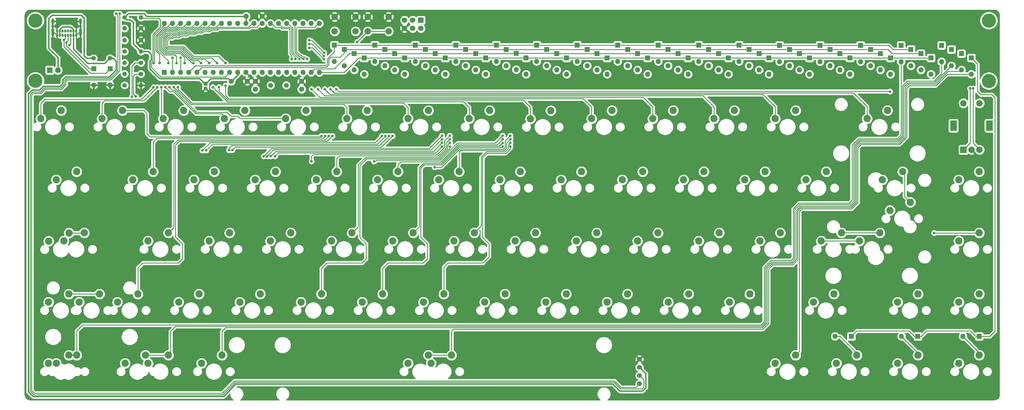
<source format=gbr>
G04 #@! TF.GenerationSoftware,KiCad,Pcbnew,(5.1.7)-1*
G04 #@! TF.CreationDate,2020-12-20T09:08:33-05:00*
G04 #@! TF.ProjectId,Ganjing 65,47616e6a-696e-4672-9036-352e6b696361,rev?*
G04 #@! TF.SameCoordinates,Original*
G04 #@! TF.FileFunction,Copper,L1,Top*
G04 #@! TF.FilePolarity,Positive*
%FSLAX46Y46*%
G04 Gerber Fmt 4.6, Leading zero omitted, Abs format (unit mm)*
G04 Created by KiCad (PCBNEW (5.1.7)-1) date 2020-12-20 09:08:33*
%MOMM*%
%LPD*%
G01*
G04 APERTURE LIST*
G04 #@! TA.AperFunction,ComponentPad*
%ADD10C,2.250000*%
G04 #@! TD*
G04 #@! TA.AperFunction,ComponentPad*
%ADD11C,2.000000*%
G04 #@! TD*
G04 #@! TA.AperFunction,ComponentPad*
%ADD12O,1.400000X1.400000*%
G04 #@! TD*
G04 #@! TA.AperFunction,ComponentPad*
%ADD13C,1.400000*%
G04 #@! TD*
G04 #@! TA.AperFunction,ComponentPad*
%ADD14O,0.650000X1.000000*%
G04 #@! TD*
G04 #@! TA.AperFunction,ComponentPad*
%ADD15O,0.900000X2.400000*%
G04 #@! TD*
G04 #@! TA.AperFunction,ComponentPad*
%ADD16O,0.900000X1.700000*%
G04 #@! TD*
G04 #@! TA.AperFunction,ComponentPad*
%ADD17R,1.700000X1.700000*%
G04 #@! TD*
G04 #@! TA.AperFunction,ComponentPad*
%ADD18C,1.700000*%
G04 #@! TD*
G04 #@! TA.AperFunction,ComponentPad*
%ADD19C,1.524000*%
G04 #@! TD*
G04 #@! TA.AperFunction,ComponentPad*
%ADD20C,1.500000*%
G04 #@! TD*
G04 #@! TA.AperFunction,ComponentPad*
%ADD21O,1.600000X1.600000*%
G04 #@! TD*
G04 #@! TA.AperFunction,ComponentPad*
%ADD22R,1.600000X1.600000*%
G04 #@! TD*
G04 #@! TA.AperFunction,ComponentPad*
%ADD23C,4.400000*%
G04 #@! TD*
G04 #@! TA.AperFunction,ComponentPad*
%ADD24R,2.000000X2.000000*%
G04 #@! TD*
G04 #@! TA.AperFunction,ComponentPad*
%ADD25R,2.000000X3.200000*%
G04 #@! TD*
G04 #@! TA.AperFunction,ComponentPad*
%ADD26C,1.800000*%
G04 #@! TD*
G04 #@! TA.AperFunction,ComponentPad*
%ADD27R,1.800000X1.800000*%
G04 #@! TD*
G04 #@! TA.AperFunction,ComponentPad*
%ADD28R,1.200000X1.200000*%
G04 #@! TD*
G04 #@! TA.AperFunction,ComponentPad*
%ADD29C,1.200000*%
G04 #@! TD*
G04 #@! TA.AperFunction,ComponentPad*
%ADD30C,1.600000*%
G04 #@! TD*
G04 #@! TA.AperFunction,ViaPad*
%ADD31C,0.800000*%
G04 #@! TD*
G04 #@! TA.AperFunction,Conductor*
%ADD32C,0.250000*%
G04 #@! TD*
G04 #@! TA.AperFunction,Conductor*
%ADD33C,0.400000*%
G04 #@! TD*
G04 #@! TA.AperFunction,Conductor*
%ADD34C,0.254000*%
G04 #@! TD*
G04 #@! TA.AperFunction,Conductor*
%ADD35C,0.100000*%
G04 #@! TD*
G04 APERTURE END LIST*
D10*
X185896250Y-204470000D03*
X179546250Y-207010000D03*
X335915000Y-156845000D03*
X329565000Y-159385000D03*
X193040000Y-204470000D03*
X186690000Y-207010000D03*
D11*
X173500000Y-99100000D03*
X173500000Y-103600000D03*
X167000000Y-99100000D03*
X167000000Y-103600000D03*
X163200000Y-99100000D03*
X163200000Y-103600000D03*
X156700000Y-99100000D03*
X156700000Y-103600000D03*
D12*
X96380000Y-120400000D03*
D13*
X91300000Y-120400000D03*
D12*
X91320000Y-116900000D03*
D13*
X96400000Y-116900000D03*
D12*
X91320000Y-113400000D03*
D13*
X96400000Y-113400000D03*
D12*
X96380000Y-109900000D03*
D13*
X91300000Y-109900000D03*
D12*
X91320000Y-106400000D03*
D13*
X96400000Y-106400000D03*
D12*
X91320000Y-102700000D03*
D13*
X96400000Y-102700000D03*
D12*
X96380000Y-99300000D03*
D13*
X91300000Y-99300000D03*
D14*
X74525000Y-104850000D03*
X76225000Y-104850000D03*
X75375000Y-104850000D03*
X73675000Y-104850000D03*
X72825000Y-104850000D03*
X71975000Y-104850000D03*
X71125000Y-104850000D03*
X70275000Y-104850000D03*
X76225000Y-103525000D03*
X75370000Y-103525000D03*
X74520000Y-103525000D03*
X73670000Y-103525000D03*
X72820000Y-103525000D03*
X71970000Y-103525000D03*
X71120000Y-103525000D03*
X70270000Y-103525000D03*
D15*
X77575000Y-103870000D03*
X68925000Y-103870000D03*
D16*
X77575000Y-100490000D03*
X68925000Y-100490000D03*
D17*
X183540000Y-100130000D03*
D18*
X183540000Y-102670000D03*
X181000000Y-100130000D03*
X181000000Y-102670000D03*
X178460000Y-100130000D03*
X178460000Y-102670000D03*
D19*
X251581250Y-213360000D03*
X251581250Y-210820000D03*
X251581250Y-208280000D03*
X251581250Y-205740000D03*
D20*
X141640000Y-120400000D03*
X136760000Y-120400000D03*
D21*
X156600000Y-113000000D03*
D22*
X156600000Y-107920000D03*
D21*
X169200000Y-113000000D03*
D22*
X169200000Y-107920000D03*
D21*
X181800000Y-113000000D03*
D22*
X181800000Y-107920000D03*
D21*
X194400000Y-113000000D03*
D22*
X194400000Y-107920000D03*
D21*
X207000000Y-113000000D03*
D22*
X207000000Y-107920000D03*
D21*
X219600000Y-113000000D03*
D22*
X219600000Y-107920000D03*
D21*
X232200000Y-113000000D03*
D22*
X232200000Y-107920000D03*
D21*
X244800000Y-113000000D03*
D22*
X244800000Y-107920000D03*
D21*
X257400000Y-113000000D03*
D22*
X257400000Y-107920000D03*
D21*
X270000000Y-113000000D03*
D22*
X270000000Y-107920000D03*
D21*
X282600000Y-113000000D03*
D22*
X282600000Y-107920000D03*
D21*
X295200000Y-113050000D03*
D22*
X295200000Y-107970000D03*
D21*
X307800000Y-113050000D03*
D22*
X307800000Y-107970000D03*
D21*
X320400000Y-113050000D03*
D22*
X320400000Y-107970000D03*
D21*
X336100000Y-114350000D03*
D22*
X336100000Y-109270000D03*
D21*
X159700000Y-114350000D03*
D22*
X159700000Y-109270000D03*
D21*
X172300000Y-114350000D03*
D22*
X172300000Y-109270000D03*
D21*
X184900000Y-114350000D03*
D22*
X184900000Y-109270000D03*
D21*
X197500000Y-114350000D03*
D22*
X197500000Y-109270000D03*
D21*
X210100000Y-114350000D03*
D22*
X210100000Y-109270000D03*
D21*
X222700000Y-114380000D03*
D22*
X222700000Y-109300000D03*
D21*
X235300000Y-114350000D03*
D22*
X235300000Y-109270000D03*
D21*
X247900000Y-114350000D03*
D22*
X247900000Y-109270000D03*
D21*
X260500000Y-114350000D03*
D22*
X260500000Y-109270000D03*
D21*
X273100000Y-114350000D03*
D22*
X273100000Y-109270000D03*
D21*
X285700000Y-114350000D03*
D22*
X285700000Y-109270000D03*
D21*
X298300000Y-114350000D03*
D22*
X298300000Y-109270000D03*
D21*
X310900000Y-114350000D03*
D22*
X310900000Y-109270000D03*
D21*
X323500000Y-114350000D03*
D22*
X323500000Y-109270000D03*
D21*
X339200000Y-115650000D03*
D22*
X339200000Y-110570000D03*
D21*
X162800000Y-115650000D03*
D22*
X162800000Y-110570000D03*
D21*
X175400000Y-115650000D03*
D22*
X175400000Y-110570000D03*
D21*
X188000000Y-115650000D03*
D22*
X188000000Y-110570000D03*
D21*
X200600000Y-115650000D03*
D22*
X200600000Y-110570000D03*
D21*
X213200000Y-115550000D03*
D22*
X213200000Y-110470000D03*
D21*
X225800000Y-115650000D03*
D22*
X225800000Y-110570000D03*
D21*
X238400000Y-115650000D03*
D22*
X238400000Y-110570000D03*
D21*
X251000000Y-115650000D03*
D22*
X251000000Y-110570000D03*
D21*
X263600000Y-115650000D03*
D22*
X263600000Y-110570000D03*
D21*
X276200000Y-115650000D03*
D22*
X276200000Y-110570000D03*
D21*
X288800000Y-115650000D03*
D22*
X288800000Y-110570000D03*
D21*
X301400000Y-115650000D03*
D22*
X301400000Y-110570000D03*
D21*
X314000000Y-115650000D03*
D22*
X314000000Y-110570000D03*
D21*
X326600000Y-115650000D03*
D22*
X326600000Y-110570000D03*
D21*
X165900000Y-116950000D03*
D22*
X165900000Y-111870000D03*
D21*
X191100000Y-116980000D03*
D22*
X191100000Y-111900000D03*
D21*
X203700000Y-116950000D03*
D22*
X203700000Y-111870000D03*
D21*
X216300000Y-116950000D03*
D22*
X216300000Y-111870000D03*
D21*
X228900000Y-116950000D03*
D22*
X228900000Y-111870000D03*
D21*
X241500000Y-116950000D03*
D22*
X241500000Y-111870000D03*
D21*
X254100000Y-116950000D03*
D22*
X254100000Y-111870000D03*
D21*
X266700000Y-116950000D03*
D22*
X266700000Y-111870000D03*
D21*
X279300000Y-116950000D03*
D22*
X279300000Y-111870000D03*
D21*
X291900000Y-116950000D03*
D22*
X291900000Y-111870000D03*
D21*
X304500000Y-116950000D03*
D22*
X304500000Y-111870000D03*
D21*
X317100000Y-116950000D03*
D22*
X317100000Y-111870000D03*
D21*
X329700000Y-116950000D03*
D22*
X329700000Y-111870000D03*
D21*
X342300000Y-116950000D03*
D22*
X342300000Y-111870000D03*
D21*
X333000000Y-113050000D03*
D22*
X333000000Y-107970000D03*
D21*
X345600000Y-113050000D03*
D22*
X345600000Y-107970000D03*
D21*
X348700000Y-114350000D03*
D22*
X348700000Y-109270000D03*
D21*
X351800000Y-115650000D03*
D22*
X351800000Y-110570000D03*
D21*
X354900000Y-116950000D03*
D22*
X354900000Y-111870000D03*
D21*
X312450000Y-198600000D03*
D22*
X317530000Y-198600000D03*
D21*
X333150000Y-198600000D03*
D22*
X338230000Y-198600000D03*
D21*
X352250000Y-198600000D03*
D22*
X357330000Y-198600000D03*
D21*
X178500000Y-116950000D03*
D22*
X178500000Y-111870000D03*
D21*
X86800000Y-120350000D03*
D22*
X86800000Y-115270000D03*
D21*
X81700000Y-120350000D03*
D22*
X81700000Y-115270000D03*
D10*
X326390000Y-166370000D03*
X320040000Y-168910000D03*
X83502500Y-185420000D03*
X77152500Y-187960000D03*
X73977500Y-185420000D03*
X67627500Y-187960000D03*
X121602500Y-204470000D03*
X115252500Y-207010000D03*
X97790000Y-204470000D03*
X91440000Y-207010000D03*
X73977500Y-204470000D03*
X67627500Y-207010000D03*
X333533750Y-147320000D03*
X327183750Y-149860000D03*
X104933750Y-204470000D03*
X98583750Y-207010000D03*
X76358750Y-204470000D03*
X70008750Y-207010000D03*
X76358750Y-147320000D03*
X70008750Y-149860000D03*
X305752500Y-187960000D03*
X312102500Y-185420000D03*
X72390000Y-168910000D03*
X78740000Y-166370000D03*
X328771250Y-128270000D03*
X322421250Y-130810000D03*
X214471250Y-147320000D03*
X208121250Y-149860000D03*
X67653000Y-168935400D03*
X74003000Y-166395400D03*
X143033750Y-166370000D03*
X136683750Y-168910000D03*
X314483750Y-166370000D03*
X308133750Y-168910000D03*
X95408750Y-185420000D03*
X89058750Y-187960000D03*
X357346250Y-204470000D03*
X350996250Y-207010000D03*
X338296250Y-204470000D03*
X331946250Y-207010000D03*
X319246250Y-204470000D03*
X312896250Y-207010000D03*
X300196250Y-204470000D03*
X293846250Y-207010000D03*
X357346250Y-185420000D03*
X350996250Y-187960000D03*
X338296250Y-185420000D03*
X331946250Y-187960000D03*
X285908750Y-185420000D03*
X279558750Y-187960000D03*
X266858750Y-185420000D03*
X260508750Y-187960000D03*
X247808750Y-185420000D03*
X241458750Y-187960000D03*
X228758750Y-185420000D03*
X222408750Y-187960000D03*
X209708750Y-185420000D03*
X203358750Y-187960000D03*
X190658750Y-185420000D03*
X184308750Y-187960000D03*
X171608750Y-185420000D03*
X165258750Y-187960000D03*
X152558750Y-185420000D03*
X146208750Y-187960000D03*
X133508750Y-185420000D03*
X127158750Y-187960000D03*
X114458750Y-185420000D03*
X108108750Y-187960000D03*
X357346250Y-166370000D03*
X350996250Y-168910000D03*
X295433750Y-166370000D03*
X289083750Y-168910000D03*
X276383750Y-166370000D03*
X270033750Y-168910000D03*
X257333750Y-166370000D03*
X250983750Y-168910000D03*
X238283750Y-166370000D03*
X231933750Y-168910000D03*
X219233750Y-166370000D03*
X212883750Y-168910000D03*
X200183750Y-166370000D03*
X193833750Y-168910000D03*
X181133750Y-166370000D03*
X174783750Y-168910000D03*
X162083750Y-166370000D03*
X155733750Y-168910000D03*
X123983750Y-166370000D03*
X117633750Y-168910000D03*
X104933750Y-166370000D03*
X98583750Y-168910000D03*
X357346250Y-147320000D03*
X350996250Y-149860000D03*
X309721250Y-147320000D03*
X303371250Y-149860000D03*
X290671250Y-147320000D03*
X284321250Y-149860000D03*
X271621250Y-147320000D03*
X265271250Y-149860000D03*
X252571250Y-147320000D03*
X246221250Y-149860000D03*
X233521250Y-147320000D03*
X227171250Y-149860000D03*
X195421250Y-147320000D03*
X189071250Y-149860000D03*
X176371250Y-147320000D03*
X170021250Y-149860000D03*
X157321250Y-147320000D03*
X150971250Y-149860000D03*
X138271250Y-147320000D03*
X131921250Y-149860000D03*
X119221250Y-147320000D03*
X112871250Y-149860000D03*
X100171250Y-147320000D03*
X93821250Y-149860000D03*
X300196250Y-128270000D03*
X293846250Y-130810000D03*
X281146250Y-128270000D03*
X274796250Y-130810000D03*
X262096250Y-128270000D03*
X255746250Y-130810000D03*
X243046250Y-128270000D03*
X236696250Y-130810000D03*
X223996250Y-128320000D03*
X217646250Y-130860000D03*
X204946250Y-128270000D03*
X198596250Y-130810000D03*
X185896250Y-128270000D03*
X179546250Y-130810000D03*
X166846250Y-128270000D03*
X160496250Y-130810000D03*
X147796250Y-128270000D03*
X141446250Y-130810000D03*
X128746250Y-128270000D03*
X122396250Y-130810000D03*
X109696250Y-128270000D03*
X103346250Y-130810000D03*
X90646250Y-128270000D03*
X84296250Y-130810000D03*
X71596250Y-128270000D03*
X65246250Y-130810000D03*
D23*
X63531250Y-119017531D03*
X63531250Y-100267531D03*
X360331250Y-100267531D03*
X360331250Y-119062500D03*
D24*
X352425000Y-140493750D03*
D11*
X354925000Y-140493750D03*
X357425000Y-140493750D03*
D25*
X349325000Y-132993750D03*
X360525000Y-132993750D03*
D11*
X352425000Y-125993750D03*
X357425000Y-125993750D03*
D21*
X103650000Y-101160000D03*
X151910000Y-116400000D03*
X106190000Y-101160000D03*
X149370000Y-116400000D03*
X108730000Y-101160000D03*
X146830000Y-116400000D03*
X111270000Y-101160000D03*
X144290000Y-116400000D03*
X113810000Y-101160000D03*
X141750000Y-116400000D03*
X116350000Y-101160000D03*
X139210000Y-116400000D03*
X118890000Y-101160000D03*
X136670000Y-116400000D03*
X121430000Y-101160000D03*
X134130000Y-116400000D03*
X123970000Y-101160000D03*
X131590000Y-116400000D03*
X126510000Y-101160000D03*
X129050000Y-116400000D03*
X129050000Y-101160000D03*
X126510000Y-116400000D03*
X131590000Y-101160000D03*
X123970000Y-116400000D03*
X134130000Y-101160000D03*
X121430000Y-116400000D03*
X136670000Y-101160000D03*
X118890000Y-116400000D03*
X139210000Y-101160000D03*
X116350000Y-116400000D03*
X141750000Y-101160000D03*
X113810000Y-116400000D03*
X144290000Y-101160000D03*
X111270000Y-116400000D03*
X146830000Y-101160000D03*
X108730000Y-116400000D03*
X149370000Y-101160000D03*
X106190000Y-116400000D03*
X151910000Y-101160000D03*
D22*
X103650000Y-116400000D03*
D13*
X86750000Y-112000000D03*
X81650000Y-112000000D03*
D26*
X70540000Y-115700000D03*
D27*
X68000000Y-115700000D03*
D28*
X116500000Y-119900000D03*
D29*
X116500000Y-121400000D03*
D30*
X134150000Y-98900000D03*
X129150000Y-98900000D03*
X129500000Y-119150000D03*
X124500000Y-119150000D03*
X132000000Y-119150000D03*
X132000000Y-121650000D03*
X146400000Y-119150000D03*
X146400000Y-121650000D03*
D31*
X83900000Y-105700000D03*
X63600000Y-109300000D03*
X94000000Y-109800000D03*
X116400000Y-108700000D03*
X136700000Y-108700000D03*
X160100000Y-99300000D03*
X170400000Y-99300000D03*
X173100000Y-119500000D03*
X218700000Y-119500000D03*
X297600000Y-119500000D03*
X315600000Y-119500000D03*
X324300000Y-119500000D03*
X334800000Y-117300000D03*
X350100000Y-119500000D03*
X360300000Y-113000000D03*
X76800000Y-120600000D03*
X113000000Y-121400000D03*
X129200000Y-121500000D03*
X160400000Y-118100000D03*
X153600000Y-128200000D03*
X137200000Y-128200000D03*
X125700000Y-128200000D03*
X106200000Y-128200000D03*
X100600000Y-128200000D03*
X87100000Y-128200000D03*
X75900000Y-128200000D03*
X68000000Y-128200000D03*
X64000000Y-142000000D03*
X73700000Y-142000000D03*
X88100000Y-142000000D03*
X103200000Y-142000000D03*
X66200000Y-160600000D03*
X76900000Y-160600000D03*
X88100000Y-160600000D03*
X103200000Y-160600000D03*
X115600000Y-147200000D03*
X118100000Y-131500000D03*
X128900000Y-142000000D03*
X134700000Y-146300000D03*
X148200000Y-160600000D03*
X153700000Y-144700000D03*
X160700000Y-148700000D03*
X177500000Y-136900000D03*
X183700000Y-137400000D03*
X182500000Y-128200000D03*
X201600000Y-128200000D03*
X229100000Y-128200000D03*
X239500000Y-128200000D03*
X252600000Y-128200000D03*
X258800000Y-128200000D03*
X265600000Y-128200000D03*
X175400000Y-160600000D03*
X195100000Y-160600000D03*
X205800000Y-160600000D03*
X215500000Y-160600000D03*
X225200000Y-160600000D03*
X234600000Y-160600000D03*
X244100000Y-160600000D03*
X253500000Y-160600000D03*
X262800000Y-160600000D03*
X245000000Y-142000000D03*
X254400000Y-142000000D03*
X264100000Y-142000000D03*
X235000000Y-142000000D03*
X226000000Y-142000000D03*
X216600000Y-138000000D03*
X206000000Y-144400000D03*
X198400000Y-142000000D03*
X179800000Y-147400000D03*
X170500000Y-128200000D03*
X271300000Y-160600000D03*
X278500000Y-160600000D03*
X273300000Y-142000000D03*
X277500000Y-128200000D03*
X290500000Y-128200000D03*
X282300000Y-142000000D03*
X290400000Y-160600000D03*
X297600000Y-155900000D03*
X292600000Y-142000000D03*
X299700000Y-142000000D03*
X305100000Y-128200000D03*
X307400000Y-163300000D03*
X296100000Y-190800000D03*
X346200000Y-128200000D03*
X321400000Y-142000000D03*
X329100000Y-142000000D03*
X338100000Y-146600000D03*
X339700000Y-133500000D03*
X360500000Y-137200000D03*
X360500000Y-149200000D03*
X349300000Y-142000000D03*
X340000000Y-215300000D03*
X356300000Y-181000000D03*
X345300000Y-202300000D03*
X326200000Y-202300000D03*
X320500000Y-188700000D03*
X345200000Y-188800000D03*
X333400000Y-176800000D03*
X285900000Y-215300000D03*
X272900000Y-181000000D03*
X265700000Y-176800000D03*
X253800000Y-181000000D03*
X246900000Y-176800000D03*
X234600000Y-181000000D03*
X228000000Y-176800000D03*
X215900000Y-181000000D03*
X199000000Y-181000000D03*
X181100000Y-181000000D03*
X161500000Y-181000000D03*
X151100000Y-176800000D03*
X139100000Y-181000000D03*
X131800000Y-176800000D03*
X189500000Y-202300000D03*
X217900000Y-202300000D03*
X232900000Y-215300000D03*
X198400000Y-215300000D03*
X161100000Y-215300000D03*
X161400000Y-202300000D03*
X133200000Y-202300000D03*
X268400000Y-202300000D03*
X76800000Y-181000000D03*
X64300000Y-188000000D03*
X66900000Y-213600000D03*
X84000000Y-202300000D03*
X102600000Y-181000000D03*
X117600000Y-181000000D03*
X119500000Y-160600000D03*
X129500000Y-160600000D03*
X138600000Y-160600000D03*
X113900000Y-202300000D03*
X123500000Y-217900000D03*
X61200000Y-217300000D03*
X257400000Y-116200000D03*
X187900000Y-119700000D03*
X151700000Y-105300000D03*
X146700000Y-105300000D03*
X71300000Y-100300000D03*
X74100000Y-114200000D03*
X77400000Y-109200000D03*
X152600000Y-136174924D03*
X171400000Y-136200000D03*
X115500000Y-140700000D03*
X190100202Y-136099712D03*
X134600000Y-142500002D03*
X192525000Y-136100000D03*
X149500000Y-144100000D03*
X168900000Y-144100000D03*
X208999997Y-136100003D03*
X187800000Y-145925000D03*
X211374924Y-136100000D03*
X153800002Y-136200000D03*
X172500000Y-136200000D03*
X116700000Y-140700000D03*
X190097043Y-137192344D03*
X135699992Y-142500000D03*
X192525000Y-137200000D03*
X209000004Y-137200000D03*
X211400000Y-137200004D03*
X154900000Y-136199996D03*
X173599998Y-136200000D03*
X123799987Y-140600000D03*
X190100000Y-138300004D03*
X136797752Y-142489312D03*
X192600000Y-138300000D03*
X209000000Y-138400000D03*
X211387341Y-138387340D03*
X343300000Y-166400000D03*
X174699998Y-136200000D03*
X124800000Y-140600002D03*
X138100000Y-142500000D03*
X190100000Y-139499998D03*
X192600000Y-139500000D03*
X208987342Y-139474990D03*
X211387339Y-139474990D03*
X153400000Y-112299998D03*
X148800000Y-108800000D03*
X156000000Y-136200000D03*
X89800000Y-98125010D03*
X88700000Y-98100000D03*
X100300000Y-121000000D03*
X100400000Y-113500000D03*
X101500000Y-121000000D03*
X102200000Y-113500000D03*
X102700000Y-121000000D03*
X104900000Y-113500000D03*
X104000002Y-121000000D03*
X107500004Y-113500000D03*
X105300000Y-121000002D03*
X110000002Y-113500000D03*
X106600000Y-120999998D03*
X112700000Y-113500000D03*
X107900000Y-121000000D03*
X115100000Y-113499998D03*
X118774990Y-121000000D03*
X117600000Y-113500000D03*
X120700000Y-121000036D03*
X120100000Y-113500000D03*
X122700000Y-120500000D03*
X122699998Y-113500000D03*
X149500000Y-121600000D03*
X143262660Y-112262660D03*
X151500000Y-121600000D03*
X144500000Y-112250001D03*
X153600000Y-121600000D03*
X145750000Y-112250000D03*
X155400000Y-121600000D03*
X147000000Y-112250002D03*
X157200000Y-121600000D03*
X329550090Y-122349910D03*
X148100000Y-112259960D03*
X163700016Y-106975021D03*
X93600072Y-124000000D03*
X94800000Y-123900000D03*
X148800000Y-107600000D03*
X153400000Y-111299995D03*
X354500000Y-121400000D03*
X108729998Y-111769964D03*
X148800000Y-106400000D03*
X153412651Y-110287341D03*
X355500000Y-121399998D03*
X106200000Y-111800000D03*
X74100000Y-107900000D03*
X73200000Y-107100000D03*
X72400000Y-106300000D03*
D32*
X68925000Y-100490000D02*
X68925000Y-103870000D01*
X69295000Y-103870000D02*
X70275000Y-104850000D01*
X68925000Y-103870000D02*
X69295000Y-103870000D01*
X70275000Y-103530000D02*
X70270000Y-103525000D01*
D33*
X70275000Y-104850000D02*
X70275000Y-103530000D01*
X76225000Y-103525000D02*
X76225000Y-104850000D01*
D32*
X77205000Y-103870000D02*
X76225000Y-104850000D01*
X77575000Y-103870000D02*
X77205000Y-103870000D01*
X77575000Y-100490000D02*
X77575000Y-103870000D01*
D33*
X129050000Y-116400000D02*
X130400000Y-117750000D01*
X129150000Y-101060000D02*
X129050000Y-101160000D01*
X129150000Y-98900000D02*
X129150000Y-101060000D01*
X126500000Y-116390000D02*
X126510000Y-116400000D01*
X91999999Y-99999999D02*
X91300000Y-99300000D01*
X93199999Y-99999999D02*
X91999999Y-99999999D01*
X94000000Y-100800000D02*
X93199999Y-99999999D01*
X98200000Y-98900000D02*
X129150000Y-98900000D01*
X97400000Y-98100000D02*
X98200000Y-98900000D01*
X91300000Y-99300000D02*
X92500000Y-98100000D01*
X92500000Y-98100000D02*
X97400000Y-98100000D01*
X124500000Y-119150000D02*
X124600000Y-119150000D01*
X126510000Y-117290000D02*
X126510000Y-116400000D01*
X126460000Y-117290000D02*
X126510000Y-117290000D01*
X124600000Y-119150000D02*
X126460000Y-117290000D01*
X123650000Y-118300000D02*
X124500000Y-119150000D01*
X116500000Y-119900000D02*
X118100000Y-118300000D01*
X118100000Y-118300000D02*
X123650000Y-118300000D01*
X70540000Y-115700000D02*
X70540000Y-111740000D01*
X70540000Y-112750000D02*
X70540000Y-111740000D01*
X94000000Y-107520000D02*
X94000000Y-106700000D01*
X96380000Y-109900000D02*
X94000000Y-107520000D01*
X94000000Y-106700000D02*
X94000000Y-100800000D01*
X94000000Y-107000000D02*
X94000000Y-106700000D01*
X79500000Y-112000000D02*
X81650000Y-112000000D01*
X78700000Y-111200000D02*
X79500000Y-112000000D01*
X78700000Y-99500000D02*
X78700000Y-111200000D01*
X78360010Y-99160010D02*
X78360010Y-99239990D01*
X78400000Y-99200000D02*
X78700000Y-99500000D01*
X77800000Y-98600000D02*
X78360010Y-99160010D01*
X68700000Y-98600000D02*
X77800000Y-98600000D01*
X78360010Y-99239990D02*
X78400000Y-99200000D01*
X67700000Y-99600000D02*
X68700000Y-98600000D01*
X67700000Y-108900000D02*
X67700000Y-99600000D01*
X70540000Y-111740000D02*
X67700000Y-108900000D01*
X99149989Y-115249989D02*
X102200000Y-118300000D01*
X114700000Y-118300000D02*
X116400000Y-120000000D01*
X102200000Y-118300000D02*
X114700000Y-118300000D01*
X99149989Y-112934533D02*
X99149989Y-115249989D01*
X99574971Y-112509551D02*
X99149989Y-112934533D01*
X99574971Y-110774971D02*
X99574971Y-112509551D01*
X116400000Y-120000000D02*
X116500000Y-119900000D01*
X98700000Y-109900000D02*
X99574971Y-110774971D01*
X96380000Y-109900000D02*
X98700000Y-109900000D01*
D32*
X156600000Y-107920000D02*
X169200000Y-107920000D01*
X181800000Y-107920000D02*
X194400000Y-107920000D01*
X194400000Y-107920000D02*
X207000000Y-107920000D01*
X207000000Y-107920000D02*
X219600000Y-107920000D01*
X220650000Y-107920000D02*
X232200000Y-107920000D01*
X219600000Y-107920000D02*
X220650000Y-107920000D01*
X232200000Y-107920000D02*
X244800000Y-107920000D01*
X244800000Y-107920000D02*
X257400000Y-107920000D01*
X257400000Y-107920000D02*
X270000000Y-107920000D01*
X273935002Y-107920000D02*
X282600000Y-107920000D01*
X270000000Y-107920000D02*
X273935002Y-107920000D01*
X295150000Y-107920000D02*
X295200000Y-107970000D01*
X282600000Y-107920000D02*
X295150000Y-107920000D01*
X295200000Y-107970000D02*
X307800000Y-107970000D01*
X307800000Y-107970000D02*
X320400000Y-107970000D01*
X335050000Y-109270000D02*
X336100000Y-109270000D01*
X330470000Y-109270000D02*
X335050000Y-109270000D01*
X320400000Y-107970000D02*
X329170000Y-107970000D01*
X329170000Y-107970000D02*
X330470000Y-109270000D01*
X154449990Y-113713600D02*
X154449991Y-112113599D01*
X115448002Y-114325002D02*
X115473004Y-114300000D01*
X156600000Y-109963590D02*
X156600000Y-108970000D01*
X115473004Y-114300000D02*
X153863590Y-114300000D01*
X111270000Y-116400000D02*
X113344998Y-114325002D01*
X153863590Y-114300000D02*
X154449990Y-113713600D01*
X154449991Y-112113599D02*
X156600000Y-109963590D01*
X156600000Y-108970000D02*
X156600000Y-107920000D01*
X113344998Y-114325002D02*
X115448002Y-114325002D01*
X169200000Y-107920000D02*
X181800000Y-107920000D01*
X152325000Y-136449924D02*
X152600000Y-136174924D01*
X90646250Y-128270000D02*
X97270000Y-128270000D01*
X97270000Y-128270000D02*
X98250000Y-129250000D01*
X98250000Y-129250000D02*
X98250000Y-135500000D01*
X98250000Y-135500000D02*
X99199924Y-136449924D01*
X99199924Y-136449924D02*
X152325000Y-136449924D01*
X115899999Y-140300001D02*
X115500000Y-140700000D01*
X117950033Y-138249967D02*
X115899999Y-140300001D01*
X169350033Y-138249967D02*
X117950033Y-138249967D01*
X171400000Y-136200000D02*
X169350033Y-138249967D01*
X137000046Y-140099956D02*
X134999999Y-142100003D01*
X186099958Y-140099956D02*
X137000046Y-140099956D01*
X190100202Y-136099712D02*
X186099958Y-140099956D01*
X134999999Y-142100003D02*
X134600000Y-142500002D01*
X149500000Y-142500000D02*
X149500000Y-144100000D01*
X150100000Y-141900000D02*
X149500000Y-142500000D01*
X188773000Y-141900000D02*
X150100000Y-141900000D01*
X190900000Y-139773000D02*
X188773000Y-141900000D01*
X192525000Y-136100000D02*
X190900000Y-137725000D01*
X190900000Y-137725000D02*
X190900000Y-139773000D01*
X206700000Y-138400000D02*
X208999997Y-136100003D01*
X194902095Y-138400000D02*
X206700000Y-138400000D01*
X189552065Y-143750030D02*
X194902095Y-138400000D01*
X169815655Y-143750030D02*
X189552065Y-143750030D01*
X169465685Y-144100000D02*
X169815655Y-143750030D01*
X168900000Y-144100000D02*
X169465685Y-144100000D01*
X195622734Y-140225001D02*
X209275000Y-140225000D01*
X210974925Y-136499999D02*
X211374924Y-136100000D01*
X209762316Y-139737684D02*
X209762316Y-137712608D01*
X189922735Y-145925000D02*
X195622734Y-140225001D01*
X187800000Y-145925000D02*
X189922735Y-145925000D01*
X209275000Y-140225000D02*
X209762316Y-139737684D01*
X209762316Y-137712608D02*
X210974925Y-136499999D01*
X184800000Y-109370000D02*
X184900000Y-109270000D01*
X234070000Y-109300000D02*
X234100000Y-109270000D01*
X172200000Y-109300000D02*
X172300000Y-109400000D01*
X159700000Y-109270000D02*
X172300000Y-109270000D01*
X172300000Y-109270000D02*
X184900000Y-109270000D01*
X188885002Y-109270000D02*
X197500000Y-109270000D01*
X184900000Y-109270000D02*
X188885002Y-109270000D01*
X197500000Y-109270000D02*
X210100000Y-109270000D01*
X222670000Y-109270000D02*
X222700000Y-109300000D01*
X210100000Y-109270000D02*
X222670000Y-109270000D01*
X235270000Y-109300000D02*
X235300000Y-109270000D01*
X222700000Y-109300000D02*
X235270000Y-109300000D01*
X235300000Y-109270000D02*
X247900000Y-109270000D01*
X247900000Y-109270000D02*
X260500000Y-109270000D01*
X264485002Y-109270000D02*
X273100000Y-109270000D01*
X260500000Y-109270000D02*
X264485002Y-109270000D01*
X273100000Y-109270000D02*
X285700000Y-109270000D01*
X285700000Y-109270000D02*
X298300000Y-109270000D01*
X298300000Y-109270000D02*
X310900000Y-109270000D01*
X310900000Y-109270000D02*
X323500000Y-109270000D01*
X338150000Y-110570000D02*
X339200000Y-110570000D01*
X330233590Y-110570000D02*
X338150000Y-110570000D01*
X328933590Y-109270000D02*
X330233590Y-110570000D01*
X323500000Y-109270000D02*
X328933590Y-109270000D01*
X155600000Y-111600000D02*
X158420000Y-111600000D01*
X158420000Y-111600000D02*
X159700000Y-110320000D01*
X154900000Y-113900000D02*
X154900000Y-112300000D01*
X154000000Y-114800000D02*
X154900000Y-113900000D01*
X154900000Y-112300000D02*
X155600000Y-111600000D01*
X159700000Y-110320000D02*
X159700000Y-109270000D01*
X115410000Y-114800000D02*
X154000000Y-114800000D01*
X113810000Y-116400000D02*
X115410000Y-114800000D01*
X153400003Y-136599999D02*
X153800002Y-136200000D01*
X153100068Y-136899934D02*
X153400003Y-136599999D01*
X101400066Y-136899934D02*
X153100068Y-136899934D01*
X100171250Y-147320000D02*
X100171250Y-138128750D01*
X100171250Y-138128750D02*
X101400066Y-136899934D01*
X170000022Y-138699978D02*
X118700022Y-138699978D01*
X118700022Y-138699978D02*
X116700000Y-140700000D01*
X172500000Y-136200000D02*
X170000022Y-138699978D01*
X136099991Y-142100001D02*
X135699992Y-142500000D01*
X137650025Y-140549967D02*
X136099991Y-142100001D01*
X190097043Y-137192344D02*
X186739420Y-140549967D01*
X186739420Y-140549967D02*
X137650025Y-140549967D01*
X157321250Y-143178750D02*
X157321250Y-147320000D01*
X192525000Y-137225000D02*
X191350009Y-138399991D01*
X192525000Y-137200000D02*
X192525000Y-137225000D01*
X191350009Y-138399991D02*
X191350009Y-139959401D01*
X158100000Y-142400000D02*
X157321250Y-143178750D01*
X191350009Y-139959401D02*
X188909410Y-142400000D01*
X188909410Y-142400000D02*
X158100000Y-142400000D01*
X209000000Y-137200000D02*
X209000004Y-137200000D01*
X177299960Y-144200040D02*
X189738465Y-144200040D01*
X189738465Y-144200040D02*
X195063535Y-138874972D01*
X176371250Y-145128750D02*
X177299960Y-144200040D01*
X207325028Y-138874972D02*
X209000000Y-137200000D01*
X195063535Y-138874972D02*
X207325028Y-138874972D01*
X176371250Y-147320000D02*
X176371250Y-145128750D01*
X211000001Y-137600003D02*
X211400000Y-137200004D01*
X210212327Y-138387677D02*
X211000001Y-137600003D01*
X195421250Y-141078750D02*
X195824989Y-140675011D01*
X209524989Y-140675011D02*
X210212327Y-139987673D01*
X210212327Y-139987673D02*
X210212327Y-138387677D01*
X195421250Y-147320000D02*
X195421250Y-141078750D01*
X195824989Y-140675011D02*
X209524989Y-140675011D01*
X334100000Y-155030000D02*
X335915000Y-156845000D01*
X333533750Y-147320000D02*
X334100000Y-147886250D01*
X334100000Y-147886250D02*
X334100000Y-155030000D01*
X74003000Y-166395400D02*
X78714600Y-166395400D01*
X78714600Y-166395400D02*
X78740000Y-166370000D01*
X163850000Y-110570000D02*
X175400000Y-110570000D01*
X162800000Y-110570000D02*
X163850000Y-110570000D01*
X175400000Y-110570000D02*
X188000000Y-110570000D01*
X188000000Y-110570000D02*
X200600000Y-110570000D01*
X225800000Y-110570000D02*
X238400000Y-110570000D01*
X238400000Y-110570000D02*
X251000000Y-110570000D01*
X251000000Y-110570000D02*
X263600000Y-110570000D01*
X263600000Y-110570000D02*
X276200000Y-110570000D01*
X276200000Y-110570000D02*
X288800000Y-110570000D01*
X288800000Y-110570000D02*
X301400000Y-110570000D01*
X301400000Y-110570000D02*
X314000000Y-110570000D01*
X314000000Y-110570000D02*
X326600000Y-110570000D01*
X150169999Y-115600001D02*
X149370000Y-116400000D01*
X150519989Y-115250011D02*
X150169999Y-115600001D01*
X156549989Y-115250011D02*
X150519989Y-115250011D01*
X162800000Y-110570000D02*
X161230000Y-110570000D01*
X161230000Y-110570000D02*
X156549989Y-115250011D01*
X213100000Y-110570000D02*
X213200000Y-110470000D01*
X200600000Y-110570000D02*
X213100000Y-110570000D01*
X225700000Y-110470000D02*
X225800000Y-110570000D01*
X213200000Y-110470000D02*
X225700000Y-110470000D01*
X154500001Y-136599995D02*
X154900000Y-136199996D01*
X117577233Y-137349945D02*
X153750051Y-137349945D01*
X153750051Y-137349945D02*
X154500001Y-136599995D01*
X104933750Y-166316250D02*
X106649991Y-164600009D01*
X104933750Y-166370000D02*
X104933750Y-166316250D01*
X106649991Y-164600009D02*
X106649991Y-138750009D01*
X106649991Y-138750009D02*
X108050011Y-137349989D01*
X108050011Y-137349989D02*
X117577189Y-137349989D01*
X117577189Y-137349989D02*
X117577233Y-137349945D01*
X173599998Y-136200000D02*
X170650009Y-139149989D01*
X123799987Y-140034315D02*
X123799987Y-140600000D01*
X124684313Y-139149989D02*
X123799987Y-140034315D01*
X170650009Y-139149989D02*
X124684313Y-139149989D01*
X137197751Y-142089313D02*
X136797752Y-142489312D01*
X190100000Y-138300004D02*
X187400026Y-140999978D01*
X138287086Y-140999978D02*
X137197751Y-142089313D01*
X187400026Y-140999978D02*
X138287086Y-140999978D01*
X164049990Y-164450010D02*
X162130000Y-166370000D01*
X164049990Y-145200010D02*
X164049990Y-164450010D01*
X191800018Y-139099982D02*
X191800018Y-140145802D01*
X192600000Y-138300000D02*
X191800018Y-139099982D01*
X162130000Y-166370000D02*
X162083750Y-166370000D01*
X191800018Y-140145802D02*
X189095810Y-142850010D01*
X166399989Y-142850011D02*
X164049990Y-145200010D01*
X189095810Y-142850010D02*
X166399989Y-142850011D01*
X195249935Y-139324982D02*
X208075018Y-139324982D01*
X189824925Y-144749990D02*
X195249935Y-139324982D01*
X184313600Y-144749990D02*
X189824925Y-144749990D01*
X183049991Y-146013599D02*
X184313600Y-144749990D01*
X183049990Y-164453760D02*
X183049991Y-146013599D01*
X208075018Y-139324982D02*
X209000000Y-138400000D01*
X181133750Y-166370000D02*
X183049990Y-164453760D01*
X210662338Y-139112343D02*
X210987342Y-138787339D01*
X210662338Y-140237662D02*
X210662338Y-139112343D01*
X209774980Y-141125020D02*
X210662338Y-140237662D01*
X210987342Y-138787339D02*
X211387341Y-138387340D01*
X200183750Y-166316250D02*
X202299991Y-164200009D01*
X200183750Y-166370000D02*
X200183750Y-166316250D01*
X202299991Y-142813599D02*
X203988569Y-141125021D01*
X202299991Y-164200009D02*
X202299991Y-142813599D01*
X203988569Y-141125021D02*
X209774980Y-141125020D01*
X326390000Y-166370000D02*
X314483750Y-166370000D01*
X357316250Y-166400000D02*
X357346250Y-166370000D01*
X343300000Y-166400000D02*
X357316250Y-166400000D01*
X73977500Y-185420000D02*
X83502500Y-185420000D01*
X317050000Y-111820000D02*
X317100000Y-111770000D01*
X159700000Y-116400000D02*
X151910000Y-116400000D01*
X165900000Y-111870000D02*
X164230000Y-111870000D01*
X164230000Y-111870000D02*
X159700000Y-116400000D01*
X165900000Y-111870000D02*
X178500000Y-111870000D01*
X191070000Y-111870000D02*
X191100000Y-111900000D01*
X178500000Y-111870000D02*
X191070000Y-111870000D01*
X202650000Y-111870000D02*
X203700000Y-111870000D01*
X193864998Y-111870000D02*
X202650000Y-111870000D01*
X193834998Y-111900000D02*
X193864998Y-111870000D01*
X191100000Y-111900000D02*
X193834998Y-111900000D01*
X203700000Y-111870000D02*
X216300000Y-111870000D01*
X216300000Y-111870000D02*
X228900000Y-111870000D01*
X228900000Y-111870000D02*
X241500000Y-111870000D01*
X241500000Y-111870000D02*
X254100000Y-111870000D01*
X254100000Y-111870000D02*
X266700000Y-111870000D01*
X266700000Y-111870000D02*
X279300000Y-111870000D01*
X279300000Y-111870000D02*
X291900000Y-111870000D01*
X292950000Y-111870000D02*
X304500000Y-111870000D01*
X291900000Y-111870000D02*
X292950000Y-111870000D01*
X304500000Y-111870000D02*
X317100000Y-111870000D01*
X317100000Y-111870000D02*
X329700000Y-111870000D01*
X329700000Y-111870000D02*
X342300000Y-111870000D01*
X174699998Y-136200000D02*
X171250053Y-139649945D01*
X125750057Y-139649945D02*
X124800000Y-140600002D01*
X171250053Y-139649945D02*
X125750057Y-139649945D01*
X189700001Y-139899997D02*
X190100000Y-139499998D01*
X188150009Y-141449989D02*
X189700001Y-139899997D01*
X138100000Y-142500000D02*
X139150011Y-141449989D01*
X139150011Y-141449989D02*
X188150009Y-141449989D01*
X189365665Y-143300020D02*
X166586390Y-143300020D01*
X166586390Y-143300020D02*
X164500000Y-145386410D01*
X192600000Y-139500000D02*
X192600000Y-140065685D01*
X192600000Y-140065685D02*
X189365665Y-143300020D01*
X166500000Y-174500000D02*
X165250000Y-175750000D01*
X164500000Y-145386410D02*
X164500000Y-167800000D01*
X164500000Y-167800000D02*
X166500000Y-169800000D01*
X166500000Y-169800000D02*
X166500000Y-174500000D01*
X152558750Y-183829010D02*
X152558750Y-185420000D01*
X154250000Y-175750000D02*
X152558750Y-177441250D01*
X165250000Y-175750000D02*
X154250000Y-175750000D01*
X152558750Y-177441250D02*
X152558750Y-183829010D01*
X171608750Y-177391250D02*
X171608750Y-185420000D01*
X173250000Y-175750000D02*
X171608750Y-177391250D01*
X185500000Y-169750000D02*
X185500000Y-174500000D01*
X184250000Y-175750000D02*
X173250000Y-175750000D01*
X183500000Y-167750000D02*
X185500000Y-169750000D01*
X183500000Y-146200000D02*
X183500000Y-167750000D01*
X184500000Y-145200000D02*
X183500000Y-146200000D01*
X190011325Y-145200000D02*
X184500000Y-145200000D01*
X185500000Y-174500000D02*
X184250000Y-175750000D01*
X195436335Y-139774992D02*
X190011325Y-145200000D01*
X208687340Y-139774992D02*
X195436335Y-139774992D01*
X208987342Y-139474990D02*
X208687340Y-139774992D01*
X190658750Y-177091250D02*
X190658750Y-185420000D01*
X202849876Y-175750000D02*
X192000000Y-175750000D01*
X204174971Y-141575029D02*
X202750000Y-143000000D01*
X204750000Y-173849876D02*
X202849876Y-175750000D01*
X202750000Y-143000000D02*
X202750000Y-167750000D01*
X192000000Y-175750000D02*
X190658750Y-177091250D01*
X202750000Y-167750000D02*
X204750000Y-169750000D01*
X204750000Y-169750000D02*
X204750000Y-173849876D01*
X211387339Y-140149071D02*
X209961381Y-141575029D01*
X211387339Y-139474990D02*
X211387339Y-140149071D01*
X209961381Y-141575029D02*
X204174971Y-141575029D01*
X73977500Y-204470000D02*
X76358750Y-204470000D01*
X76400000Y-204428750D02*
X76358750Y-204470000D01*
X76400000Y-196900000D02*
X76400000Y-204428750D01*
X78300000Y-195000000D02*
X76400000Y-196900000D01*
X289400000Y-195000000D02*
X78300000Y-195000000D01*
X290400000Y-194000000D02*
X289400000Y-195000000D01*
X290400000Y-178209178D02*
X290400000Y-194000000D01*
X290399996Y-178209174D02*
X290400000Y-178209178D01*
X290399996Y-177090772D02*
X290399996Y-178209174D01*
X292490767Y-175000003D02*
X290399996Y-177090772D01*
X292699998Y-175000002D02*
X292490767Y-175000003D01*
X299500000Y-174200000D02*
X298700000Y-175000000D01*
X317799993Y-156200007D02*
X316900000Y-157100000D01*
X317799993Y-139054364D02*
X317799993Y-156200007D01*
X319854356Y-137000003D02*
X317799993Y-139054364D01*
X331800000Y-137000000D02*
X320300000Y-137000000D01*
X333000000Y-135800000D02*
X331800000Y-137000000D01*
X333000000Y-113050000D02*
X333000000Y-135800000D01*
X320299997Y-137000003D02*
X319854356Y-137000003D01*
X298700000Y-175000000D02*
X292700000Y-175000000D01*
X301299997Y-157100000D02*
X299500000Y-158899997D01*
X299500000Y-158899997D02*
X299500000Y-174200000D01*
X320300000Y-137000000D02*
X320299997Y-137000003D01*
X316900000Y-157100000D02*
X301299997Y-157100000D01*
X292700000Y-175000000D02*
X292699998Y-175000002D01*
X357330000Y-198600000D02*
X357800000Y-198130000D01*
X356280000Y-198600000D02*
X357330000Y-198600000D01*
X354580000Y-196900000D02*
X356280000Y-198600000D01*
X340980000Y-196900000D02*
X354580000Y-196900000D01*
X338230000Y-198600000D02*
X339280000Y-198600000D01*
X339280000Y-198600000D02*
X340980000Y-196900000D01*
X360650000Y-198600000D02*
X357330000Y-198600000D01*
X362250000Y-197000000D02*
X360650000Y-198600000D01*
X362250000Y-124250000D02*
X362250000Y-197000000D01*
X361300000Y-123300000D02*
X362250000Y-124250000D01*
X354900000Y-111900000D02*
X356800000Y-113800000D01*
X354900000Y-111870000D02*
X354900000Y-111900000D01*
X356800000Y-113800000D02*
X356800000Y-122300000D01*
X357800000Y-123300000D02*
X361300000Y-123300000D01*
X356800000Y-122300000D02*
X357800000Y-123300000D01*
X319230000Y-196900000D02*
X317530000Y-198600000D01*
X335480000Y-196900000D02*
X319230000Y-196900000D01*
X338230000Y-198600000D02*
X337180000Y-198600000D01*
X337180000Y-198600000D02*
X335480000Y-196900000D01*
X153349998Y-112299998D02*
X149850000Y-108800000D01*
X149850000Y-108800000D02*
X148800000Y-108800000D01*
X153400000Y-112299998D02*
X153349998Y-112299998D01*
X97790000Y-204470000D02*
X104933750Y-204470000D01*
X333450011Y-120649988D02*
X335000000Y-119100000D01*
X333450011Y-135986400D02*
X333450011Y-120649988D01*
X331986401Y-137450010D02*
X333450011Y-135986400D01*
X320040759Y-137450010D02*
X331986401Y-137450010D01*
X318250004Y-139240764D02*
X320040759Y-137450010D01*
X317086400Y-157550011D02*
X318250004Y-156386407D01*
X301486397Y-157550011D02*
X317086400Y-157550011D01*
X289586400Y-195450010D02*
X290850009Y-194186401D01*
X107149990Y-195450010D02*
X289586400Y-195450010D01*
X318250004Y-156386407D02*
X318250004Y-139240764D01*
X290850009Y-177277169D02*
X292677168Y-175450010D01*
X335000000Y-119100000D02*
X343313590Y-119100000D01*
X105600000Y-197000000D02*
X107149990Y-195450010D01*
X104933750Y-204470000D02*
X105600000Y-203803750D01*
X105600000Y-203803750D02*
X105600000Y-197000000D01*
X290850009Y-194186401D02*
X290850009Y-177277169D01*
X292677168Y-175450010D02*
X298886400Y-175450010D01*
X298886400Y-175450010D02*
X299950009Y-174386401D01*
X345600000Y-116813590D02*
X345600000Y-113050000D01*
X299950009Y-174386401D02*
X299950011Y-159086397D01*
X343313590Y-119100000D02*
X345600000Y-116813590D01*
X299950011Y-159086397D02*
X301486397Y-157550011D01*
X121602500Y-196997500D02*
X121602500Y-202879010D01*
X122699978Y-195900022D02*
X121602500Y-196997500D01*
X272699980Y-195900020D02*
X272699978Y-195900022D01*
X289772799Y-195900020D02*
X272699980Y-195900020D01*
X291300018Y-194372802D02*
X289772799Y-195900020D01*
X291300020Y-177836379D02*
X291300018Y-194372802D01*
X291300017Y-177836375D02*
X291300020Y-177836379D01*
X291300017Y-177463570D02*
X291300017Y-177836375D01*
X292863567Y-175900021D02*
X291300017Y-177463570D01*
X299072800Y-175900021D02*
X292863567Y-175900021D01*
X300400018Y-174572802D02*
X299072800Y-175900021D01*
X318700015Y-156572807D02*
X317272800Y-158000022D01*
X272699978Y-195900022D02*
X122699978Y-195900022D01*
X300400022Y-159272797D02*
X300400022Y-168199978D01*
X348700000Y-114350000D02*
X343450001Y-119599999D01*
X343450001Y-119599999D02*
X335136411Y-119599999D01*
X335136411Y-119599999D02*
X333900022Y-120836388D01*
X301672797Y-158000022D02*
X300400022Y-159272797D01*
X333900022Y-120836388D02*
X333900022Y-136172800D01*
X333900022Y-136172800D02*
X332172801Y-137900021D01*
X332172801Y-137900021D02*
X320227159Y-137900021D01*
X320227159Y-137900021D02*
X318700015Y-139427164D01*
X318700015Y-139427164D02*
X318700015Y-156572807D01*
X317272800Y-158000022D02*
X301672797Y-158000022D01*
X300400022Y-168199978D02*
X300400020Y-168199980D01*
X121602500Y-202879010D02*
X121602500Y-204470000D01*
X300400020Y-168199980D02*
X300400018Y-174572802D01*
X187487240Y-204470000D02*
X193040000Y-204470000D01*
X185896250Y-204470000D02*
X187487240Y-204470000D01*
X193040000Y-196960000D02*
X193040000Y-204470000D01*
X193649968Y-196350032D02*
X193040000Y-196960000D01*
X272886378Y-196350032D02*
X193649968Y-196350032D01*
X319150026Y-139613564D02*
X319150026Y-156759207D01*
X317459200Y-158450033D02*
X301859197Y-158450033D01*
X334350033Y-136359200D02*
X332359201Y-138350032D01*
X334350033Y-121022787D02*
X334350033Y-136359200D01*
X335322810Y-120050010D02*
X334350033Y-121022787D01*
X272886380Y-196350030D02*
X272886378Y-196350032D01*
X320413558Y-138350032D02*
X319150026Y-139613564D01*
X291750027Y-177649978D02*
X291750029Y-177649980D01*
X351800000Y-115650000D02*
X351450000Y-116000000D01*
X347700000Y-116000000D02*
X343649990Y-120050010D01*
X332359201Y-138350032D02*
X320413558Y-138350032D01*
X351450000Y-116000000D02*
X347700000Y-116000000D01*
X301859197Y-158450033D02*
X300850033Y-159459197D01*
X343649990Y-120050010D02*
X335322810Y-120050010D01*
X300850033Y-159459197D02*
X300850032Y-168386378D01*
X300850032Y-168386378D02*
X300850029Y-168386381D01*
X300850029Y-168386381D02*
X300850027Y-174759203D01*
X319150026Y-156759207D02*
X317459200Y-158450033D01*
X299259200Y-176350031D02*
X293049967Y-176350031D01*
X291750029Y-177649980D02*
X291750027Y-194559203D01*
X289959199Y-196350030D02*
X272886380Y-196350030D01*
X300850027Y-174759203D02*
X299259200Y-176350031D01*
X293049967Y-176350031D02*
X291750027Y-177649970D01*
X291750027Y-177649970D02*
X291750027Y-177649978D01*
X291750027Y-194559203D02*
X289959199Y-196350030D01*
X302099960Y-158900040D02*
X301321249Y-159678751D01*
X301321249Y-203345001D02*
X300196250Y-204470000D01*
X317645600Y-158900040D02*
X302099960Y-158900040D01*
X319600036Y-156945604D02*
X317645600Y-158900040D01*
X319600036Y-139799964D02*
X319600036Y-156945604D01*
X320599960Y-138800040D02*
X319600036Y-139799964D01*
X332545600Y-138800040D02*
X320599960Y-138800040D01*
X334800036Y-136545604D02*
X332545600Y-138800040D01*
X354900000Y-116950000D02*
X347386410Y-116950000D01*
X301321249Y-159678751D02*
X301321249Y-203345001D01*
X343836390Y-120500020D02*
X335599980Y-120500020D01*
X335599980Y-120500020D02*
X334800038Y-121299962D01*
X347386410Y-116950000D02*
X343836390Y-120500020D01*
X334800038Y-121299962D02*
X334800038Y-121586401D01*
X334800038Y-121586401D02*
X334800036Y-136545604D01*
X319246250Y-203796250D02*
X319246250Y-204470000D01*
X314050000Y-198600000D02*
X319246250Y-203796250D01*
X314050000Y-198600000D02*
X312450000Y-198600000D01*
X338296250Y-203746250D02*
X338296250Y-204470000D01*
X333150000Y-198600000D02*
X338296250Y-203746250D01*
X357346250Y-203696250D02*
X357346250Y-204470000D01*
X352250000Y-198600000D02*
X357346250Y-203696250D01*
X155600001Y-136599999D02*
X156000000Y-136200000D01*
X154400044Y-137799956D02*
X155600001Y-136599999D01*
X117763589Y-137800000D02*
X117763633Y-137799956D01*
X107100000Y-167600000D02*
X107100000Y-139000000D01*
X108300000Y-137800000D02*
X117763589Y-137800000D01*
X107100000Y-139000000D02*
X108300000Y-137800000D01*
X95408750Y-177341250D02*
X97000000Y-175750000D01*
X117763633Y-137799956D02*
X154400044Y-137799956D01*
X95408750Y-185420000D02*
X95408750Y-177341250D01*
X97000000Y-175750000D02*
X108000000Y-175750000D01*
X108000000Y-175750000D02*
X109250000Y-174500000D01*
X109250000Y-174500000D02*
X109250000Y-169750000D01*
X109250000Y-169750000D02*
X107100000Y-167600000D01*
D33*
X71120000Y-104845000D02*
X71125000Y-104850000D01*
X71120000Y-103525000D02*
X71120000Y-104845000D01*
X75370000Y-104845000D02*
X75375000Y-104850000D01*
X75370000Y-103525000D02*
X75370000Y-104845000D01*
X71120000Y-103065381D02*
X71935381Y-102250000D01*
X71120000Y-103525000D02*
X71120000Y-103065381D01*
X75370000Y-103065381D02*
X75370000Y-103525000D01*
X74554619Y-102250000D02*
X75370000Y-103065381D01*
X71935381Y-102250000D02*
X74554619Y-102250000D01*
X75375000Y-109175000D02*
X75375000Y-104850000D01*
X79800000Y-113600000D02*
X75375000Y-109175000D01*
X85100000Y-113600000D02*
X79800000Y-113600000D01*
X86750000Y-112000000D02*
X86700000Y-112000000D01*
X86700000Y-112000000D02*
X85100000Y-113600000D01*
X253500000Y-210198750D02*
X252343249Y-209041999D01*
X243400000Y-213500000D02*
X245500000Y-215600000D01*
X125961067Y-213435000D02*
X243398935Y-213435000D01*
X253500000Y-214600000D02*
X253500000Y-210198750D01*
X122111067Y-217284999D02*
X125961067Y-213435000D01*
X243400000Y-213436065D02*
X243400000Y-213500000D01*
X62848931Y-217284998D02*
X122111067Y-217284999D01*
X245500000Y-215600000D02*
X252500000Y-215600000D01*
X86750000Y-112000000D02*
X87774990Y-112000000D01*
X243398935Y-213435000D02*
X243400000Y-213436065D01*
X88674990Y-112900000D02*
X88674990Y-115608947D01*
X72074990Y-118668942D02*
X72074989Y-119868943D01*
X87774990Y-112000000D02*
X88674990Y-112900000D01*
X252343249Y-209041999D02*
X251581250Y-208280000D01*
X62493935Y-121910001D02*
X61365002Y-123038932D01*
X88674990Y-115608947D02*
X86508948Y-117774989D01*
X66068935Y-120674997D02*
X64833931Y-121910001D01*
X61365002Y-123038932D02*
X61365001Y-215801068D01*
X86508948Y-117774989D02*
X72968943Y-117774989D01*
X61365001Y-215801068D02*
X62848931Y-217284998D01*
X72968943Y-117774989D02*
X72074990Y-118668942D01*
X64833931Y-121910001D02*
X62493935Y-121910001D01*
X252500000Y-215600000D02*
X253500000Y-214600000D01*
X72074989Y-119868943D02*
X71268935Y-120674997D01*
X71268935Y-120674997D02*
X66068935Y-120674997D01*
D32*
X86931402Y-118750010D02*
X89800000Y-115881412D01*
X73050010Y-119072808D02*
X73372808Y-118750010D01*
X89800000Y-98690695D02*
X89800000Y-98125010D01*
X73050010Y-120272810D02*
X73050010Y-119072808D01*
X251581250Y-213360000D02*
X250441270Y-214499980D01*
X89800000Y-115881412D02*
X89800000Y-98690695D01*
X243802801Y-212459980D02*
X125557200Y-212459981D01*
X73372808Y-118750010D02*
X86931402Y-118750010D01*
X65237798Y-122885019D02*
X66472800Y-121650018D01*
X250441270Y-214499980D02*
X245842798Y-214499980D01*
X245842798Y-214499980D02*
X243802801Y-212459980D01*
X125557200Y-212459981D02*
X121707201Y-216309978D01*
X121707201Y-216309978D02*
X63252798Y-216309978D01*
X63252798Y-216309978D02*
X62340022Y-215397202D01*
X71672800Y-121650018D02*
X73050010Y-120272810D01*
X62340022Y-123442798D02*
X62897801Y-122885019D01*
X62340022Y-215397202D02*
X62340022Y-123442798D01*
X62897801Y-122885019D02*
X65237798Y-122885019D01*
X66472800Y-121650018D02*
X71672800Y-121650018D01*
X252899989Y-212138739D02*
X251581250Y-210820000D01*
X252899989Y-214450011D02*
X252899989Y-212138739D01*
X252400010Y-214949990D02*
X252899989Y-214450011D01*
X245656399Y-214949990D02*
X252400010Y-214949990D01*
X125743601Y-212909990D02*
X243616401Y-212909990D01*
X243616401Y-212909990D02*
X245656399Y-214949990D01*
X63066398Y-216759989D02*
X121893601Y-216759989D01*
X88700000Y-98100000D02*
X89200000Y-98600000D01*
X89200000Y-98600000D02*
X89200000Y-115826413D01*
X89200000Y-115826413D02*
X86726414Y-118299999D01*
X86726414Y-118299999D02*
X73186409Y-118299999D01*
X61890011Y-123256399D02*
X61890011Y-215583602D01*
X73186409Y-118299999D02*
X72599999Y-118886409D01*
X72599999Y-118886409D02*
X72599999Y-120086410D01*
X71486400Y-121200007D02*
X66286401Y-121200007D01*
X66286401Y-121200007D02*
X65051399Y-122435009D01*
X72599999Y-120086410D02*
X71486400Y-121200007D01*
X65051399Y-122435009D02*
X62711400Y-122435010D01*
X62711400Y-122435010D02*
X61890011Y-123256399D01*
X121893601Y-216759989D02*
X125743601Y-212909990D01*
X61890011Y-215583602D02*
X63066398Y-216759989D01*
X122595011Y-117774989D02*
X123970000Y-116400000D01*
X102574989Y-117774989D02*
X122595011Y-117774989D01*
X99674999Y-113151999D02*
X99674999Y-114874999D01*
X100099981Y-112727017D02*
X99674999Y-113151999D01*
X100099981Y-104627199D02*
X100099981Y-112727017D01*
X102500000Y-102227180D02*
X100099981Y-104627199D01*
X102500000Y-100100000D02*
X102500000Y-102227180D01*
X99674999Y-114874999D02*
X102574989Y-117774989D01*
X101900000Y-99500000D02*
X102500000Y-100100000D01*
X96580000Y-99500000D02*
X101900000Y-99500000D01*
X96380000Y-99300000D02*
X96580000Y-99500000D01*
X99900001Y-121399999D02*
X100300000Y-121000000D01*
X65250000Y-130806250D02*
X65250000Y-126000000D01*
X65246250Y-130810000D02*
X65250000Y-130806250D01*
X65250000Y-126000000D02*
X66510000Y-124740000D01*
X66510000Y-124740000D02*
X96560000Y-124740000D01*
X96560000Y-124740000D02*
X99900001Y-121399999D01*
X100549991Y-113350009D02*
X100400000Y-113500000D01*
X100549991Y-104813599D02*
X100549991Y-113350009D01*
X103650000Y-101160000D02*
X103650000Y-101713590D01*
X103650000Y-101713590D02*
X100549991Y-104813599D01*
X101499999Y-121000000D02*
X101500000Y-121000000D01*
X97309990Y-125190010D02*
X101499999Y-121000000D01*
X85059990Y-125190010D02*
X97309990Y-125190010D01*
X84296250Y-130810000D02*
X84296250Y-125953750D01*
X84296250Y-125953750D02*
X85059990Y-125190010D01*
X105740000Y-101160000D02*
X106190000Y-101160000D01*
X103714999Y-102285001D02*
X104614999Y-102285001D01*
X104614999Y-102285001D02*
X105740000Y-101160000D01*
X101000000Y-105000000D02*
X103714999Y-102285001D01*
X101000000Y-109600000D02*
X101000000Y-105000000D01*
X102200000Y-110800000D02*
X101000000Y-109600000D01*
X102200000Y-113500000D02*
X102200000Y-110800000D01*
X102700000Y-130163750D02*
X103346250Y-130810000D01*
X102700000Y-121000000D02*
X102700000Y-130163750D01*
X107114998Y-102285001D02*
X108240000Y-101160000D01*
X108240000Y-101160000D02*
X108730000Y-101160000D01*
X105251408Y-102285001D02*
X107114998Y-102285001D01*
X104801400Y-102735010D02*
X105251408Y-102285001D01*
X103901401Y-102735010D02*
X104801400Y-102735010D01*
X101499997Y-105136412D02*
X103901401Y-102735010D01*
X101499997Y-109399997D02*
X101499997Y-105136412D01*
X104900000Y-112800000D02*
X101499997Y-109399997D01*
X104900000Y-113500000D02*
X104900000Y-112800000D01*
X110740000Y-101160000D02*
X111270000Y-101160000D01*
X107736412Y-102299997D02*
X109600003Y-102299997D01*
X107301398Y-102735011D02*
X107736412Y-102299997D01*
X104087801Y-103185015D02*
X104987800Y-103185015D01*
X101950006Y-105322810D02*
X104087801Y-103185015D01*
X109600003Y-102299997D02*
X110740000Y-101160000D01*
X101950006Y-109172794D02*
X101950006Y-105322810D01*
X105437804Y-102735011D02*
X107301398Y-102735011D01*
X103777224Y-111000009D02*
X101950006Y-109172794D01*
X104987800Y-103185015D02*
X105437804Y-102735011D01*
X107000010Y-111000010D02*
X103777224Y-111000009D01*
X107500004Y-111500004D02*
X107000010Y-111000010D01*
X107500004Y-113500000D02*
X107500004Y-111500004D01*
X104400001Y-121399999D02*
X104000002Y-121000000D01*
X105375001Y-122374999D02*
X104400001Y-121399999D01*
X106625000Y-122374999D02*
X105375001Y-122374999D01*
X113500001Y-129250000D02*
X106625000Y-122374999D01*
X121543125Y-129250000D02*
X113500001Y-129250000D01*
X122396250Y-130103125D02*
X121543125Y-129250000D01*
X122396250Y-130810000D02*
X122396250Y-130103125D01*
X106174998Y-121875000D02*
X105300000Y-121000002D01*
X106761412Y-121875000D02*
X106174998Y-121875000D01*
X126500000Y-130000000D02*
X124400000Y-130000000D01*
X127310000Y-130810000D02*
X126500000Y-130000000D01*
X124400000Y-130000000D02*
X123200000Y-128800000D01*
X141446250Y-130810000D02*
X127310000Y-130810000D01*
X123200000Y-128800000D02*
X113686412Y-128800000D01*
X113686412Y-128800000D02*
X106761412Y-121875000D01*
X108750003Y-110549999D02*
X110000002Y-111799998D01*
X110000002Y-111799998D02*
X110000002Y-113500000D01*
X103963625Y-110549999D02*
X108750003Y-110549999D01*
X107487798Y-103185021D02*
X105624204Y-103185021D01*
X109786404Y-102750006D02*
X107922812Y-102750007D01*
X102400017Y-108986393D02*
X103963625Y-110549999D01*
X102400017Y-105509210D02*
X102400017Y-108986393D01*
X104274202Y-103635025D02*
X102400017Y-105509210D01*
X105174200Y-103635025D02*
X104274202Y-103635025D01*
X107922812Y-102750007D02*
X107487798Y-103185021D01*
X105624204Y-103185021D02*
X105174200Y-103635025D01*
X110236413Y-102299997D02*
X109786404Y-102750006D01*
X112200002Y-102299997D02*
X110236413Y-102299997D01*
X113340000Y-101160000D02*
X112200002Y-102299997D01*
X113810000Y-101160000D02*
X113340000Y-101160000D01*
X112000002Y-126400000D02*
X106999999Y-121399997D01*
X106999999Y-121399997D02*
X106600000Y-120999998D01*
X159600000Y-126400000D02*
X112000002Y-126400000D01*
X160496250Y-130810000D02*
X160496250Y-127296250D01*
X160496250Y-127296250D02*
X159600000Y-126400000D01*
X114663592Y-102299998D02*
X112836412Y-102299998D01*
X102850028Y-108799992D02*
X104150025Y-110099988D01*
X116350000Y-101160000D02*
X115803590Y-101160000D01*
X112836412Y-102299998D02*
X112386402Y-102750008D01*
X115803590Y-101160000D02*
X114663592Y-102299998D01*
X110422811Y-102750009D02*
X109972802Y-103200018D01*
X107674198Y-103635032D02*
X105810604Y-103635032D01*
X109972802Y-103200018D02*
X108109212Y-103200018D01*
X108109212Y-103200018D02*
X107674198Y-103635032D01*
X112386402Y-102750008D02*
X110422811Y-102750009D01*
X104460602Y-104085036D02*
X102850028Y-105695610D01*
X105360600Y-104085036D02*
X104460602Y-104085036D01*
X108936403Y-110099988D02*
X112336414Y-113500000D01*
X112336414Y-113500000D02*
X112700000Y-113500000D01*
X104150025Y-110099988D02*
X108936403Y-110099988D01*
X102850028Y-105695610D02*
X102850028Y-108799992D01*
X105810604Y-103635032D02*
X105360600Y-104085036D01*
X112222827Y-112750003D02*
X114350005Y-112750003D01*
X103300039Y-105882010D02*
X103300039Y-108613592D01*
X104647002Y-104535047D02*
X103300039Y-105882010D01*
X107860598Y-104085043D02*
X105997004Y-104085043D01*
X109122803Y-109649977D02*
X112222827Y-112750003D01*
X104336425Y-109649977D02*
X109122803Y-109649977D01*
X103300039Y-108613592D02*
X104336425Y-109649977D01*
X112572802Y-103200019D02*
X110609212Y-103200019D01*
X108295612Y-103650029D02*
X107860598Y-104085043D01*
X117200000Y-102300000D02*
X115300000Y-102300000D01*
X105997004Y-104085043D02*
X105547000Y-104535047D01*
X114350005Y-112750003D02*
X115100000Y-113499998D01*
X118890000Y-101160000D02*
X118340000Y-101160000D01*
X115300000Y-102300000D02*
X114849991Y-102750009D01*
X118340000Y-101160000D02*
X117200000Y-102300000D01*
X114849991Y-102750009D02*
X113022812Y-102750009D01*
X105547000Y-104535047D02*
X104647002Y-104535047D01*
X113022812Y-102750009D02*
X112572802Y-103200019D01*
X110609212Y-103200019D02*
X110159203Y-103650027D01*
X110159203Y-103650027D02*
X110049974Y-103650027D01*
X110049974Y-103650027D02*
X110049972Y-103650029D01*
X110049972Y-103650029D02*
X108295612Y-103650029D01*
X107900000Y-121600000D02*
X107900000Y-121000000D01*
X178149990Y-125949990D02*
X112249990Y-125949990D01*
X179546250Y-127346250D02*
X178149990Y-125949990D01*
X112249990Y-125949990D02*
X107900000Y-121600000D01*
X179546250Y-130810000D02*
X179546250Y-127346250D01*
X119174989Y-121399999D02*
X118774990Y-121000000D01*
X123274970Y-125499980D02*
X119174989Y-121399999D01*
X196799980Y-125499980D02*
X123274970Y-125499980D01*
X198596250Y-130810000D02*
X198596250Y-127296250D01*
X198596250Y-127296250D02*
X196799980Y-125499980D01*
X116399992Y-112299992D02*
X117600000Y-113500000D01*
X112409222Y-112299992D02*
X116399992Y-112299992D01*
X109309198Y-109199966D02*
X112409222Y-112299992D01*
X104522825Y-109199966D02*
X109309198Y-109199966D01*
X103750050Y-108427192D02*
X104522825Y-109199966D01*
X104833404Y-104985057D02*
X103750050Y-106068410D01*
X105733400Y-104985057D02*
X104833404Y-104985057D01*
X106183404Y-104535053D02*
X105733400Y-104985057D01*
X108046998Y-104535053D02*
X106183404Y-104535053D01*
X108482012Y-104100039D02*
X108046998Y-104535053D01*
X121430000Y-101160000D02*
X120940000Y-101160000D01*
X117386400Y-102750010D02*
X115486400Y-102750010D01*
X110236372Y-104100039D02*
X108482012Y-104100039D01*
X120940000Y-101160000D02*
X119800000Y-102300000D01*
X119800000Y-102300000D02*
X117836410Y-102300000D01*
X115036391Y-103200019D02*
X113209212Y-103200019D01*
X110795611Y-103650029D02*
X110345603Y-104100037D01*
X103750050Y-106068410D02*
X103750050Y-108427192D01*
X113209212Y-103200019D02*
X112759202Y-103650029D01*
X112759202Y-103650029D02*
X110795611Y-103650029D01*
X117836410Y-102300000D02*
X117386400Y-102750010D01*
X115486400Y-102750010D02*
X115036391Y-103200019D01*
X110345603Y-104100037D02*
X110236374Y-104100037D01*
X110236374Y-104100037D02*
X110236372Y-104100039D01*
X118449981Y-111849981D02*
X120100000Y-113500000D01*
X112595622Y-111849981D02*
X118449981Y-111849981D01*
X109495597Y-108749955D02*
X112595622Y-111849981D01*
X104709223Y-108749955D02*
X109495597Y-108749955D01*
X105019804Y-105435067D02*
X104200061Y-106254809D01*
X105919800Y-105435067D02*
X105019804Y-105435067D01*
X108233398Y-104985063D02*
X106369804Y-104985063D01*
X104200061Y-106254809D02*
X104200061Y-108240793D01*
X108668412Y-104550049D02*
X108233398Y-104985063D01*
X110422774Y-104550047D02*
X110422772Y-104550049D01*
X131590000Y-101160000D02*
X131015000Y-101160000D01*
X106369804Y-104985063D02*
X105919800Y-105435067D01*
X110422772Y-104550049D02*
X108668412Y-104550049D01*
X131015000Y-101160000D02*
X129875000Y-102300000D01*
X129875000Y-102300000D02*
X120436410Y-102300000D01*
X118022810Y-102750010D02*
X117572800Y-103200020D01*
X119986400Y-102750010D02*
X118022810Y-102750010D01*
X117572800Y-103200020D02*
X115672800Y-103200020D01*
X115222791Y-103650029D02*
X113395612Y-103650029D01*
X104200061Y-108240793D02*
X104709223Y-108749955D01*
X110532003Y-104550047D02*
X110422774Y-104550047D01*
X113395612Y-103650029D02*
X112945603Y-104100038D01*
X115672800Y-103200020D02*
X115222791Y-103650029D01*
X112945603Y-104100038D02*
X110982011Y-104100039D01*
X120436410Y-102300000D02*
X119986400Y-102750010D01*
X110982011Y-104100039D02*
X110532003Y-104550047D01*
X120700000Y-122236411D02*
X120700000Y-121000036D01*
X217646250Y-130810000D02*
X217646250Y-127246250D01*
X123513560Y-125049971D02*
X120700000Y-122236411D01*
X217646250Y-127246250D02*
X215449971Y-125049971D01*
X215449971Y-125049971D02*
X123513560Y-125049971D01*
X120599968Y-111399970D02*
X122699998Y-113500000D01*
X118209210Y-103200020D02*
X117759200Y-103650030D01*
X130511410Y-102300000D02*
X130061400Y-102750010D01*
X113132002Y-104550047D02*
X112513641Y-104550047D01*
X113582012Y-104100039D02*
X113132002Y-104550047D01*
X120172800Y-103200020D02*
X118209210Y-103200020D01*
X115859200Y-103650030D02*
X115409191Y-104100039D01*
X115409191Y-104100039D02*
X113582012Y-104100039D01*
X117759200Y-103650030D02*
X115859200Y-103650030D01*
X130061400Y-102750010D02*
X120622810Y-102750010D01*
X108419798Y-105435073D02*
X106556204Y-105435073D01*
X120622810Y-102750010D02*
X120172800Y-103200020D01*
X111168411Y-104550049D02*
X110718403Y-105000057D01*
X132500000Y-102300000D02*
X130511410Y-102300000D01*
X133640000Y-101160000D02*
X132500000Y-102300000D01*
X134130000Y-101160000D02*
X133640000Y-101160000D01*
X106556204Y-105435073D02*
X106106200Y-105885077D01*
X112782022Y-111399970D02*
X120599968Y-111399970D01*
X112513641Y-104550047D02*
X112513639Y-104550049D01*
X104650072Y-106441209D02*
X104650072Y-108054394D01*
X112513639Y-104550049D02*
X111168411Y-104550049D01*
X110718403Y-105000057D02*
X110609174Y-105000057D01*
X110609172Y-105000059D02*
X108854812Y-105000059D01*
X110609174Y-105000057D02*
X110609172Y-105000059D01*
X108854812Y-105000059D02*
X108419798Y-105435073D01*
X106106200Y-105885077D02*
X105206204Y-105885077D01*
X105206204Y-105885077D02*
X104650072Y-106441209D01*
X104650072Y-108054394D02*
X104895622Y-108299944D01*
X104895622Y-108299944D02*
X109681997Y-108299944D01*
X109681997Y-108299944D02*
X112782022Y-111399970D01*
X122700000Y-123600000D02*
X122700000Y-120500000D01*
X123699960Y-124599960D02*
X122700000Y-123600000D01*
X236696250Y-127196250D02*
X234099960Y-124599960D01*
X234099960Y-124599960D02*
X123699960Y-124599960D01*
X236696250Y-130810000D02*
X236696250Y-127196250D01*
X255746250Y-127146250D02*
X255746250Y-130810000D01*
X252749950Y-124149950D02*
X255746250Y-127146250D01*
X149500000Y-121600000D02*
X152049950Y-124149950D01*
X152049950Y-124149950D02*
X252749950Y-124149950D01*
X143300000Y-112225320D02*
X143262660Y-112262660D01*
X142750000Y-110650000D02*
X143300000Y-111200000D01*
X143300000Y-111200000D02*
X143300000Y-112225320D01*
X142750000Y-103086410D02*
X142750000Y-110650000D01*
X142413600Y-102750010D02*
X142750000Y-103086410D01*
X140250011Y-102750010D02*
X142413600Y-102750010D01*
X139800001Y-102300000D02*
X140250011Y-102750010D01*
X138200000Y-102300000D02*
X139800001Y-102300000D01*
X137060000Y-101160000D02*
X138200000Y-102300000D01*
X136670000Y-101160000D02*
X137060000Y-101160000D01*
X274796250Y-127096250D02*
X274796250Y-130810000D01*
X271399940Y-123699940D02*
X274796250Y-127096250D01*
X151500000Y-121600000D02*
X153599940Y-123699940D01*
X153599940Y-123699940D02*
X271399940Y-123699940D01*
X144500000Y-111700000D02*
X144500000Y-112250001D01*
X143250000Y-102950000D02*
X143250000Y-110450000D01*
X140436411Y-102300000D02*
X142600000Y-102300000D01*
X143250000Y-110450000D02*
X144500000Y-111700000D01*
X142600000Y-102300000D02*
X143250000Y-102950000D01*
X139296411Y-101160000D02*
X140436411Y-102300000D01*
X139210000Y-101160000D02*
X139296411Y-101160000D01*
X293846250Y-127046250D02*
X293846250Y-130810000D01*
X290049930Y-123249930D02*
X293846250Y-127046250D01*
X153600000Y-121600000D02*
X155249930Y-123249930D01*
X155249930Y-123249930D02*
X290049930Y-123249930D01*
X143750000Y-110250000D02*
X145750000Y-112250000D01*
X143750000Y-102750000D02*
X143750000Y-110250000D01*
X142160000Y-101160000D02*
X143750000Y-102750000D01*
X141750000Y-101160000D02*
X142160000Y-101160000D01*
X327438901Y-150115151D02*
X327438901Y-149860000D01*
X320040000Y-168910000D02*
X308133750Y-168910000D01*
X322421250Y-127021250D02*
X322421250Y-130810000D01*
X318199920Y-122799920D02*
X322421250Y-127021250D01*
X155400000Y-121600000D02*
X156599920Y-122799920D01*
X156599920Y-122799920D02*
X318199920Y-122799920D01*
X146800002Y-112250002D02*
X147000000Y-112250002D01*
X146600000Y-112050000D02*
X146800002Y-112250002D01*
X146600000Y-112026998D02*
X146600000Y-112050000D01*
X146098001Y-111524999D02*
X146600000Y-112026998D01*
X145724999Y-111524999D02*
X146098001Y-111524999D01*
X144290000Y-110090000D02*
X145724999Y-111524999D01*
X144290000Y-101160000D02*
X144290000Y-110090000D01*
X329500180Y-122300000D02*
X329550090Y-122349910D01*
X157200000Y-121600000D02*
X157900000Y-122300000D01*
X157900000Y-122300000D02*
X329500180Y-122300000D01*
X148082960Y-112259960D02*
X148100000Y-112259960D01*
X147348001Y-111525001D02*
X148082960Y-112259960D01*
X146734413Y-111525001D02*
X147348001Y-111525001D01*
X144750000Y-109913590D02*
X145911399Y-111074989D01*
X144750000Y-102750000D02*
X144750000Y-109913590D01*
X146284402Y-111074990D02*
X146734413Y-111525001D01*
X145200000Y-102300000D02*
X144750000Y-102750000D01*
X145911399Y-111074989D02*
X146284402Y-111074990D01*
X150500000Y-102300000D02*
X145200000Y-102300000D01*
X151640000Y-101160000D02*
X150500000Y-102300000D01*
X151910000Y-101160000D02*
X151640000Y-101160000D01*
X163700016Y-106899984D02*
X163700016Y-106975021D01*
X167000000Y-103600000D02*
X163700016Y-106899984D01*
X167000000Y-103600000D02*
X173500000Y-103600000D01*
X93600072Y-114399928D02*
X93600072Y-124000000D01*
X94600000Y-113400000D02*
X93600072Y-114399928D01*
X96400000Y-113400000D02*
X94600000Y-113400000D01*
X94700000Y-116900000D02*
X96400000Y-116900000D01*
X94050082Y-117549918D02*
X94700000Y-116900000D01*
X94050082Y-123150082D02*
X94050082Y-117549918D01*
X94800000Y-123900000D02*
X94050082Y-123150082D01*
X148800000Y-107600000D02*
X149700005Y-107600000D01*
X149700005Y-107600000D02*
X153400000Y-111299995D01*
X354500000Y-138400000D02*
X354500000Y-121400000D01*
X352425000Y-140493750D02*
X352425000Y-140475000D01*
X352425000Y-140475000D02*
X354500000Y-138400000D01*
X108730000Y-111769966D02*
X108729998Y-111769964D01*
X108730000Y-116400000D02*
X108730000Y-111769966D01*
X148800000Y-106400000D02*
X149525310Y-106400000D01*
X149525310Y-106400000D02*
X153412651Y-110287341D01*
X355500000Y-121965683D02*
X355500000Y-121399998D01*
X355500000Y-138400000D02*
X355500000Y-121965683D01*
X357425000Y-140493750D02*
X357425000Y-140325000D01*
X357425000Y-140325000D02*
X355500000Y-138400000D01*
X106190000Y-116400000D02*
X106190000Y-111810000D01*
X106190000Y-111810000D02*
X106200000Y-111800000D01*
X74525000Y-104850000D02*
X74525000Y-107475000D01*
X74525000Y-107475000D02*
X74100000Y-107900000D01*
X73675000Y-104850000D02*
X73675000Y-106625000D01*
X73675000Y-106625000D02*
X73200000Y-107100000D01*
X80650000Y-115270000D02*
X81700000Y-115270000D01*
X80396998Y-115270000D02*
X80650000Y-115270000D01*
X73200000Y-108073002D02*
X80396998Y-115270000D01*
X73200000Y-107100000D02*
X73200000Y-108073002D01*
X72825000Y-104850000D02*
X72825000Y-105875000D01*
X72825000Y-105875000D02*
X72400000Y-106300000D01*
X85470000Y-116600000D02*
X86800000Y-115270000D01*
X80600000Y-116600000D02*
X85470000Y-116600000D01*
X72400000Y-106300000D02*
X72400000Y-108400000D01*
X72400000Y-108400000D02*
X80600000Y-116600000D01*
D34*
X362273951Y-97012699D02*
X362585569Y-97106783D01*
X362872970Y-97259596D01*
X363125218Y-97465324D01*
X363332706Y-97716134D01*
X363487525Y-98002466D01*
X363583779Y-98313410D01*
X363621251Y-98669932D01*
X363621250Y-216659029D01*
X363586082Y-217017701D01*
X363491999Y-217329318D01*
X363339184Y-217616722D01*
X363133453Y-217868972D01*
X362882647Y-218076456D01*
X362596316Y-218231275D01*
X362285367Y-218327530D01*
X361928859Y-218365000D01*
X241653558Y-218365000D01*
X241882532Y-218212004D01*
X242183254Y-217911282D01*
X242419531Y-217557670D01*
X242582280Y-217164757D01*
X242665250Y-216747643D01*
X242665250Y-216322357D01*
X242582280Y-215905243D01*
X242419531Y-215512330D01*
X242183254Y-215158718D01*
X241882532Y-214857996D01*
X241528920Y-214621719D01*
X241136007Y-214458970D01*
X240718893Y-214376000D01*
X240287257Y-214376000D01*
X239870143Y-214458970D01*
X239477230Y-214621719D01*
X239123618Y-214857996D01*
X238822896Y-215158718D01*
X238586619Y-215512330D01*
X238423870Y-215905243D01*
X238340900Y-216322357D01*
X238340900Y-216747643D01*
X238423870Y-217164757D01*
X238586619Y-217557670D01*
X238822896Y-217911282D01*
X239123618Y-218212004D01*
X239352592Y-218365000D01*
X141647408Y-218365000D01*
X141876382Y-218212004D01*
X142177104Y-217911282D01*
X142413381Y-217557670D01*
X142576130Y-217164757D01*
X142659100Y-216747643D01*
X142659100Y-216322357D01*
X142576130Y-215905243D01*
X142413381Y-215512330D01*
X142177104Y-215158718D01*
X141876382Y-214857996D01*
X141522770Y-214621719D01*
X141129857Y-214458970D01*
X140712743Y-214376000D01*
X140287457Y-214376000D01*
X139870343Y-214458970D01*
X139477430Y-214621719D01*
X139123818Y-214857996D01*
X138823096Y-215158718D01*
X138586819Y-215512330D01*
X138424070Y-215905243D01*
X138341100Y-216322357D01*
X138341100Y-216747643D01*
X138424070Y-217164757D01*
X138586819Y-217557670D01*
X138823096Y-217911282D01*
X139123818Y-218212004D01*
X139352792Y-218365000D01*
X127353558Y-218365000D01*
X127582532Y-218212004D01*
X127883254Y-217911282D01*
X128119531Y-217557670D01*
X128282280Y-217164757D01*
X128365250Y-216747643D01*
X128365250Y-216322357D01*
X128282280Y-215905243D01*
X128119531Y-215512330D01*
X127883254Y-215158718D01*
X127582532Y-214857996D01*
X127228920Y-214621719D01*
X126836007Y-214458970D01*
X126418893Y-214376000D01*
X126200936Y-214376000D01*
X126306936Y-214270000D01*
X242989133Y-214270000D01*
X244880559Y-216161427D01*
X244906709Y-216193291D01*
X245033854Y-216297636D01*
X245178913Y-216375172D01*
X245336311Y-216422918D01*
X245458981Y-216435000D01*
X245458991Y-216435000D01*
X245499999Y-216439039D01*
X245541007Y-216435000D01*
X252458982Y-216435000D01*
X252500000Y-216439040D01*
X252541018Y-216435000D01*
X252541019Y-216435000D01*
X252663689Y-216422918D01*
X252821087Y-216375172D01*
X252966146Y-216297636D01*
X253093291Y-216193291D01*
X253119445Y-216161422D01*
X254061433Y-215219436D01*
X254093291Y-215193291D01*
X254121166Y-215159326D01*
X254145251Y-215129977D01*
X254197636Y-215066146D01*
X254275172Y-214921087D01*
X254322918Y-214763689D01*
X254335000Y-214641019D01*
X254335000Y-214641018D01*
X254339040Y-214600000D01*
X254335000Y-214558982D01*
X254335000Y-210239768D01*
X254339040Y-210198750D01*
X254326458Y-210070998D01*
X254322918Y-210035061D01*
X254275172Y-209877663D01*
X254197636Y-209732604D01*
X254093291Y-209605459D01*
X254061432Y-209579313D01*
X253883397Y-209401278D01*
X291066250Y-209401278D01*
X291066250Y-209698722D01*
X291124279Y-209990451D01*
X291238106Y-210265253D01*
X291403357Y-210512569D01*
X291613681Y-210722893D01*
X291860997Y-210888144D01*
X292135799Y-211001971D01*
X292427528Y-211060000D01*
X292724972Y-211060000D01*
X293016701Y-211001971D01*
X293291503Y-210888144D01*
X293538819Y-210722893D01*
X293749143Y-210512569D01*
X293914394Y-210265253D01*
X294028221Y-209990451D01*
X294086250Y-209698722D01*
X294086250Y-209401278D01*
X294064330Y-209291076D01*
X295027350Y-209291076D01*
X295027350Y-209808924D01*
X295128377Y-210316822D01*
X295326549Y-210795251D01*
X295614250Y-211225826D01*
X295980424Y-211592000D01*
X296410999Y-211879701D01*
X296889428Y-212077873D01*
X297397326Y-212178900D01*
X297915174Y-212178900D01*
X298423072Y-212077873D01*
X298901501Y-211879701D01*
X299332076Y-211592000D01*
X299698250Y-211225826D01*
X299985951Y-210795251D01*
X300184123Y-210316822D01*
X300285150Y-209808924D01*
X300285150Y-209401278D01*
X301226250Y-209401278D01*
X301226250Y-209698722D01*
X301284279Y-209990451D01*
X301398106Y-210265253D01*
X301563357Y-210512569D01*
X301773681Y-210722893D01*
X302020997Y-210888144D01*
X302295799Y-211001971D01*
X302587528Y-211060000D01*
X302884972Y-211060000D01*
X303176701Y-211001971D01*
X303451503Y-210888144D01*
X303698819Y-210722893D01*
X303909143Y-210512569D01*
X304074394Y-210265253D01*
X304188221Y-209990451D01*
X304246250Y-209698722D01*
X304246250Y-209401278D01*
X310116250Y-209401278D01*
X310116250Y-209698722D01*
X310174279Y-209990451D01*
X310288106Y-210265253D01*
X310453357Y-210512569D01*
X310663681Y-210722893D01*
X310910997Y-210888144D01*
X311185799Y-211001971D01*
X311477528Y-211060000D01*
X311774972Y-211060000D01*
X312066701Y-211001971D01*
X312341503Y-210888144D01*
X312588819Y-210722893D01*
X312799143Y-210512569D01*
X312964394Y-210265253D01*
X313078221Y-209990451D01*
X313136250Y-209698722D01*
X313136250Y-209401278D01*
X313114330Y-209291076D01*
X314077350Y-209291076D01*
X314077350Y-209808924D01*
X314178377Y-210316822D01*
X314376549Y-210795251D01*
X314664250Y-211225826D01*
X315030424Y-211592000D01*
X315460999Y-211879701D01*
X315939428Y-212077873D01*
X316447326Y-212178900D01*
X316965174Y-212178900D01*
X317473072Y-212077873D01*
X317951501Y-211879701D01*
X318382076Y-211592000D01*
X318748250Y-211225826D01*
X319035951Y-210795251D01*
X319234123Y-210316822D01*
X319335150Y-209808924D01*
X319335150Y-209401278D01*
X320276250Y-209401278D01*
X320276250Y-209698722D01*
X320334279Y-209990451D01*
X320448106Y-210265253D01*
X320613357Y-210512569D01*
X320823681Y-210722893D01*
X321070997Y-210888144D01*
X321345799Y-211001971D01*
X321637528Y-211060000D01*
X321934972Y-211060000D01*
X322226701Y-211001971D01*
X322501503Y-210888144D01*
X322748819Y-210722893D01*
X322959143Y-210512569D01*
X323124394Y-210265253D01*
X323238221Y-209990451D01*
X323296250Y-209698722D01*
X323296250Y-209401278D01*
X329166250Y-209401278D01*
X329166250Y-209698722D01*
X329224279Y-209990451D01*
X329338106Y-210265253D01*
X329503357Y-210512569D01*
X329713681Y-210722893D01*
X329960997Y-210888144D01*
X330235799Y-211001971D01*
X330527528Y-211060000D01*
X330824972Y-211060000D01*
X331116701Y-211001971D01*
X331391503Y-210888144D01*
X331638819Y-210722893D01*
X331849143Y-210512569D01*
X332014394Y-210265253D01*
X332128221Y-209990451D01*
X332186250Y-209698722D01*
X332186250Y-209401278D01*
X332164330Y-209291076D01*
X333127350Y-209291076D01*
X333127350Y-209808924D01*
X333228377Y-210316822D01*
X333426549Y-210795251D01*
X333714250Y-211225826D01*
X334080424Y-211592000D01*
X334510999Y-211879701D01*
X334989428Y-212077873D01*
X335497326Y-212178900D01*
X336015174Y-212178900D01*
X336523072Y-212077873D01*
X337001501Y-211879701D01*
X337432076Y-211592000D01*
X337798250Y-211225826D01*
X338085951Y-210795251D01*
X338284123Y-210316822D01*
X338385150Y-209808924D01*
X338385150Y-209401278D01*
X339326250Y-209401278D01*
X339326250Y-209698722D01*
X339384279Y-209990451D01*
X339498106Y-210265253D01*
X339663357Y-210512569D01*
X339873681Y-210722893D01*
X340120997Y-210888144D01*
X340395799Y-211001971D01*
X340687528Y-211060000D01*
X340984972Y-211060000D01*
X341276701Y-211001971D01*
X341551503Y-210888144D01*
X341798819Y-210722893D01*
X342009143Y-210512569D01*
X342174394Y-210265253D01*
X342288221Y-209990451D01*
X342346250Y-209698722D01*
X342346250Y-209401278D01*
X348216250Y-209401278D01*
X348216250Y-209698722D01*
X348274279Y-209990451D01*
X348388106Y-210265253D01*
X348553357Y-210512569D01*
X348763681Y-210722893D01*
X349010997Y-210888144D01*
X349285799Y-211001971D01*
X349577528Y-211060000D01*
X349874972Y-211060000D01*
X350166701Y-211001971D01*
X350441503Y-210888144D01*
X350688819Y-210722893D01*
X350899143Y-210512569D01*
X351064394Y-210265253D01*
X351178221Y-209990451D01*
X351236250Y-209698722D01*
X351236250Y-209401278D01*
X351214330Y-209291076D01*
X352177350Y-209291076D01*
X352177350Y-209808924D01*
X352278377Y-210316822D01*
X352476549Y-210795251D01*
X352764250Y-211225826D01*
X353130424Y-211592000D01*
X353560999Y-211879701D01*
X354039428Y-212077873D01*
X354547326Y-212178900D01*
X355065174Y-212178900D01*
X355573072Y-212077873D01*
X356051501Y-211879701D01*
X356482076Y-211592000D01*
X356848250Y-211225826D01*
X357135951Y-210795251D01*
X357334123Y-210316822D01*
X357435150Y-209808924D01*
X357435150Y-209401278D01*
X358376250Y-209401278D01*
X358376250Y-209698722D01*
X358434279Y-209990451D01*
X358548106Y-210265253D01*
X358713357Y-210512569D01*
X358923681Y-210722893D01*
X359170997Y-210888144D01*
X359445799Y-211001971D01*
X359737528Y-211060000D01*
X360034972Y-211060000D01*
X360326701Y-211001971D01*
X360601503Y-210888144D01*
X360848819Y-210722893D01*
X361059143Y-210512569D01*
X361224394Y-210265253D01*
X361338221Y-209990451D01*
X361396250Y-209698722D01*
X361396250Y-209401278D01*
X361338221Y-209109549D01*
X361224394Y-208834747D01*
X361059143Y-208587431D01*
X360848819Y-208377107D01*
X360601503Y-208211856D01*
X360326701Y-208098029D01*
X360034972Y-208040000D01*
X359737528Y-208040000D01*
X359445799Y-208098029D01*
X359170997Y-208211856D01*
X358923681Y-208377107D01*
X358713357Y-208587431D01*
X358548106Y-208834747D01*
X358434279Y-209109549D01*
X358376250Y-209401278D01*
X357435150Y-209401278D01*
X357435150Y-209291076D01*
X357334123Y-208783178D01*
X357135951Y-208304749D01*
X356848250Y-207874174D01*
X356482076Y-207508000D01*
X356051501Y-207220299D01*
X355573072Y-207022127D01*
X355065174Y-206921100D01*
X354547326Y-206921100D01*
X354039428Y-207022127D01*
X353560999Y-207220299D01*
X353130424Y-207508000D01*
X352764250Y-207874174D01*
X352476549Y-208304749D01*
X352278377Y-208783178D01*
X352177350Y-209291076D01*
X351214330Y-209291076D01*
X351178221Y-209109549D01*
X351064394Y-208834747D01*
X351021132Y-208770000D01*
X351169595Y-208770000D01*
X351509623Y-208702364D01*
X351829923Y-208569692D01*
X352118185Y-208377081D01*
X352363331Y-208131935D01*
X352555942Y-207843673D01*
X352688614Y-207523373D01*
X352756250Y-207183345D01*
X352756250Y-206836655D01*
X352688614Y-206496627D01*
X352555942Y-206176327D01*
X352363331Y-205888065D01*
X352118185Y-205642919D01*
X351829923Y-205450308D01*
X351509623Y-205317636D01*
X351169595Y-205250000D01*
X350822905Y-205250000D01*
X350482877Y-205317636D01*
X350162577Y-205450308D01*
X349874315Y-205642919D01*
X349629169Y-205888065D01*
X349436558Y-206176327D01*
X349303886Y-206496627D01*
X349236250Y-206836655D01*
X349236250Y-207183345D01*
X349303886Y-207523373D01*
X349436558Y-207843673D01*
X349568888Y-208041719D01*
X349285799Y-208098029D01*
X349010997Y-208211856D01*
X348763681Y-208377107D01*
X348553357Y-208587431D01*
X348388106Y-208834747D01*
X348274279Y-209109549D01*
X348216250Y-209401278D01*
X342346250Y-209401278D01*
X342288221Y-209109549D01*
X342174394Y-208834747D01*
X342009143Y-208587431D01*
X341798819Y-208377107D01*
X341551503Y-208211856D01*
X341276701Y-208098029D01*
X340984972Y-208040000D01*
X340687528Y-208040000D01*
X340395799Y-208098029D01*
X340120997Y-208211856D01*
X339873681Y-208377107D01*
X339663357Y-208587431D01*
X339498106Y-208834747D01*
X339384279Y-209109549D01*
X339326250Y-209401278D01*
X338385150Y-209401278D01*
X338385150Y-209291076D01*
X338284123Y-208783178D01*
X338085951Y-208304749D01*
X337798250Y-207874174D01*
X337432076Y-207508000D01*
X337001501Y-207220299D01*
X336523072Y-207022127D01*
X336015174Y-206921100D01*
X335497326Y-206921100D01*
X334989428Y-207022127D01*
X334510999Y-207220299D01*
X334080424Y-207508000D01*
X333714250Y-207874174D01*
X333426549Y-208304749D01*
X333228377Y-208783178D01*
X333127350Y-209291076D01*
X332164330Y-209291076D01*
X332128221Y-209109549D01*
X332014394Y-208834747D01*
X331971132Y-208770000D01*
X332119595Y-208770000D01*
X332459623Y-208702364D01*
X332779923Y-208569692D01*
X333068185Y-208377081D01*
X333313331Y-208131935D01*
X333505942Y-207843673D01*
X333638614Y-207523373D01*
X333706250Y-207183345D01*
X333706250Y-206836655D01*
X333638614Y-206496627D01*
X333505942Y-206176327D01*
X333313331Y-205888065D01*
X333068185Y-205642919D01*
X332779923Y-205450308D01*
X332459623Y-205317636D01*
X332119595Y-205250000D01*
X331772905Y-205250000D01*
X331432877Y-205317636D01*
X331112577Y-205450308D01*
X330824315Y-205642919D01*
X330579169Y-205888065D01*
X330386558Y-206176327D01*
X330253886Y-206496627D01*
X330186250Y-206836655D01*
X330186250Y-207183345D01*
X330253886Y-207523373D01*
X330386558Y-207843673D01*
X330518888Y-208041719D01*
X330235799Y-208098029D01*
X329960997Y-208211856D01*
X329713681Y-208377107D01*
X329503357Y-208587431D01*
X329338106Y-208834747D01*
X329224279Y-209109549D01*
X329166250Y-209401278D01*
X323296250Y-209401278D01*
X323238221Y-209109549D01*
X323124394Y-208834747D01*
X322959143Y-208587431D01*
X322748819Y-208377107D01*
X322501503Y-208211856D01*
X322226701Y-208098029D01*
X321934972Y-208040000D01*
X321637528Y-208040000D01*
X321345799Y-208098029D01*
X321070997Y-208211856D01*
X320823681Y-208377107D01*
X320613357Y-208587431D01*
X320448106Y-208834747D01*
X320334279Y-209109549D01*
X320276250Y-209401278D01*
X319335150Y-209401278D01*
X319335150Y-209291076D01*
X319234123Y-208783178D01*
X319035951Y-208304749D01*
X318748250Y-207874174D01*
X318382076Y-207508000D01*
X317951501Y-207220299D01*
X317473072Y-207022127D01*
X316965174Y-206921100D01*
X316447326Y-206921100D01*
X315939428Y-207022127D01*
X315460999Y-207220299D01*
X315030424Y-207508000D01*
X314664250Y-207874174D01*
X314376549Y-208304749D01*
X314178377Y-208783178D01*
X314077350Y-209291076D01*
X313114330Y-209291076D01*
X313078221Y-209109549D01*
X312964394Y-208834747D01*
X312921132Y-208770000D01*
X313069595Y-208770000D01*
X313409623Y-208702364D01*
X313729923Y-208569692D01*
X314018185Y-208377081D01*
X314263331Y-208131935D01*
X314455942Y-207843673D01*
X314588614Y-207523373D01*
X314656250Y-207183345D01*
X314656250Y-206836655D01*
X314588614Y-206496627D01*
X314455942Y-206176327D01*
X314263331Y-205888065D01*
X314018185Y-205642919D01*
X313729923Y-205450308D01*
X313409623Y-205317636D01*
X313069595Y-205250000D01*
X312722905Y-205250000D01*
X312382877Y-205317636D01*
X312062577Y-205450308D01*
X311774315Y-205642919D01*
X311529169Y-205888065D01*
X311336558Y-206176327D01*
X311203886Y-206496627D01*
X311136250Y-206836655D01*
X311136250Y-207183345D01*
X311203886Y-207523373D01*
X311336558Y-207843673D01*
X311468888Y-208041719D01*
X311185799Y-208098029D01*
X310910997Y-208211856D01*
X310663681Y-208377107D01*
X310453357Y-208587431D01*
X310288106Y-208834747D01*
X310174279Y-209109549D01*
X310116250Y-209401278D01*
X304246250Y-209401278D01*
X304188221Y-209109549D01*
X304074394Y-208834747D01*
X303909143Y-208587431D01*
X303698819Y-208377107D01*
X303451503Y-208211856D01*
X303176701Y-208098029D01*
X302884972Y-208040000D01*
X302587528Y-208040000D01*
X302295799Y-208098029D01*
X302020997Y-208211856D01*
X301773681Y-208377107D01*
X301563357Y-208587431D01*
X301398106Y-208834747D01*
X301284279Y-209109549D01*
X301226250Y-209401278D01*
X300285150Y-209401278D01*
X300285150Y-209291076D01*
X300184123Y-208783178D01*
X299985951Y-208304749D01*
X299698250Y-207874174D01*
X299332076Y-207508000D01*
X298901501Y-207220299D01*
X298423072Y-207022127D01*
X297915174Y-206921100D01*
X297397326Y-206921100D01*
X296889428Y-207022127D01*
X296410999Y-207220299D01*
X295980424Y-207508000D01*
X295614250Y-207874174D01*
X295326549Y-208304749D01*
X295128377Y-208783178D01*
X295027350Y-209291076D01*
X294064330Y-209291076D01*
X294028221Y-209109549D01*
X293914394Y-208834747D01*
X293871132Y-208770000D01*
X294019595Y-208770000D01*
X294359623Y-208702364D01*
X294679923Y-208569692D01*
X294968185Y-208377081D01*
X295213331Y-208131935D01*
X295405942Y-207843673D01*
X295538614Y-207523373D01*
X295606250Y-207183345D01*
X295606250Y-206836655D01*
X295538614Y-206496627D01*
X295405942Y-206176327D01*
X295213331Y-205888065D01*
X294968185Y-205642919D01*
X294679923Y-205450308D01*
X294359623Y-205317636D01*
X294019595Y-205250000D01*
X293672905Y-205250000D01*
X293332877Y-205317636D01*
X293012577Y-205450308D01*
X292724315Y-205642919D01*
X292479169Y-205888065D01*
X292286558Y-206176327D01*
X292153886Y-206496627D01*
X292086250Y-206836655D01*
X292086250Y-207183345D01*
X292153886Y-207523373D01*
X292286558Y-207843673D01*
X292418888Y-208041719D01*
X292135799Y-208098029D01*
X291860997Y-208211856D01*
X291613681Y-208377107D01*
X291403357Y-208587431D01*
X291238106Y-208834747D01*
X291124279Y-209109549D01*
X291066250Y-209401278D01*
X253883397Y-209401278D01*
X252965219Y-208483102D01*
X252978250Y-208417592D01*
X252978250Y-208142408D01*
X252924564Y-207872510D01*
X252819255Y-207618273D01*
X252666370Y-207389465D01*
X252471785Y-207194880D01*
X252242977Y-207041995D01*
X252171307Y-207012308D01*
X252184273Y-207007636D01*
X252300230Y-206945656D01*
X252367210Y-206705565D01*
X251581250Y-205919605D01*
X250795290Y-206705565D01*
X250862270Y-206945656D01*
X250998010Y-207009485D01*
X250919523Y-207041995D01*
X250690715Y-207194880D01*
X250496130Y-207389465D01*
X250343245Y-207618273D01*
X250237936Y-207872510D01*
X250184250Y-208142408D01*
X250184250Y-208417592D01*
X250237936Y-208687490D01*
X250343245Y-208941727D01*
X250496130Y-209170535D01*
X250690715Y-209365120D01*
X250919523Y-209518005D01*
X250996765Y-209550000D01*
X250919523Y-209581995D01*
X250690715Y-209734880D01*
X250496130Y-209929465D01*
X250343245Y-210158273D01*
X250237936Y-210412510D01*
X250184250Y-210682408D01*
X250184250Y-210957592D01*
X250237936Y-211227490D01*
X250343245Y-211481727D01*
X250496130Y-211710535D01*
X250690715Y-211905120D01*
X250919523Y-212058005D01*
X250996765Y-212090000D01*
X250919523Y-212121995D01*
X250690715Y-212274880D01*
X250496130Y-212469465D01*
X250343245Y-212698273D01*
X250237936Y-212952510D01*
X250184250Y-213222408D01*
X250184250Y-213497592D01*
X250214878Y-213651571D01*
X250126469Y-213739980D01*
X246157601Y-213739980D01*
X244366595Y-211948972D01*
X244342801Y-211919979D01*
X244313808Y-211896185D01*
X244313804Y-211896181D01*
X244227077Y-211825007D01*
X244227078Y-211825007D01*
X244227076Y-211825006D01*
X244095047Y-211754434D01*
X243951786Y-211710977D01*
X243840133Y-211699980D01*
X243840124Y-211699980D01*
X243802801Y-211696304D01*
X243765479Y-211699980D01*
X192014221Y-211699981D01*
X192175826Y-211592000D01*
X192542000Y-211225826D01*
X192829701Y-210795251D01*
X193027873Y-210316822D01*
X193128900Y-209808924D01*
X193128900Y-209401278D01*
X194070000Y-209401278D01*
X194070000Y-209698722D01*
X194128029Y-209990451D01*
X194241856Y-210265253D01*
X194407107Y-210512569D01*
X194617431Y-210722893D01*
X194864747Y-210888144D01*
X195139549Y-211001971D01*
X195431278Y-211060000D01*
X195728722Y-211060000D01*
X196020451Y-211001971D01*
X196295253Y-210888144D01*
X196542569Y-210722893D01*
X196752893Y-210512569D01*
X196918144Y-210265253D01*
X197031971Y-209990451D01*
X197090000Y-209698722D01*
X197090000Y-209401278D01*
X197031971Y-209109549D01*
X196918144Y-208834747D01*
X196752893Y-208587431D01*
X196542569Y-208377107D01*
X196295253Y-208211856D01*
X196020451Y-208098029D01*
X195728722Y-208040000D01*
X195431278Y-208040000D01*
X195139549Y-208098029D01*
X194864747Y-208211856D01*
X194617431Y-208377107D01*
X194407107Y-208587431D01*
X194241856Y-208834747D01*
X194128029Y-209109549D01*
X194070000Y-209401278D01*
X193128900Y-209401278D01*
X193128900Y-209291076D01*
X193027873Y-208783178D01*
X192829701Y-208304749D01*
X192542000Y-207874174D01*
X192175826Y-207508000D01*
X191745251Y-207220299D01*
X191266822Y-207022127D01*
X190758924Y-206921100D01*
X190241076Y-206921100D01*
X189733178Y-207022127D01*
X189254749Y-207220299D01*
X188824174Y-207508000D01*
X188458000Y-207874174D01*
X188347199Y-208040000D01*
X188287528Y-208040000D01*
X188092603Y-208078773D01*
X188249692Y-207843673D01*
X188382364Y-207523373D01*
X188450000Y-207183345D01*
X188450000Y-206836655D01*
X188382364Y-206496627D01*
X188249692Y-206176327D01*
X188057081Y-205888065D01*
X187811935Y-205642919D01*
X187523673Y-205450308D01*
X187393885Y-205396548D01*
X187455942Y-205303673D01*
X187486458Y-205230000D01*
X191449792Y-205230000D01*
X191480308Y-205303673D01*
X191672919Y-205591935D01*
X191918065Y-205837081D01*
X192206327Y-206029692D01*
X192526627Y-206162364D01*
X192866655Y-206230000D01*
X193213345Y-206230000D01*
X193553373Y-206162364D01*
X193873673Y-206029692D01*
X194161935Y-205837081D01*
X194186999Y-205812017D01*
X250179340Y-205812017D01*
X250220328Y-206084133D01*
X250313614Y-206343023D01*
X250375594Y-206458980D01*
X250615685Y-206525960D01*
X251401645Y-205740000D01*
X251760855Y-205740000D01*
X252546815Y-206525960D01*
X252786906Y-206458980D01*
X252904006Y-206209952D01*
X252970273Y-205942865D01*
X252983160Y-205667983D01*
X252942172Y-205395867D01*
X252848886Y-205136977D01*
X252786906Y-205021020D01*
X252546815Y-204954040D01*
X251760855Y-205740000D01*
X251401645Y-205740000D01*
X250615685Y-204954040D01*
X250375594Y-205021020D01*
X250258494Y-205270048D01*
X250192227Y-205537135D01*
X250179340Y-205812017D01*
X194186999Y-205812017D01*
X194407081Y-205591935D01*
X194599692Y-205303673D01*
X194732364Y-204983373D01*
X194773924Y-204774435D01*
X250795290Y-204774435D01*
X251581250Y-205560395D01*
X252367210Y-204774435D01*
X252300230Y-204534344D01*
X252051202Y-204417244D01*
X251784115Y-204350977D01*
X251509233Y-204338090D01*
X251237117Y-204379078D01*
X250978227Y-204472364D01*
X250862270Y-204534344D01*
X250795290Y-204774435D01*
X194773924Y-204774435D01*
X194800000Y-204643345D01*
X194800000Y-204296655D01*
X194732364Y-203956627D01*
X194599692Y-203636327D01*
X194407081Y-203348065D01*
X194161935Y-203102919D01*
X193873673Y-202910308D01*
X193800000Y-202879792D01*
X193800000Y-201036076D01*
X237871000Y-201036076D01*
X237871000Y-201553924D01*
X237972027Y-202061822D01*
X238170199Y-202540251D01*
X238457900Y-202970826D01*
X238824074Y-203337000D01*
X239254649Y-203624701D01*
X239733078Y-203822873D01*
X240240976Y-203923900D01*
X240765174Y-203923900D01*
X241273072Y-203822873D01*
X241751501Y-203624701D01*
X242182076Y-203337000D01*
X242548250Y-202970826D01*
X242835951Y-202540251D01*
X243034123Y-202061822D01*
X243135150Y-201553924D01*
X243135150Y-201036076D01*
X243034123Y-200528178D01*
X242835951Y-200049749D01*
X242548250Y-199619174D01*
X242182076Y-199253000D01*
X241751501Y-198965299D01*
X241273072Y-198767127D01*
X240765174Y-198666100D01*
X240240976Y-198666100D01*
X239733078Y-198767127D01*
X239254649Y-198965299D01*
X238824074Y-199253000D01*
X238457900Y-199619174D01*
X238170199Y-200049749D01*
X237972027Y-200528178D01*
X237871000Y-201036076D01*
X193800000Y-201036076D01*
X193800000Y-197274801D01*
X193964770Y-197110032D01*
X272849056Y-197110032D01*
X272886378Y-197113708D01*
X272923700Y-197110032D01*
X272923711Y-197110032D01*
X272923731Y-197110030D01*
X289921876Y-197110030D01*
X289959199Y-197113706D01*
X289996521Y-197110030D01*
X289996532Y-197110030D01*
X290108185Y-197099033D01*
X290251446Y-197055576D01*
X290383475Y-196985004D01*
X290499200Y-196890031D01*
X290523002Y-196861028D01*
X292261034Y-195122998D01*
X292290027Y-195099204D01*
X292313821Y-195070211D01*
X292313826Y-195070206D01*
X292385001Y-194983479D01*
X292455573Y-194851450D01*
X292499030Y-194708189D01*
X292513704Y-194559203D01*
X292510026Y-194521860D01*
X292510029Y-177964770D01*
X293364769Y-177110031D01*
X299221878Y-177110031D01*
X299259200Y-177113707D01*
X299296523Y-177110031D01*
X299296533Y-177110031D01*
X299408186Y-177099034D01*
X299551447Y-177055577D01*
X299683476Y-176985005D01*
X299799201Y-176890032D01*
X299823004Y-176861028D01*
X300561249Y-176122783D01*
X300561250Y-202748123D01*
X300369595Y-202710000D01*
X300022905Y-202710000D01*
X299682877Y-202777636D01*
X299362577Y-202910308D01*
X299074315Y-203102919D01*
X298829169Y-203348065D01*
X298636558Y-203636327D01*
X298503886Y-203956627D01*
X298436250Y-204296655D01*
X298436250Y-204643345D01*
X298503886Y-204983373D01*
X298636558Y-205303673D01*
X298829169Y-205591935D01*
X299074315Y-205837081D01*
X299362577Y-206029692D01*
X299682877Y-206162364D01*
X300022905Y-206230000D01*
X300369595Y-206230000D01*
X300709623Y-206162364D01*
X301029923Y-206029692D01*
X301318185Y-205837081D01*
X301563331Y-205591935D01*
X301755942Y-205303673D01*
X301888614Y-204983373D01*
X301956250Y-204643345D01*
X301956250Y-204296655D01*
X301888614Y-203956627D01*
X301859531Y-203886413D01*
X301861250Y-203885002D01*
X301956223Y-203769277D01*
X302026795Y-203637248D01*
X302070252Y-203493987D01*
X302081249Y-203382334D01*
X302081249Y-203382324D01*
X302084925Y-203345001D01*
X302081249Y-203307678D01*
X302081249Y-190351278D01*
X302972500Y-190351278D01*
X302972500Y-190648722D01*
X303030529Y-190940451D01*
X303144356Y-191215253D01*
X303309607Y-191462569D01*
X303519931Y-191672893D01*
X303767247Y-191838144D01*
X304042049Y-191951971D01*
X304333778Y-192010000D01*
X304631222Y-192010000D01*
X304922951Y-191951971D01*
X305197753Y-191838144D01*
X305445069Y-191672893D01*
X305655393Y-191462569D01*
X305820644Y-191215253D01*
X305934471Y-190940451D01*
X305992500Y-190648722D01*
X305992500Y-190351278D01*
X305970580Y-190241076D01*
X306933600Y-190241076D01*
X306933600Y-190758924D01*
X307034627Y-191266822D01*
X307232799Y-191745251D01*
X307520500Y-192175826D01*
X307886674Y-192542000D01*
X308317249Y-192829701D01*
X308795678Y-193027873D01*
X309303576Y-193128900D01*
X309821424Y-193128900D01*
X310329322Y-193027873D01*
X310807751Y-192829701D01*
X311238326Y-192542000D01*
X311604500Y-192175826D01*
X311892201Y-191745251D01*
X312090373Y-191266822D01*
X312191400Y-190758924D01*
X312191400Y-190351278D01*
X313132500Y-190351278D01*
X313132500Y-190648722D01*
X313190529Y-190940451D01*
X313304356Y-191215253D01*
X313469607Y-191462569D01*
X313679931Y-191672893D01*
X313927247Y-191838144D01*
X314202049Y-191951971D01*
X314493778Y-192010000D01*
X314791222Y-192010000D01*
X315082951Y-191951971D01*
X315357753Y-191838144D01*
X315605069Y-191672893D01*
X315815393Y-191462569D01*
X315980644Y-191215253D01*
X316094471Y-190940451D01*
X316152500Y-190648722D01*
X316152500Y-190351278D01*
X329166250Y-190351278D01*
X329166250Y-190648722D01*
X329224279Y-190940451D01*
X329338106Y-191215253D01*
X329503357Y-191462569D01*
X329713681Y-191672893D01*
X329960997Y-191838144D01*
X330235799Y-191951971D01*
X330527528Y-192010000D01*
X330824972Y-192010000D01*
X331116701Y-191951971D01*
X331391503Y-191838144D01*
X331638819Y-191672893D01*
X331849143Y-191462569D01*
X332014394Y-191215253D01*
X332128221Y-190940451D01*
X332186250Y-190648722D01*
X332186250Y-190351278D01*
X332164330Y-190241076D01*
X333127350Y-190241076D01*
X333127350Y-190758924D01*
X333228377Y-191266822D01*
X333426549Y-191745251D01*
X333714250Y-192175826D01*
X334080424Y-192542000D01*
X334510999Y-192829701D01*
X334989428Y-193027873D01*
X335497326Y-193128900D01*
X336015174Y-193128900D01*
X336523072Y-193027873D01*
X337001501Y-192829701D01*
X337432076Y-192542000D01*
X337798250Y-192175826D01*
X338085951Y-191745251D01*
X338284123Y-191266822D01*
X338385150Y-190758924D01*
X338385150Y-190351278D01*
X339326250Y-190351278D01*
X339326250Y-190648722D01*
X339384279Y-190940451D01*
X339498106Y-191215253D01*
X339663357Y-191462569D01*
X339873681Y-191672893D01*
X340120997Y-191838144D01*
X340395799Y-191951971D01*
X340687528Y-192010000D01*
X340984972Y-192010000D01*
X341276701Y-191951971D01*
X341551503Y-191838144D01*
X341798819Y-191672893D01*
X342009143Y-191462569D01*
X342174394Y-191215253D01*
X342288221Y-190940451D01*
X342346250Y-190648722D01*
X342346250Y-190351278D01*
X348216250Y-190351278D01*
X348216250Y-190648722D01*
X348274279Y-190940451D01*
X348388106Y-191215253D01*
X348553357Y-191462569D01*
X348763681Y-191672893D01*
X349010997Y-191838144D01*
X349285799Y-191951971D01*
X349577528Y-192010000D01*
X349874972Y-192010000D01*
X350166701Y-191951971D01*
X350441503Y-191838144D01*
X350688819Y-191672893D01*
X350899143Y-191462569D01*
X351064394Y-191215253D01*
X351178221Y-190940451D01*
X351236250Y-190648722D01*
X351236250Y-190351278D01*
X351214330Y-190241076D01*
X352177350Y-190241076D01*
X352177350Y-190758924D01*
X352278377Y-191266822D01*
X352476549Y-191745251D01*
X352764250Y-192175826D01*
X353130424Y-192542000D01*
X353560999Y-192829701D01*
X354039428Y-193027873D01*
X354547326Y-193128900D01*
X355065174Y-193128900D01*
X355573072Y-193027873D01*
X356051501Y-192829701D01*
X356482076Y-192542000D01*
X356848250Y-192175826D01*
X357135951Y-191745251D01*
X357334123Y-191266822D01*
X357435150Y-190758924D01*
X357435150Y-190351278D01*
X358376250Y-190351278D01*
X358376250Y-190648722D01*
X358434279Y-190940451D01*
X358548106Y-191215253D01*
X358713357Y-191462569D01*
X358923681Y-191672893D01*
X359170997Y-191838144D01*
X359445799Y-191951971D01*
X359737528Y-192010000D01*
X360034972Y-192010000D01*
X360326701Y-191951971D01*
X360601503Y-191838144D01*
X360848819Y-191672893D01*
X361059143Y-191462569D01*
X361224394Y-191215253D01*
X361338221Y-190940451D01*
X361396250Y-190648722D01*
X361396250Y-190351278D01*
X361338221Y-190059549D01*
X361224394Y-189784747D01*
X361059143Y-189537431D01*
X360848819Y-189327107D01*
X360601503Y-189161856D01*
X360326701Y-189048029D01*
X360034972Y-188990000D01*
X359737528Y-188990000D01*
X359445799Y-189048029D01*
X359170997Y-189161856D01*
X358923681Y-189327107D01*
X358713357Y-189537431D01*
X358548106Y-189784747D01*
X358434279Y-190059549D01*
X358376250Y-190351278D01*
X357435150Y-190351278D01*
X357435150Y-190241076D01*
X357334123Y-189733178D01*
X357135951Y-189254749D01*
X356848250Y-188824174D01*
X356482076Y-188458000D01*
X356051501Y-188170299D01*
X355573072Y-187972127D01*
X355065174Y-187871100D01*
X354547326Y-187871100D01*
X354039428Y-187972127D01*
X353560999Y-188170299D01*
X353130424Y-188458000D01*
X352764250Y-188824174D01*
X352476549Y-189254749D01*
X352278377Y-189733178D01*
X352177350Y-190241076D01*
X351214330Y-190241076D01*
X351178221Y-190059549D01*
X351064394Y-189784747D01*
X351021132Y-189720000D01*
X351169595Y-189720000D01*
X351509623Y-189652364D01*
X351829923Y-189519692D01*
X352118185Y-189327081D01*
X352363331Y-189081935D01*
X352555942Y-188793673D01*
X352688614Y-188473373D01*
X352756250Y-188133345D01*
X352756250Y-187786655D01*
X352688614Y-187446627D01*
X352555942Y-187126327D01*
X352363331Y-186838065D01*
X352118185Y-186592919D01*
X351829923Y-186400308D01*
X351509623Y-186267636D01*
X351169595Y-186200000D01*
X350822905Y-186200000D01*
X350482877Y-186267636D01*
X350162577Y-186400308D01*
X349874315Y-186592919D01*
X349629169Y-186838065D01*
X349436558Y-187126327D01*
X349303886Y-187446627D01*
X349236250Y-187786655D01*
X349236250Y-188133345D01*
X349303886Y-188473373D01*
X349436558Y-188793673D01*
X349568888Y-188991719D01*
X349285799Y-189048029D01*
X349010997Y-189161856D01*
X348763681Y-189327107D01*
X348553357Y-189537431D01*
X348388106Y-189784747D01*
X348274279Y-190059549D01*
X348216250Y-190351278D01*
X342346250Y-190351278D01*
X342288221Y-190059549D01*
X342174394Y-189784747D01*
X342009143Y-189537431D01*
X341798819Y-189327107D01*
X341551503Y-189161856D01*
X341276701Y-189048029D01*
X340984972Y-188990000D01*
X340687528Y-188990000D01*
X340395799Y-189048029D01*
X340120997Y-189161856D01*
X339873681Y-189327107D01*
X339663357Y-189537431D01*
X339498106Y-189784747D01*
X339384279Y-190059549D01*
X339326250Y-190351278D01*
X338385150Y-190351278D01*
X338385150Y-190241076D01*
X338284123Y-189733178D01*
X338085951Y-189254749D01*
X337798250Y-188824174D01*
X337432076Y-188458000D01*
X337001501Y-188170299D01*
X336523072Y-187972127D01*
X336015174Y-187871100D01*
X335497326Y-187871100D01*
X334989428Y-187972127D01*
X334510999Y-188170299D01*
X334080424Y-188458000D01*
X333714250Y-188824174D01*
X333426549Y-189254749D01*
X333228377Y-189733178D01*
X333127350Y-190241076D01*
X332164330Y-190241076D01*
X332128221Y-190059549D01*
X332014394Y-189784747D01*
X331971132Y-189720000D01*
X332119595Y-189720000D01*
X332459623Y-189652364D01*
X332779923Y-189519692D01*
X333068185Y-189327081D01*
X333313331Y-189081935D01*
X333505942Y-188793673D01*
X333638614Y-188473373D01*
X333706250Y-188133345D01*
X333706250Y-187786655D01*
X333638614Y-187446627D01*
X333505942Y-187126327D01*
X333313331Y-186838065D01*
X333068185Y-186592919D01*
X332779923Y-186400308D01*
X332459623Y-186267636D01*
X332119595Y-186200000D01*
X331772905Y-186200000D01*
X331432877Y-186267636D01*
X331112577Y-186400308D01*
X330824315Y-186592919D01*
X330579169Y-186838065D01*
X330386558Y-187126327D01*
X330253886Y-187446627D01*
X330186250Y-187786655D01*
X330186250Y-188133345D01*
X330253886Y-188473373D01*
X330386558Y-188793673D01*
X330518888Y-188991719D01*
X330235799Y-189048029D01*
X329960997Y-189161856D01*
X329713681Y-189327107D01*
X329503357Y-189537431D01*
X329338106Y-189784747D01*
X329224279Y-190059549D01*
X329166250Y-190351278D01*
X316152500Y-190351278D01*
X316094471Y-190059549D01*
X315980644Y-189784747D01*
X315815393Y-189537431D01*
X315605069Y-189327107D01*
X315357753Y-189161856D01*
X315082951Y-189048029D01*
X314791222Y-188990000D01*
X314493778Y-188990000D01*
X314202049Y-189048029D01*
X313927247Y-189161856D01*
X313679931Y-189327107D01*
X313469607Y-189537431D01*
X313304356Y-189784747D01*
X313190529Y-190059549D01*
X313132500Y-190351278D01*
X312191400Y-190351278D01*
X312191400Y-190241076D01*
X312090373Y-189733178D01*
X311892201Y-189254749D01*
X311604500Y-188824174D01*
X311238326Y-188458000D01*
X310807751Y-188170299D01*
X310329322Y-187972127D01*
X309821424Y-187871100D01*
X309303576Y-187871100D01*
X308795678Y-187972127D01*
X308317249Y-188170299D01*
X307886674Y-188458000D01*
X307520500Y-188824174D01*
X307232799Y-189254749D01*
X307034627Y-189733178D01*
X306933600Y-190241076D01*
X305970580Y-190241076D01*
X305934471Y-190059549D01*
X305820644Y-189784747D01*
X305777382Y-189720000D01*
X305925845Y-189720000D01*
X306265873Y-189652364D01*
X306586173Y-189519692D01*
X306874435Y-189327081D01*
X307119581Y-189081935D01*
X307312192Y-188793673D01*
X307444864Y-188473373D01*
X307512500Y-188133345D01*
X307512500Y-187786655D01*
X307444864Y-187446627D01*
X307312192Y-187126327D01*
X307119581Y-186838065D01*
X306874435Y-186592919D01*
X306586173Y-186400308D01*
X306265873Y-186267636D01*
X305925845Y-186200000D01*
X305579155Y-186200000D01*
X305239127Y-186267636D01*
X304918827Y-186400308D01*
X304630565Y-186592919D01*
X304385419Y-186838065D01*
X304192808Y-187126327D01*
X304060136Y-187446627D01*
X303992500Y-187786655D01*
X303992500Y-188133345D01*
X304060136Y-188473373D01*
X304192808Y-188793673D01*
X304325138Y-188991719D01*
X304042049Y-189048029D01*
X303767247Y-189161856D01*
X303519931Y-189327107D01*
X303309607Y-189537431D01*
X303144356Y-189784747D01*
X303030529Y-190059549D01*
X302972500Y-190351278D01*
X302081249Y-190351278D01*
X302081249Y-185246655D01*
X310342500Y-185246655D01*
X310342500Y-185593345D01*
X310410136Y-185933373D01*
X310542808Y-186253673D01*
X310735419Y-186541935D01*
X310980565Y-186787081D01*
X311268827Y-186979692D01*
X311589127Y-187112364D01*
X311929155Y-187180000D01*
X312275845Y-187180000D01*
X312615873Y-187112364D01*
X312936173Y-186979692D01*
X313224435Y-186787081D01*
X313469581Y-186541935D01*
X313662192Y-186253673D01*
X313794864Y-185933373D01*
X313862500Y-185593345D01*
X313862500Y-185246655D01*
X336536250Y-185246655D01*
X336536250Y-185593345D01*
X336603886Y-185933373D01*
X336736558Y-186253673D01*
X336929169Y-186541935D01*
X337174315Y-186787081D01*
X337462577Y-186979692D01*
X337782877Y-187112364D01*
X338122905Y-187180000D01*
X338469595Y-187180000D01*
X338809623Y-187112364D01*
X339129923Y-186979692D01*
X339418185Y-186787081D01*
X339663331Y-186541935D01*
X339855942Y-186253673D01*
X339988614Y-185933373D01*
X340056250Y-185593345D01*
X340056250Y-185246655D01*
X355586250Y-185246655D01*
X355586250Y-185593345D01*
X355653886Y-185933373D01*
X355786558Y-186253673D01*
X355979169Y-186541935D01*
X356224315Y-186787081D01*
X356512577Y-186979692D01*
X356832877Y-187112364D01*
X357172905Y-187180000D01*
X357519595Y-187180000D01*
X357859623Y-187112364D01*
X358179923Y-186979692D01*
X358468185Y-186787081D01*
X358713331Y-186541935D01*
X358905942Y-186253673D01*
X359038614Y-185933373D01*
X359106250Y-185593345D01*
X359106250Y-185246655D01*
X359038614Y-184906627D01*
X358905942Y-184586327D01*
X358713331Y-184298065D01*
X358468185Y-184052919D01*
X358179923Y-183860308D01*
X357859623Y-183727636D01*
X357519595Y-183660000D01*
X357172905Y-183660000D01*
X356832877Y-183727636D01*
X356512577Y-183860308D01*
X356224315Y-184052919D01*
X355979169Y-184298065D01*
X355786558Y-184586327D01*
X355653886Y-184906627D01*
X355586250Y-185246655D01*
X340056250Y-185246655D01*
X339988614Y-184906627D01*
X339855942Y-184586327D01*
X339663331Y-184298065D01*
X339418185Y-184052919D01*
X339129923Y-183860308D01*
X338809623Y-183727636D01*
X338469595Y-183660000D01*
X338122905Y-183660000D01*
X337782877Y-183727636D01*
X337462577Y-183860308D01*
X337174315Y-184052919D01*
X336929169Y-184298065D01*
X336736558Y-184586327D01*
X336603886Y-184906627D01*
X336536250Y-185246655D01*
X313862500Y-185246655D01*
X313794864Y-184906627D01*
X313662192Y-184586327D01*
X313469581Y-184298065D01*
X313224435Y-184052919D01*
X312936173Y-183860308D01*
X312615873Y-183727636D01*
X312275845Y-183660000D01*
X311929155Y-183660000D01*
X311589127Y-183727636D01*
X311268827Y-183860308D01*
X310980565Y-184052919D01*
X310735419Y-184298065D01*
X310542808Y-184586327D01*
X310410136Y-184906627D01*
X310342500Y-185246655D01*
X302081249Y-185246655D01*
X302081249Y-179446076D01*
X309314850Y-179446076D01*
X309314850Y-179963924D01*
X309415877Y-180471822D01*
X309614049Y-180950251D01*
X309901750Y-181380826D01*
X310267924Y-181747000D01*
X310698499Y-182034701D01*
X311176928Y-182232873D01*
X311684826Y-182333900D01*
X312202674Y-182333900D01*
X312710572Y-182232873D01*
X313189001Y-182034701D01*
X313619576Y-181747000D01*
X313985750Y-181380826D01*
X314273451Y-180950251D01*
X314471623Y-180471822D01*
X314572650Y-179963924D01*
X314572650Y-179446076D01*
X333127350Y-179446076D01*
X333127350Y-179963924D01*
X333228377Y-180471822D01*
X333426549Y-180950251D01*
X333714250Y-181380826D01*
X334080424Y-181747000D01*
X334510999Y-182034701D01*
X334989428Y-182232873D01*
X335497326Y-182333900D01*
X336015174Y-182333900D01*
X336523072Y-182232873D01*
X337001501Y-182034701D01*
X337432076Y-181747000D01*
X337798250Y-181380826D01*
X338085951Y-180950251D01*
X338284123Y-180471822D01*
X338385150Y-179963924D01*
X338385150Y-179446076D01*
X338284123Y-178938178D01*
X338085951Y-178459749D01*
X337798250Y-178029174D01*
X337432076Y-177663000D01*
X337001501Y-177375299D01*
X336523072Y-177177127D01*
X336015174Y-177076100D01*
X335497326Y-177076100D01*
X334989428Y-177177127D01*
X334510999Y-177375299D01*
X334080424Y-177663000D01*
X333714250Y-178029174D01*
X333426549Y-178459749D01*
X333228377Y-178938178D01*
X333127350Y-179446076D01*
X314572650Y-179446076D01*
X314471623Y-178938178D01*
X314273451Y-178459749D01*
X313985750Y-178029174D01*
X313619576Y-177663000D01*
X313189001Y-177375299D01*
X312710572Y-177177127D01*
X312202674Y-177076100D01*
X311684826Y-177076100D01*
X311176928Y-177177127D01*
X310698499Y-177375299D01*
X310267924Y-177663000D01*
X309901750Y-178029174D01*
X309614049Y-178459749D01*
X309415877Y-178938178D01*
X309314850Y-179446076D01*
X302081249Y-179446076D01*
X302081249Y-171301278D01*
X305353750Y-171301278D01*
X305353750Y-171598722D01*
X305411779Y-171890451D01*
X305525606Y-172165253D01*
X305690857Y-172412569D01*
X305901181Y-172622893D01*
X306148497Y-172788144D01*
X306423299Y-172901971D01*
X306715028Y-172960000D01*
X307012472Y-172960000D01*
X307304201Y-172901971D01*
X307579003Y-172788144D01*
X307826319Y-172622893D01*
X308036643Y-172412569D01*
X308201894Y-172165253D01*
X308315721Y-171890451D01*
X308373750Y-171598722D01*
X308373750Y-171301278D01*
X308315721Y-171009549D01*
X308201894Y-170734747D01*
X308158632Y-170670000D01*
X308307095Y-170670000D01*
X308647123Y-170602364D01*
X308967423Y-170469692D01*
X309255685Y-170277081D01*
X309500831Y-170031935D01*
X309693442Y-169743673D01*
X309723958Y-169670000D01*
X310005924Y-169670000D01*
X309901750Y-169774174D01*
X309614049Y-170204749D01*
X309415877Y-170683178D01*
X309314850Y-171191076D01*
X309314850Y-171708924D01*
X309415877Y-172216822D01*
X309614049Y-172695251D01*
X309901750Y-173125826D01*
X310267924Y-173492000D01*
X310698499Y-173779701D01*
X311176928Y-173977873D01*
X311684826Y-174078900D01*
X312202674Y-174078900D01*
X312710572Y-173977873D01*
X313189001Y-173779701D01*
X313619576Y-173492000D01*
X313985750Y-173125826D01*
X314273451Y-172695251D01*
X314471623Y-172216822D01*
X314572650Y-171708924D01*
X314572650Y-171191076D01*
X314471623Y-170683178D01*
X314273451Y-170204749D01*
X313985750Y-169774174D01*
X313881576Y-169670000D01*
X318449792Y-169670000D01*
X318480308Y-169743673D01*
X318612638Y-169941719D01*
X318329549Y-169998029D01*
X318054747Y-170111856D01*
X317896875Y-170217343D01*
X317739003Y-170111856D01*
X317464201Y-169998029D01*
X317172472Y-169940000D01*
X316875028Y-169940000D01*
X316583299Y-169998029D01*
X316308497Y-170111856D01*
X316061181Y-170277107D01*
X315850857Y-170487431D01*
X315685606Y-170734747D01*
X315571779Y-171009549D01*
X315513750Y-171301278D01*
X315513750Y-171598722D01*
X315571779Y-171890451D01*
X315685606Y-172165253D01*
X315850857Y-172412569D01*
X316061181Y-172622893D01*
X316308497Y-172788144D01*
X316583299Y-172901971D01*
X316875028Y-172960000D01*
X317172472Y-172960000D01*
X317464201Y-172901971D01*
X317739003Y-172788144D01*
X317896875Y-172682657D01*
X318054747Y-172788144D01*
X318329549Y-172901971D01*
X318621278Y-172960000D01*
X318918722Y-172960000D01*
X319210451Y-172901971D01*
X319485253Y-172788144D01*
X319732569Y-172622893D01*
X319942893Y-172412569D01*
X320108144Y-172165253D01*
X320221971Y-171890451D01*
X320280000Y-171598722D01*
X320280000Y-171301278D01*
X320258080Y-171191076D01*
X321221100Y-171191076D01*
X321221100Y-171708924D01*
X321322127Y-172216822D01*
X321520299Y-172695251D01*
X321808000Y-173125826D01*
X322174174Y-173492000D01*
X322491100Y-173703763D01*
X322491100Y-174121924D01*
X322592127Y-174629822D01*
X322790299Y-175108251D01*
X323078000Y-175538826D01*
X323444174Y-175905000D01*
X323874749Y-176192701D01*
X324353178Y-176390873D01*
X324861076Y-176491900D01*
X325378924Y-176491900D01*
X325886822Y-176390873D01*
X326365251Y-176192701D01*
X326795826Y-175905000D01*
X327162000Y-175538826D01*
X327449701Y-175108251D01*
X327647873Y-174629822D01*
X327748900Y-174121924D01*
X327748900Y-173650357D01*
X338201000Y-173650357D01*
X338201000Y-174075643D01*
X338283970Y-174492757D01*
X338446719Y-174885670D01*
X338682996Y-175239282D01*
X338983718Y-175540004D01*
X339337330Y-175776281D01*
X339730243Y-175939030D01*
X340147357Y-176022000D01*
X340572643Y-176022000D01*
X340989757Y-175939030D01*
X341382670Y-175776281D01*
X341736282Y-175540004D01*
X342037004Y-175239282D01*
X342273281Y-174885670D01*
X342436030Y-174492757D01*
X342519000Y-174075643D01*
X342519000Y-173650357D01*
X342436030Y-173233243D01*
X342273281Y-172840330D01*
X342037004Y-172486718D01*
X341736282Y-172185996D01*
X341382670Y-171949719D01*
X340989757Y-171786970D01*
X340572643Y-171704000D01*
X340147357Y-171704000D01*
X339730243Y-171786970D01*
X339337330Y-171949719D01*
X338983718Y-172185996D01*
X338682996Y-172486718D01*
X338446719Y-172840330D01*
X338283970Y-173233243D01*
X338201000Y-173650357D01*
X327748900Y-173650357D01*
X327748900Y-173604076D01*
X327647873Y-173096178D01*
X327449701Y-172617749D01*
X327162000Y-172187174D01*
X326795826Y-171821000D01*
X326478900Y-171609237D01*
X326478900Y-171301278D01*
X327420000Y-171301278D01*
X327420000Y-171598722D01*
X327478029Y-171890451D01*
X327591856Y-172165253D01*
X327757107Y-172412569D01*
X327967431Y-172622893D01*
X328214747Y-172788144D01*
X328489549Y-172901971D01*
X328781278Y-172960000D01*
X329078722Y-172960000D01*
X329370451Y-172901971D01*
X329645253Y-172788144D01*
X329892569Y-172622893D01*
X330102893Y-172412569D01*
X330268144Y-172165253D01*
X330381971Y-171890451D01*
X330440000Y-171598722D01*
X330440000Y-171301278D01*
X330381971Y-171009549D01*
X330268144Y-170734747D01*
X330102893Y-170487431D01*
X329892569Y-170277107D01*
X329645253Y-170111856D01*
X329370451Y-169998029D01*
X329078722Y-169940000D01*
X328781278Y-169940000D01*
X328489549Y-169998029D01*
X328214747Y-170111856D01*
X327967431Y-170277107D01*
X327757107Y-170487431D01*
X327591856Y-170734747D01*
X327478029Y-171009549D01*
X327420000Y-171301278D01*
X326478900Y-171301278D01*
X326478900Y-171191076D01*
X326377873Y-170683178D01*
X326179701Y-170204749D01*
X325892000Y-169774174D01*
X325525826Y-169408000D01*
X325095251Y-169120299D01*
X324616822Y-168922127D01*
X324108924Y-168821100D01*
X323591076Y-168821100D01*
X323083178Y-168922127D01*
X322604749Y-169120299D01*
X322174174Y-169408000D01*
X321808000Y-169774174D01*
X321520299Y-170204749D01*
X321322127Y-170683178D01*
X321221100Y-171191076D01*
X320258080Y-171191076D01*
X320221971Y-171009549D01*
X320108144Y-170734747D01*
X320064882Y-170670000D01*
X320213345Y-170670000D01*
X320553373Y-170602364D01*
X320873673Y-170469692D01*
X321161935Y-170277081D01*
X321407081Y-170031935D01*
X321599692Y-169743673D01*
X321732364Y-169423373D01*
X321800000Y-169083345D01*
X321800000Y-168736655D01*
X321732364Y-168396627D01*
X321599692Y-168076327D01*
X321407081Y-167788065D01*
X321161935Y-167542919D01*
X320873673Y-167350308D01*
X320553373Y-167217636D01*
X320213345Y-167150000D01*
X319866655Y-167150000D01*
X319526627Y-167217636D01*
X319206327Y-167350308D01*
X318918065Y-167542919D01*
X318672919Y-167788065D01*
X318480308Y-168076327D01*
X318449792Y-168150000D01*
X309723958Y-168150000D01*
X309693442Y-168076327D01*
X309500831Y-167788065D01*
X309255685Y-167542919D01*
X308967423Y-167350308D01*
X308647123Y-167217636D01*
X308307095Y-167150000D01*
X307960405Y-167150000D01*
X307620377Y-167217636D01*
X307300077Y-167350308D01*
X307011815Y-167542919D01*
X306766669Y-167788065D01*
X306574058Y-168076327D01*
X306441386Y-168396627D01*
X306373750Y-168736655D01*
X306373750Y-169083345D01*
X306441386Y-169423373D01*
X306574058Y-169743673D01*
X306706388Y-169941719D01*
X306423299Y-169998029D01*
X306148497Y-170111856D01*
X305901181Y-170277107D01*
X305690857Y-170487431D01*
X305525606Y-170734747D01*
X305411779Y-171009549D01*
X305353750Y-171301278D01*
X302081249Y-171301278D01*
X302081249Y-164252357D01*
X309784750Y-164252357D01*
X309784750Y-164677643D01*
X309867720Y-165094757D01*
X310030469Y-165487670D01*
X310266746Y-165841282D01*
X310567468Y-166142004D01*
X310921080Y-166378281D01*
X311313993Y-166541030D01*
X311731107Y-166624000D01*
X312156393Y-166624000D01*
X312573507Y-166541030D01*
X312723750Y-166478798D01*
X312723750Y-166543345D01*
X312791386Y-166883373D01*
X312924058Y-167203673D01*
X313116669Y-167491935D01*
X313361815Y-167737081D01*
X313650077Y-167929692D01*
X313970377Y-168062364D01*
X314310405Y-168130000D01*
X314657095Y-168130000D01*
X314997123Y-168062364D01*
X315317423Y-167929692D01*
X315605685Y-167737081D01*
X315850831Y-167491935D01*
X316043442Y-167203673D01*
X316073958Y-167130000D01*
X324799792Y-167130000D01*
X324830308Y-167203673D01*
X325022919Y-167491935D01*
X325268065Y-167737081D01*
X325556327Y-167929692D01*
X325876627Y-168062364D01*
X326216655Y-168130000D01*
X326563345Y-168130000D01*
X326903373Y-168062364D01*
X327223673Y-167929692D01*
X327511935Y-167737081D01*
X327757081Y-167491935D01*
X327949692Y-167203673D01*
X328082364Y-166883373D01*
X328150000Y-166543345D01*
X328150000Y-166196655D01*
X328082364Y-165856627D01*
X327949692Y-165536327D01*
X327757081Y-165248065D01*
X327511935Y-165002919D01*
X327223673Y-164810308D01*
X326903373Y-164677636D01*
X326563345Y-164610000D01*
X326216655Y-164610000D01*
X325876627Y-164677636D01*
X325556327Y-164810308D01*
X325268065Y-165002919D01*
X325022919Y-165248065D01*
X324830308Y-165536327D01*
X324799792Y-165610000D01*
X316073958Y-165610000D01*
X316043442Y-165536327D01*
X315850831Y-165248065D01*
X315605685Y-165002919D01*
X315317423Y-164810308D01*
X314997123Y-164677636D01*
X314657095Y-164610000D01*
X314310405Y-164610000D01*
X314102750Y-164651305D01*
X314102750Y-164252357D01*
X314019780Y-163835243D01*
X313857031Y-163442330D01*
X313620754Y-163088718D01*
X313320032Y-162787996D01*
X312966420Y-162551719D01*
X312573507Y-162388970D01*
X312156393Y-162306000D01*
X311731107Y-162306000D01*
X311313993Y-162388970D01*
X310921080Y-162551719D01*
X310567468Y-162787996D01*
X310266746Y-163088718D01*
X310030469Y-163442330D01*
X309867720Y-163835243D01*
X309784750Y-164252357D01*
X302081249Y-164252357D01*
X302081249Y-161776278D01*
X326785000Y-161776278D01*
X326785000Y-162073722D01*
X326843029Y-162365451D01*
X326956856Y-162640253D01*
X327122107Y-162887569D01*
X327332431Y-163097893D01*
X327579747Y-163263144D01*
X327854549Y-163376971D01*
X328146278Y-163435000D01*
X328443722Y-163435000D01*
X328735451Y-163376971D01*
X329010253Y-163263144D01*
X329257569Y-163097893D01*
X329467893Y-162887569D01*
X329633144Y-162640253D01*
X329746971Y-162365451D01*
X329805000Y-162073722D01*
X329805000Y-161776278D01*
X329783080Y-161666076D01*
X330746100Y-161666076D01*
X330746100Y-162183924D01*
X330847127Y-162691822D01*
X331045299Y-163170251D01*
X331333000Y-163600826D01*
X331699174Y-163967000D01*
X332129749Y-164254701D01*
X332608178Y-164452873D01*
X333116076Y-164553900D01*
X333597250Y-164553900D01*
X333597250Y-164677643D01*
X333680220Y-165094757D01*
X333842969Y-165487670D01*
X334079246Y-165841282D01*
X334379968Y-166142004D01*
X334733580Y-166378281D01*
X335126493Y-166541030D01*
X335543607Y-166624000D01*
X335968893Y-166624000D01*
X336386007Y-166541030D01*
X336778920Y-166378281D01*
X336898977Y-166298061D01*
X342265000Y-166298061D01*
X342265000Y-166501939D01*
X342304774Y-166701898D01*
X342382795Y-166890256D01*
X342496063Y-167059774D01*
X342640226Y-167203937D01*
X342809744Y-167317205D01*
X342998102Y-167395226D01*
X343198061Y-167435000D01*
X343401939Y-167435000D01*
X343601898Y-167395226D01*
X343790256Y-167317205D01*
X343959774Y-167203937D01*
X344003711Y-167160000D01*
X350772632Y-167160000D01*
X350482877Y-167217636D01*
X350162577Y-167350308D01*
X349874315Y-167542919D01*
X349629169Y-167788065D01*
X349436558Y-168076327D01*
X349303886Y-168396627D01*
X349236250Y-168736655D01*
X349236250Y-169083345D01*
X349303886Y-169423373D01*
X349436558Y-169743673D01*
X349568888Y-169941719D01*
X349285799Y-169998029D01*
X349010997Y-170111856D01*
X348763681Y-170277107D01*
X348553357Y-170487431D01*
X348388106Y-170734747D01*
X348274279Y-171009549D01*
X348216250Y-171301278D01*
X348216250Y-171598722D01*
X348274279Y-171890451D01*
X348388106Y-172165253D01*
X348553357Y-172412569D01*
X348763681Y-172622893D01*
X349010997Y-172788144D01*
X349285799Y-172901971D01*
X349577528Y-172960000D01*
X349874972Y-172960000D01*
X350166701Y-172901971D01*
X350441503Y-172788144D01*
X350688819Y-172622893D01*
X350899143Y-172412569D01*
X351064394Y-172165253D01*
X351178221Y-171890451D01*
X351236250Y-171598722D01*
X351236250Y-171301278D01*
X351214330Y-171191076D01*
X352177350Y-171191076D01*
X352177350Y-171708924D01*
X352278377Y-172216822D01*
X352476549Y-172695251D01*
X352764250Y-173125826D01*
X353130424Y-173492000D01*
X353560999Y-173779701D01*
X354039428Y-173977873D01*
X354547326Y-174078900D01*
X355065174Y-174078900D01*
X355573072Y-173977873D01*
X356051501Y-173779701D01*
X356482076Y-173492000D01*
X356848250Y-173125826D01*
X357135951Y-172695251D01*
X357334123Y-172216822D01*
X357435150Y-171708924D01*
X357435150Y-171301278D01*
X358376250Y-171301278D01*
X358376250Y-171598722D01*
X358434279Y-171890451D01*
X358548106Y-172165253D01*
X358713357Y-172412569D01*
X358923681Y-172622893D01*
X359170997Y-172788144D01*
X359445799Y-172901971D01*
X359737528Y-172960000D01*
X360034972Y-172960000D01*
X360326701Y-172901971D01*
X360601503Y-172788144D01*
X360848819Y-172622893D01*
X361059143Y-172412569D01*
X361224394Y-172165253D01*
X361338221Y-171890451D01*
X361396250Y-171598722D01*
X361396250Y-171301278D01*
X361338221Y-171009549D01*
X361224394Y-170734747D01*
X361059143Y-170487431D01*
X360848819Y-170277107D01*
X360601503Y-170111856D01*
X360326701Y-169998029D01*
X360034972Y-169940000D01*
X359737528Y-169940000D01*
X359445799Y-169998029D01*
X359170997Y-170111856D01*
X358923681Y-170277107D01*
X358713357Y-170487431D01*
X358548106Y-170734747D01*
X358434279Y-171009549D01*
X358376250Y-171301278D01*
X357435150Y-171301278D01*
X357435150Y-171191076D01*
X357334123Y-170683178D01*
X357135951Y-170204749D01*
X356848250Y-169774174D01*
X356482076Y-169408000D01*
X356051501Y-169120299D01*
X355573072Y-168922127D01*
X355065174Y-168821100D01*
X354547326Y-168821100D01*
X354039428Y-168922127D01*
X353560999Y-169120299D01*
X353130424Y-169408000D01*
X352764250Y-169774174D01*
X352476549Y-170204749D01*
X352278377Y-170683178D01*
X352177350Y-171191076D01*
X351214330Y-171191076D01*
X351178221Y-171009549D01*
X351064394Y-170734747D01*
X351021132Y-170670000D01*
X351169595Y-170670000D01*
X351509623Y-170602364D01*
X351829923Y-170469692D01*
X352118185Y-170277081D01*
X352363331Y-170031935D01*
X352555942Y-169743673D01*
X352688614Y-169423373D01*
X352756250Y-169083345D01*
X352756250Y-168736655D01*
X352688614Y-168396627D01*
X352555942Y-168076327D01*
X352363331Y-167788065D01*
X352118185Y-167542919D01*
X351829923Y-167350308D01*
X351509623Y-167217636D01*
X351219868Y-167160000D01*
X355768468Y-167160000D01*
X355786558Y-167203673D01*
X355979169Y-167491935D01*
X356224315Y-167737081D01*
X356512577Y-167929692D01*
X356832877Y-168062364D01*
X357172905Y-168130000D01*
X357519595Y-168130000D01*
X357859623Y-168062364D01*
X358179923Y-167929692D01*
X358468185Y-167737081D01*
X358713331Y-167491935D01*
X358905942Y-167203673D01*
X359038614Y-166883373D01*
X359106250Y-166543345D01*
X359106250Y-166196655D01*
X359038614Y-165856627D01*
X358905942Y-165536327D01*
X358713331Y-165248065D01*
X358468185Y-165002919D01*
X358179923Y-164810308D01*
X357859623Y-164677636D01*
X357519595Y-164610000D01*
X357172905Y-164610000D01*
X356832877Y-164677636D01*
X356512577Y-164810308D01*
X356224315Y-165002919D01*
X355979169Y-165248065D01*
X355786558Y-165536327D01*
X355743615Y-165640000D01*
X344003711Y-165640000D01*
X343959774Y-165596063D01*
X343790256Y-165482795D01*
X343601898Y-165404774D01*
X343401939Y-165365000D01*
X343198061Y-165365000D01*
X342998102Y-165404774D01*
X342809744Y-165482795D01*
X342640226Y-165596063D01*
X342496063Y-165740226D01*
X342382795Y-165909744D01*
X342304774Y-166098102D01*
X342265000Y-166298061D01*
X336898977Y-166298061D01*
X337132532Y-166142004D01*
X337433254Y-165841282D01*
X337669531Y-165487670D01*
X337832280Y-165094757D01*
X337915250Y-164677643D01*
X337915250Y-164252357D01*
X337832280Y-163835243D01*
X337669531Y-163442330D01*
X337433254Y-163088718D01*
X337132532Y-162787996D01*
X336778920Y-162551719D01*
X336386007Y-162388970D01*
X335979209Y-162308052D01*
X336003900Y-162183924D01*
X336003900Y-161776278D01*
X336945000Y-161776278D01*
X336945000Y-162073722D01*
X337003029Y-162365451D01*
X337116856Y-162640253D01*
X337282107Y-162887569D01*
X337492431Y-163097893D01*
X337739747Y-163263144D01*
X338014549Y-163376971D01*
X338306278Y-163435000D01*
X338603722Y-163435000D01*
X338895451Y-163376971D01*
X339170253Y-163263144D01*
X339417569Y-163097893D01*
X339627893Y-162887569D01*
X339793144Y-162640253D01*
X339906971Y-162365451D01*
X339965000Y-162073722D01*
X339965000Y-161776278D01*
X339906971Y-161484549D01*
X339793144Y-161209747D01*
X339627893Y-160962431D01*
X339417569Y-160752107D01*
X339170253Y-160586856D01*
X338895451Y-160473029D01*
X338603722Y-160415000D01*
X338306278Y-160415000D01*
X338014549Y-160473029D01*
X337739747Y-160586856D01*
X337492431Y-160752107D01*
X337282107Y-160962431D01*
X337116856Y-161209747D01*
X337003029Y-161484549D01*
X336945000Y-161776278D01*
X336003900Y-161776278D01*
X336003900Y-161666076D01*
X335902873Y-161158178D01*
X335704701Y-160679749D01*
X335417000Y-160249174D01*
X335050826Y-159883000D01*
X334620251Y-159595299D01*
X334141822Y-159397127D01*
X333633924Y-159296100D01*
X333116076Y-159296100D01*
X332608178Y-159397127D01*
X332129749Y-159595299D01*
X331699174Y-159883000D01*
X331333000Y-160249174D01*
X331045299Y-160679749D01*
X330847127Y-161158178D01*
X330746100Y-161666076D01*
X329783080Y-161666076D01*
X329746971Y-161484549D01*
X329633144Y-161209747D01*
X329589882Y-161145000D01*
X329738345Y-161145000D01*
X330078373Y-161077364D01*
X330398673Y-160944692D01*
X330686935Y-160752081D01*
X330932081Y-160506935D01*
X331124692Y-160218673D01*
X331257364Y-159898373D01*
X331325000Y-159558345D01*
X331325000Y-159211655D01*
X331257364Y-158871627D01*
X331124692Y-158551327D01*
X330932081Y-158263065D01*
X330686935Y-158017919D01*
X330398673Y-157825308D01*
X330078373Y-157692636D01*
X329738345Y-157625000D01*
X329391655Y-157625000D01*
X329051627Y-157692636D01*
X328731327Y-157825308D01*
X328443065Y-158017919D01*
X328197919Y-158263065D01*
X328005308Y-158551327D01*
X327872636Y-158871627D01*
X327805000Y-159211655D01*
X327805000Y-159558345D01*
X327872636Y-159898373D01*
X328005308Y-160218673D01*
X328137638Y-160416719D01*
X327854549Y-160473029D01*
X327579747Y-160586856D01*
X327332431Y-160752107D01*
X327122107Y-160962431D01*
X326956856Y-161209747D01*
X326843029Y-161484549D01*
X326785000Y-161776278D01*
X302081249Y-161776278D01*
X302081249Y-159993552D01*
X302414762Y-159660040D01*
X317608278Y-159660040D01*
X317645600Y-159663716D01*
X317682922Y-159660040D01*
X317682933Y-159660040D01*
X317794586Y-159649043D01*
X317937847Y-159605586D01*
X318069876Y-159535014D01*
X318185601Y-159440041D01*
X318209404Y-159411037D01*
X320111039Y-157509403D01*
X320140037Y-157485605D01*
X320203070Y-157408799D01*
X320235010Y-157369881D01*
X320305582Y-157237851D01*
X320314703Y-157207781D01*
X320349039Y-157094590D01*
X320360036Y-156982937D01*
X320360036Y-156982927D01*
X320363712Y-156945604D01*
X320360036Y-156908281D01*
X320360036Y-149728076D01*
X322491100Y-149728076D01*
X322491100Y-150245924D01*
X322592127Y-150753822D01*
X322790299Y-151232251D01*
X323078000Y-151662826D01*
X323444174Y-152029000D01*
X323874749Y-152316701D01*
X324353178Y-152514873D01*
X324403750Y-152524932D01*
X324403750Y-152548722D01*
X324461779Y-152840451D01*
X324575606Y-153115253D01*
X324740857Y-153362569D01*
X324951181Y-153572893D01*
X325198497Y-153738144D01*
X325473299Y-153851971D01*
X325765028Y-153910000D01*
X326062472Y-153910000D01*
X326354201Y-153851971D01*
X326629003Y-153738144D01*
X326876319Y-153572893D01*
X327086643Y-153362569D01*
X327251894Y-153115253D01*
X327365721Y-152840451D01*
X327423750Y-152548722D01*
X327423750Y-152251278D01*
X327401830Y-152141076D01*
X328364850Y-152141076D01*
X328364850Y-152658924D01*
X328465877Y-153166822D01*
X328664049Y-153645251D01*
X328951750Y-154075826D01*
X329317924Y-154442000D01*
X329748499Y-154729701D01*
X330226928Y-154927873D01*
X330734826Y-155028900D01*
X331252674Y-155028900D01*
X331760572Y-154927873D01*
X332239001Y-154729701D01*
X332669576Y-154442000D01*
X333035750Y-154075826D01*
X333323451Y-153645251D01*
X333340001Y-153605296D01*
X333340001Y-154992668D01*
X333336324Y-155030000D01*
X333350998Y-155178985D01*
X333394454Y-155322246D01*
X333465026Y-155454276D01*
X333536201Y-155541002D01*
X333560000Y-155570001D01*
X333588998Y-155593799D01*
X334253152Y-156257954D01*
X334222636Y-156331627D01*
X334155000Y-156671655D01*
X334155000Y-157018345D01*
X334222636Y-157358373D01*
X334355308Y-157678673D01*
X334547919Y-157966935D01*
X334793065Y-158212081D01*
X335081327Y-158404692D01*
X335401627Y-158537364D01*
X335741655Y-158605000D01*
X336088345Y-158605000D01*
X336428373Y-158537364D01*
X336748673Y-158404692D01*
X337036935Y-158212081D01*
X337282081Y-157966935D01*
X337474692Y-157678673D01*
X337607364Y-157358373D01*
X337675000Y-157018345D01*
X337675000Y-156671655D01*
X337607364Y-156331627D01*
X337474692Y-156011327D01*
X337282081Y-155723065D01*
X337036935Y-155477919D01*
X336748673Y-155285308D01*
X336428373Y-155152636D01*
X336088345Y-155085000D01*
X335741655Y-155085000D01*
X335401627Y-155152636D01*
X335327954Y-155183152D01*
X334860000Y-154715199D01*
X334860000Y-153301422D01*
X334900857Y-153362569D01*
X335111181Y-153572893D01*
X335358497Y-153738144D01*
X335633299Y-153851971D01*
X335925028Y-153910000D01*
X336222472Y-153910000D01*
X336514201Y-153851971D01*
X336789003Y-153738144D01*
X337036319Y-153572893D01*
X337246643Y-153362569D01*
X337411894Y-153115253D01*
X337525721Y-152840451D01*
X337583750Y-152548722D01*
X337583750Y-152251278D01*
X348216250Y-152251278D01*
X348216250Y-152548722D01*
X348274279Y-152840451D01*
X348388106Y-153115253D01*
X348553357Y-153362569D01*
X348763681Y-153572893D01*
X349010997Y-153738144D01*
X349285799Y-153851971D01*
X349577528Y-153910000D01*
X349874972Y-153910000D01*
X350166701Y-153851971D01*
X350441503Y-153738144D01*
X350688819Y-153572893D01*
X350899143Y-153362569D01*
X351064394Y-153115253D01*
X351178221Y-152840451D01*
X351236250Y-152548722D01*
X351236250Y-152251278D01*
X351214330Y-152141076D01*
X352177350Y-152141076D01*
X352177350Y-152658924D01*
X352278377Y-153166822D01*
X352476549Y-153645251D01*
X352764250Y-154075826D01*
X353130424Y-154442000D01*
X353560999Y-154729701D01*
X354039428Y-154927873D01*
X354547326Y-155028900D01*
X355065174Y-155028900D01*
X355573072Y-154927873D01*
X356051501Y-154729701D01*
X356482076Y-154442000D01*
X356848250Y-154075826D01*
X357135951Y-153645251D01*
X357334123Y-153166822D01*
X357435150Y-152658924D01*
X357435150Y-152251278D01*
X358376250Y-152251278D01*
X358376250Y-152548722D01*
X358434279Y-152840451D01*
X358548106Y-153115253D01*
X358713357Y-153362569D01*
X358923681Y-153572893D01*
X359170997Y-153738144D01*
X359445799Y-153851971D01*
X359737528Y-153910000D01*
X360034972Y-153910000D01*
X360326701Y-153851971D01*
X360601503Y-153738144D01*
X360848819Y-153572893D01*
X361059143Y-153362569D01*
X361224394Y-153115253D01*
X361338221Y-152840451D01*
X361396250Y-152548722D01*
X361396250Y-152251278D01*
X361338221Y-151959549D01*
X361224394Y-151684747D01*
X361059143Y-151437431D01*
X360848819Y-151227107D01*
X360601503Y-151061856D01*
X360326701Y-150948029D01*
X360034972Y-150890000D01*
X359737528Y-150890000D01*
X359445799Y-150948029D01*
X359170997Y-151061856D01*
X358923681Y-151227107D01*
X358713357Y-151437431D01*
X358548106Y-151684747D01*
X358434279Y-151959549D01*
X358376250Y-152251278D01*
X357435150Y-152251278D01*
X357435150Y-152141076D01*
X357334123Y-151633178D01*
X357135951Y-151154749D01*
X356848250Y-150724174D01*
X356482076Y-150358000D01*
X356051501Y-150070299D01*
X355573072Y-149872127D01*
X355065174Y-149771100D01*
X354547326Y-149771100D01*
X354039428Y-149872127D01*
X353560999Y-150070299D01*
X353130424Y-150358000D01*
X352764250Y-150724174D01*
X352476549Y-151154749D01*
X352278377Y-151633178D01*
X352177350Y-152141076D01*
X351214330Y-152141076D01*
X351178221Y-151959549D01*
X351064394Y-151684747D01*
X351021132Y-151620000D01*
X351169595Y-151620000D01*
X351509623Y-151552364D01*
X351829923Y-151419692D01*
X352118185Y-151227081D01*
X352363331Y-150981935D01*
X352555942Y-150693673D01*
X352688614Y-150373373D01*
X352756250Y-150033345D01*
X352756250Y-149686655D01*
X352688614Y-149346627D01*
X352555942Y-149026327D01*
X352363331Y-148738065D01*
X352118185Y-148492919D01*
X351829923Y-148300308D01*
X351509623Y-148167636D01*
X351169595Y-148100000D01*
X350822905Y-148100000D01*
X350482877Y-148167636D01*
X350162577Y-148300308D01*
X349874315Y-148492919D01*
X349629169Y-148738065D01*
X349436558Y-149026327D01*
X349303886Y-149346627D01*
X349236250Y-149686655D01*
X349236250Y-150033345D01*
X349303886Y-150373373D01*
X349436558Y-150693673D01*
X349568888Y-150891719D01*
X349285799Y-150948029D01*
X349010997Y-151061856D01*
X348763681Y-151227107D01*
X348553357Y-151437431D01*
X348388106Y-151684747D01*
X348274279Y-151959549D01*
X348216250Y-152251278D01*
X337583750Y-152251278D01*
X337525721Y-151959549D01*
X337411894Y-151684747D01*
X337246643Y-151437431D01*
X337036319Y-151227107D01*
X336789003Y-151061856D01*
X336514201Y-150948029D01*
X336222472Y-150890000D01*
X335925028Y-150890000D01*
X335633299Y-150948029D01*
X335358497Y-151061856D01*
X335111181Y-151227107D01*
X334900857Y-151437431D01*
X334860000Y-151498578D01*
X334860000Y-149774357D01*
X338201000Y-149774357D01*
X338201000Y-150199643D01*
X338283970Y-150616757D01*
X338446719Y-151009670D01*
X338682996Y-151363282D01*
X338983718Y-151664004D01*
X339337330Y-151900281D01*
X339730243Y-152063030D01*
X340147357Y-152146000D01*
X340572643Y-152146000D01*
X340989757Y-152063030D01*
X341382670Y-151900281D01*
X341736282Y-151664004D01*
X342037004Y-151363282D01*
X342273281Y-151009670D01*
X342436030Y-150616757D01*
X342519000Y-150199643D01*
X342519000Y-149774357D01*
X342436030Y-149357243D01*
X342273281Y-148964330D01*
X342037004Y-148610718D01*
X341736282Y-148309996D01*
X341382670Y-148073719D01*
X340989757Y-147910970D01*
X340572643Y-147828000D01*
X340147357Y-147828000D01*
X339730243Y-147910970D01*
X339337330Y-148073719D01*
X338983718Y-148309996D01*
X338682996Y-148610718D01*
X338446719Y-148964330D01*
X338283970Y-149357243D01*
X338201000Y-149774357D01*
X334860000Y-149774357D01*
X334860000Y-148482766D01*
X334900831Y-148441935D01*
X335093442Y-148153673D01*
X335226114Y-147833373D01*
X335293750Y-147493345D01*
X335293750Y-147146655D01*
X355586250Y-147146655D01*
X355586250Y-147493345D01*
X355653886Y-147833373D01*
X355786558Y-148153673D01*
X355979169Y-148441935D01*
X356224315Y-148687081D01*
X356512577Y-148879692D01*
X356832877Y-149012364D01*
X357172905Y-149080000D01*
X357519595Y-149080000D01*
X357859623Y-149012364D01*
X358179923Y-148879692D01*
X358468185Y-148687081D01*
X358713331Y-148441935D01*
X358905942Y-148153673D01*
X359038614Y-147833373D01*
X359106250Y-147493345D01*
X359106250Y-147146655D01*
X359038614Y-146806627D01*
X358905942Y-146486327D01*
X358713331Y-146198065D01*
X358468185Y-145952919D01*
X358179923Y-145760308D01*
X357859623Y-145627636D01*
X357519595Y-145560000D01*
X357172905Y-145560000D01*
X356832877Y-145627636D01*
X356512577Y-145760308D01*
X356224315Y-145952919D01*
X355979169Y-146198065D01*
X355786558Y-146486327D01*
X355653886Y-146806627D01*
X355586250Y-147146655D01*
X335293750Y-147146655D01*
X335226114Y-146806627D01*
X335093442Y-146486327D01*
X334900831Y-146198065D01*
X334655685Y-145952919D01*
X334367423Y-145760308D01*
X334047123Y-145627636D01*
X333707095Y-145560000D01*
X333360405Y-145560000D01*
X333020377Y-145627636D01*
X332700077Y-145760308D01*
X332411815Y-145952919D01*
X332166669Y-146198065D01*
X331974058Y-146486327D01*
X331841386Y-146806627D01*
X331773750Y-147146655D01*
X331773750Y-147493345D01*
X331841386Y-147833373D01*
X331974058Y-148153673D01*
X332166669Y-148441935D01*
X332411815Y-148687081D01*
X332700077Y-148879692D01*
X333020377Y-149012364D01*
X333340000Y-149075941D01*
X333340000Y-151194703D01*
X333323451Y-151154749D01*
X333035750Y-150724174D01*
X332669576Y-150358000D01*
X332239001Y-150070299D01*
X331760572Y-149872127D01*
X331252674Y-149771100D01*
X330734826Y-149771100D01*
X330226928Y-149872127D01*
X329748499Y-150070299D01*
X329317924Y-150358000D01*
X328951750Y-150724174D01*
X328664049Y-151154749D01*
X328465877Y-151633178D01*
X328364850Y-152141076D01*
X327401830Y-152141076D01*
X327365721Y-151959549D01*
X327251894Y-151684747D01*
X327208632Y-151620000D01*
X327357095Y-151620000D01*
X327697123Y-151552364D01*
X328017423Y-151419692D01*
X328305685Y-151227081D01*
X328550831Y-150981935D01*
X328743442Y-150693673D01*
X328876114Y-150373373D01*
X328943750Y-150033345D01*
X328943750Y-149686655D01*
X328876114Y-149346627D01*
X328743442Y-149026327D01*
X328550831Y-148738065D01*
X328305685Y-148492919D01*
X328017423Y-148300308D01*
X327697123Y-148167636D01*
X327357095Y-148100000D01*
X327010405Y-148100000D01*
X326960711Y-148109885D01*
X326795826Y-147945000D01*
X326365251Y-147657299D01*
X325886822Y-147459127D01*
X325378924Y-147358100D01*
X324861076Y-147358100D01*
X324353178Y-147459127D01*
X323874749Y-147657299D01*
X323444174Y-147945000D01*
X323078000Y-148311174D01*
X322790299Y-148741749D01*
X322592127Y-149220178D01*
X322491100Y-149728076D01*
X320360036Y-149728076D01*
X320360036Y-141346076D01*
X335508600Y-141346076D01*
X335508600Y-141863924D01*
X335609627Y-142371822D01*
X335807799Y-142850251D01*
X336095500Y-143280826D01*
X336461674Y-143647000D01*
X336892249Y-143934701D01*
X337370678Y-144132873D01*
X337878576Y-144233900D01*
X338396424Y-144233900D01*
X338904322Y-144132873D01*
X339382751Y-143934701D01*
X339813326Y-143647000D01*
X340179500Y-143280826D01*
X340467201Y-142850251D01*
X340665373Y-142371822D01*
X340766400Y-141863924D01*
X340766400Y-141346076D01*
X340665373Y-140838178D01*
X340467201Y-140359749D01*
X340179500Y-139929174D01*
X339813326Y-139563000D01*
X339382751Y-139275299D01*
X338904322Y-139077127D01*
X338396424Y-138976100D01*
X337878576Y-138976100D01*
X337370678Y-139077127D01*
X336892249Y-139275299D01*
X336461674Y-139563000D01*
X336095500Y-139929174D01*
X335807799Y-140359749D01*
X335609627Y-140838178D01*
X335508600Y-141346076D01*
X320360036Y-141346076D01*
X320360036Y-140114765D01*
X320914762Y-139560040D01*
X332508278Y-139560040D01*
X332545600Y-139563716D01*
X332582922Y-139560040D01*
X332582933Y-139560040D01*
X332694586Y-139549043D01*
X332837847Y-139505586D01*
X332969876Y-139435014D01*
X333085601Y-139340041D01*
X333109404Y-139311037D01*
X335311043Y-137109399D01*
X335340036Y-137085605D01*
X335363830Y-137056612D01*
X335363835Y-137056607D01*
X335435010Y-136969881D01*
X335505582Y-136837851D01*
X335549038Y-136694590D01*
X335563712Y-136545604D01*
X335560035Y-136508271D01*
X335560035Y-131393750D01*
X347686928Y-131393750D01*
X347686928Y-134593750D01*
X347699188Y-134718232D01*
X347735498Y-134837930D01*
X347794463Y-134948244D01*
X347873815Y-135044935D01*
X347970506Y-135124287D01*
X348080820Y-135183252D01*
X348200518Y-135219562D01*
X348325000Y-135231822D01*
X350325000Y-135231822D01*
X350449482Y-135219562D01*
X350569180Y-135183252D01*
X350679494Y-135124287D01*
X350776185Y-135044935D01*
X350855537Y-134948244D01*
X350914502Y-134837930D01*
X350950812Y-134718232D01*
X350963072Y-134593750D01*
X350963072Y-131393750D01*
X350950812Y-131269268D01*
X350914502Y-131149570D01*
X350855537Y-131039256D01*
X350776185Y-130942565D01*
X350679494Y-130863213D01*
X350569180Y-130804248D01*
X350449482Y-130767938D01*
X350325000Y-130755678D01*
X348325000Y-130755678D01*
X348200518Y-130767938D01*
X348080820Y-130804248D01*
X347970506Y-130863213D01*
X347873815Y-130942565D01*
X347794463Y-131039256D01*
X347735498Y-131149570D01*
X347699188Y-131269268D01*
X347686928Y-131393750D01*
X335560035Y-131393750D01*
X335560037Y-126152357D01*
X335978500Y-126152357D01*
X335978500Y-126577643D01*
X336061470Y-126994757D01*
X336224219Y-127387670D01*
X336460496Y-127741282D01*
X336761218Y-128042004D01*
X337114830Y-128278281D01*
X337507743Y-128441030D01*
X337924857Y-128524000D01*
X338350143Y-128524000D01*
X338767257Y-128441030D01*
X339160170Y-128278281D01*
X339513782Y-128042004D01*
X339814504Y-127741282D01*
X340050781Y-127387670D01*
X340213530Y-126994757D01*
X340296500Y-126577643D01*
X340296500Y-126152357D01*
X340213530Y-125735243D01*
X340050781Y-125342330D01*
X339814504Y-124988718D01*
X339513782Y-124687996D01*
X339160170Y-124451719D01*
X338767257Y-124288970D01*
X338350143Y-124206000D01*
X337924857Y-124206000D01*
X337507743Y-124288970D01*
X337114830Y-124451719D01*
X336761218Y-124687996D01*
X336460496Y-124988718D01*
X336224219Y-125342330D01*
X336061470Y-125735243D01*
X335978500Y-126152357D01*
X335560037Y-126152357D01*
X335560038Y-121614763D01*
X335914782Y-121260020D01*
X343799068Y-121260020D01*
X343836390Y-121263696D01*
X343873712Y-121260020D01*
X343873723Y-121260020D01*
X343985376Y-121249023D01*
X344128637Y-121205566D01*
X344260666Y-121134994D01*
X344376391Y-121040021D01*
X344400194Y-121011017D01*
X347701213Y-117710000D01*
X353681957Y-117710000D01*
X353785363Y-117864759D01*
X353985241Y-118064637D01*
X354220273Y-118221680D01*
X354481426Y-118329853D01*
X354758665Y-118385000D01*
X355041335Y-118385000D01*
X355318574Y-118329853D01*
X355579727Y-118221680D01*
X355814759Y-118064637D01*
X356014637Y-117864759D01*
X356040000Y-117826800D01*
X356040001Y-120516031D01*
X355990256Y-120482793D01*
X355801898Y-120404772D01*
X355601939Y-120364998D01*
X355398061Y-120364998D01*
X355198102Y-120404772D01*
X355009744Y-120482793D01*
X354999999Y-120489305D01*
X354990256Y-120482795D01*
X354801898Y-120404774D01*
X354601939Y-120365000D01*
X354398061Y-120365000D01*
X354198102Y-120404774D01*
X354009744Y-120482795D01*
X353840226Y-120596063D01*
X353696063Y-120740226D01*
X353582795Y-120909744D01*
X353504774Y-121098102D01*
X353465000Y-121298061D01*
X353465000Y-121501939D01*
X353504774Y-121701898D01*
X353582795Y-121890256D01*
X353696063Y-122059774D01*
X353740001Y-122103712D01*
X353740001Y-125018866D01*
X353694987Y-124951498D01*
X353467252Y-124723763D01*
X353199463Y-124544832D01*
X352901912Y-124421582D01*
X352586033Y-124358750D01*
X352263967Y-124358750D01*
X351948088Y-124421582D01*
X351650537Y-124544832D01*
X351382748Y-124723763D01*
X351155013Y-124951498D01*
X350976082Y-125219287D01*
X350852832Y-125516838D01*
X350790000Y-125832717D01*
X350790000Y-126154783D01*
X350852832Y-126470662D01*
X350976082Y-126768213D01*
X351155013Y-127036002D01*
X351382748Y-127263737D01*
X351650537Y-127442668D01*
X351948088Y-127565918D01*
X352263967Y-127628750D01*
X352586033Y-127628750D01*
X352901912Y-127565918D01*
X353199463Y-127442668D01*
X353467252Y-127263737D01*
X353694987Y-127036002D01*
X353740001Y-126968634D01*
X353740000Y-138085198D01*
X352969520Y-138855678D01*
X351425000Y-138855678D01*
X351300518Y-138867938D01*
X351180820Y-138904248D01*
X351070506Y-138963213D01*
X350973815Y-139042565D01*
X350894463Y-139139256D01*
X350835498Y-139249570D01*
X350799188Y-139369268D01*
X350786928Y-139493750D01*
X350786928Y-141493750D01*
X350799188Y-141618232D01*
X350835498Y-141737930D01*
X350894463Y-141848244D01*
X350973815Y-141944935D01*
X351070506Y-142024287D01*
X351180820Y-142083252D01*
X351300518Y-142119562D01*
X351425000Y-142131822D01*
X353425000Y-142131822D01*
X353549482Y-142119562D01*
X353669180Y-142083252D01*
X353779494Y-142024287D01*
X353876185Y-141944935D01*
X353955537Y-141848244D01*
X354010976Y-141744527D01*
X354064956Y-141893564D01*
X354354571Y-142034454D01*
X354666108Y-142116134D01*
X354987595Y-142135468D01*
X355306675Y-142091711D01*
X355611088Y-141986545D01*
X355785044Y-141893564D01*
X355880808Y-141629163D01*
X354925000Y-140673355D01*
X354910858Y-140687498D01*
X354731253Y-140507893D01*
X354745395Y-140493750D01*
X354731253Y-140479608D01*
X354910858Y-140300003D01*
X354925000Y-140314145D01*
X354939143Y-140300003D01*
X355118748Y-140479608D01*
X355104605Y-140493750D01*
X356060413Y-141449558D01*
X356090075Y-141438815D01*
X356155013Y-141536002D01*
X356382748Y-141763737D01*
X356650537Y-141942668D01*
X356948088Y-142065918D01*
X357263967Y-142128750D01*
X357586033Y-142128750D01*
X357901912Y-142065918D01*
X358199463Y-141942668D01*
X358467252Y-141763737D01*
X358694987Y-141536002D01*
X358873918Y-141268213D01*
X358997168Y-140970662D01*
X359060000Y-140654783D01*
X359060000Y-140332717D01*
X358997168Y-140016838D01*
X358873918Y-139719287D01*
X358694987Y-139451498D01*
X358467252Y-139223763D01*
X358199463Y-139044832D01*
X357901912Y-138921582D01*
X357586033Y-138858750D01*
X357263967Y-138858750D01*
X357071780Y-138896978D01*
X356260000Y-138085199D01*
X356260000Y-127140989D01*
X356382748Y-127263737D01*
X356650537Y-127442668D01*
X356948088Y-127565918D01*
X357263967Y-127628750D01*
X357586033Y-127628750D01*
X357901912Y-127565918D01*
X358199463Y-127442668D01*
X358467252Y-127263737D01*
X358694987Y-127036002D01*
X358873918Y-126768213D01*
X358997168Y-126470662D01*
X359060000Y-126154783D01*
X359060000Y-125832717D01*
X358997168Y-125516838D01*
X358873918Y-125219287D01*
X358694987Y-124951498D01*
X358467252Y-124723763D01*
X358199463Y-124544832D01*
X357901912Y-124421582D01*
X357586033Y-124358750D01*
X357263967Y-124358750D01*
X356948088Y-124421582D01*
X356650537Y-124544832D01*
X356382748Y-124723763D01*
X356260000Y-124846511D01*
X356260000Y-122840001D01*
X356288998Y-122863799D01*
X357236200Y-123811002D01*
X357259999Y-123840001D01*
X357322596Y-123891373D01*
X357375724Y-123934974D01*
X357507753Y-124005546D01*
X357651014Y-124049003D01*
X357800000Y-124063677D01*
X357837333Y-124060000D01*
X360985199Y-124060000D01*
X361490000Y-124564802D01*
X361490000Y-130755678D01*
X359525000Y-130755678D01*
X359400518Y-130767938D01*
X359280820Y-130804248D01*
X359170506Y-130863213D01*
X359073815Y-130942565D01*
X358994463Y-131039256D01*
X358935498Y-131149570D01*
X358899188Y-131269268D01*
X358886928Y-131393750D01*
X358886928Y-134593750D01*
X358899188Y-134718232D01*
X358935498Y-134837930D01*
X358994463Y-134948244D01*
X359073815Y-135044935D01*
X359170506Y-135124287D01*
X359280820Y-135183252D01*
X359400518Y-135219562D01*
X359525000Y-135231822D01*
X361490000Y-135231822D01*
X361490001Y-196685197D01*
X360335199Y-197840000D01*
X358768072Y-197840000D01*
X358768072Y-197800000D01*
X358755812Y-197675518D01*
X358719502Y-197555820D01*
X358660537Y-197445506D01*
X358581185Y-197348815D01*
X358484494Y-197269463D01*
X358374180Y-197210498D01*
X358254482Y-197174188D01*
X358130000Y-197161928D01*
X356530000Y-197161928D01*
X356405518Y-197174188D01*
X356285820Y-197210498D01*
X356175506Y-197269463D01*
X356092437Y-197337636D01*
X355143804Y-196389003D01*
X355120001Y-196359999D01*
X355004276Y-196265026D01*
X354872247Y-196194454D01*
X354728986Y-196150997D01*
X354617333Y-196140000D01*
X354617322Y-196140000D01*
X354580000Y-196136324D01*
X354542678Y-196140000D01*
X341017322Y-196140000D01*
X340979999Y-196136324D01*
X340942676Y-196140000D01*
X340942667Y-196140000D01*
X340831014Y-196150997D01*
X340694956Y-196192269D01*
X340687753Y-196194454D01*
X340555723Y-196265026D01*
X340482614Y-196325026D01*
X340439999Y-196359999D01*
X340416201Y-196388997D01*
X339467563Y-197337636D01*
X339384494Y-197269463D01*
X339274180Y-197210498D01*
X339154482Y-197174188D01*
X339030000Y-197161928D01*
X337430000Y-197161928D01*
X337305518Y-197174188D01*
X337185820Y-197210498D01*
X337075506Y-197269463D01*
X336992437Y-197337636D01*
X336043804Y-196389003D01*
X336020001Y-196359999D01*
X335904276Y-196265026D01*
X335772247Y-196194454D01*
X335628986Y-196150997D01*
X335517333Y-196140000D01*
X335517322Y-196140000D01*
X335480000Y-196136324D01*
X335442678Y-196140000D01*
X319267322Y-196140000D01*
X319229999Y-196136324D01*
X319192676Y-196140000D01*
X319192667Y-196140000D01*
X319081014Y-196150997D01*
X318944956Y-196192269D01*
X318937753Y-196194454D01*
X318805723Y-196265026D01*
X318732614Y-196325026D01*
X318689999Y-196359999D01*
X318666201Y-196388997D01*
X317893270Y-197161928D01*
X316730000Y-197161928D01*
X316605518Y-197174188D01*
X316485820Y-197210498D01*
X316375506Y-197269463D01*
X316278815Y-197348815D01*
X316199463Y-197445506D01*
X316140498Y-197555820D01*
X316104188Y-197675518D01*
X316091928Y-197800000D01*
X316091928Y-199400000D01*
X316104188Y-199524482D01*
X316128095Y-199603294D01*
X314613804Y-198089003D01*
X314590001Y-198059999D01*
X314474276Y-197965026D01*
X314342247Y-197894454D01*
X314198986Y-197850997D01*
X314087333Y-197840000D01*
X314087322Y-197840000D01*
X314050000Y-197836324D01*
X314012678Y-197840000D01*
X313668043Y-197840000D01*
X313564637Y-197685241D01*
X313364759Y-197485363D01*
X313129727Y-197328320D01*
X312868574Y-197220147D01*
X312591335Y-197165000D01*
X312308665Y-197165000D01*
X312031426Y-197220147D01*
X311770273Y-197328320D01*
X311535241Y-197485363D01*
X311335363Y-197685241D01*
X311178320Y-197920273D01*
X311070147Y-198181426D01*
X311015000Y-198458665D01*
X311015000Y-198741335D01*
X311070147Y-199018574D01*
X311178320Y-199279727D01*
X311335363Y-199514759D01*
X311535241Y-199714637D01*
X311770273Y-199871680D01*
X312031426Y-199979853D01*
X312308665Y-200035000D01*
X312591335Y-200035000D01*
X312868574Y-199979853D01*
X313129727Y-199871680D01*
X313364759Y-199714637D01*
X313564637Y-199514759D01*
X313668043Y-199360000D01*
X313735199Y-199360000D01*
X317816722Y-203441524D01*
X317686558Y-203636327D01*
X317553886Y-203956627D01*
X317486250Y-204296655D01*
X317486250Y-204643345D01*
X317553886Y-204983373D01*
X317686558Y-205303673D01*
X317879169Y-205591935D01*
X318124315Y-205837081D01*
X318412577Y-206029692D01*
X318732877Y-206162364D01*
X319072905Y-206230000D01*
X319419595Y-206230000D01*
X319759623Y-206162364D01*
X320079923Y-206029692D01*
X320368185Y-205837081D01*
X320613331Y-205591935D01*
X320805942Y-205303673D01*
X320938614Y-204983373D01*
X321006250Y-204643345D01*
X321006250Y-204296655D01*
X320938614Y-203956627D01*
X320805942Y-203636327D01*
X320613331Y-203348065D01*
X320368185Y-203102919D01*
X320079923Y-202910308D01*
X319759623Y-202777636D01*
X319419595Y-202710000D01*
X319234802Y-202710000D01*
X316526706Y-200001905D01*
X316605518Y-200025812D01*
X316730000Y-200038072D01*
X318330000Y-200038072D01*
X318454482Y-200025812D01*
X318574180Y-199989502D01*
X318684494Y-199930537D01*
X318781185Y-199851185D01*
X318860537Y-199754494D01*
X318919502Y-199644180D01*
X318955812Y-199524482D01*
X318968072Y-199400000D01*
X318968072Y-198236730D01*
X319544802Y-197660000D01*
X332060604Y-197660000D01*
X332035363Y-197685241D01*
X331878320Y-197920273D01*
X331770147Y-198181426D01*
X331715000Y-198458665D01*
X331715000Y-198741335D01*
X331770147Y-199018574D01*
X331878320Y-199279727D01*
X332035363Y-199514759D01*
X332235241Y-199714637D01*
X332470273Y-199871680D01*
X332731426Y-199979853D01*
X333008665Y-200035000D01*
X333291335Y-200035000D01*
X333473887Y-199998688D01*
X336886749Y-203411551D01*
X336736558Y-203636327D01*
X336603886Y-203956627D01*
X336536250Y-204296655D01*
X336536250Y-204643345D01*
X336603886Y-204983373D01*
X336736558Y-205303673D01*
X336929169Y-205591935D01*
X337174315Y-205837081D01*
X337462577Y-206029692D01*
X337782877Y-206162364D01*
X338122905Y-206230000D01*
X338469595Y-206230000D01*
X338809623Y-206162364D01*
X339129923Y-206029692D01*
X339418185Y-205837081D01*
X339663331Y-205591935D01*
X339855942Y-205303673D01*
X339988614Y-204983373D01*
X340056250Y-204643345D01*
X340056250Y-204296655D01*
X339988614Y-203956627D01*
X339855942Y-203636327D01*
X339663331Y-203348065D01*
X339418185Y-203102919D01*
X339129923Y-202910308D01*
X338809623Y-202777636D01*
X338469595Y-202710000D01*
X338334802Y-202710000D01*
X334548688Y-198923887D01*
X334585000Y-198741335D01*
X334585000Y-198458665D01*
X334529853Y-198181426D01*
X334421680Y-197920273D01*
X334264637Y-197685241D01*
X334239396Y-197660000D01*
X335165199Y-197660000D01*
X336616200Y-199111002D01*
X336639999Y-199140001D01*
X336668997Y-199163799D01*
X336755723Y-199234974D01*
X336791928Y-199254326D01*
X336791928Y-199400000D01*
X336804188Y-199524482D01*
X336840498Y-199644180D01*
X336899463Y-199754494D01*
X336978815Y-199851185D01*
X337075506Y-199930537D01*
X337185820Y-199989502D01*
X337305518Y-200025812D01*
X337430000Y-200038072D01*
X339030000Y-200038072D01*
X339154482Y-200025812D01*
X339274180Y-199989502D01*
X339384494Y-199930537D01*
X339481185Y-199851185D01*
X339560537Y-199754494D01*
X339619502Y-199644180D01*
X339655812Y-199524482D01*
X339668072Y-199400000D01*
X339668072Y-199254326D01*
X339704276Y-199234974D01*
X339820001Y-199140001D01*
X339843804Y-199110997D01*
X341294802Y-197660000D01*
X351160604Y-197660000D01*
X351135363Y-197685241D01*
X350978320Y-197920273D01*
X350870147Y-198181426D01*
X350815000Y-198458665D01*
X350815000Y-198741335D01*
X350870147Y-199018574D01*
X350978320Y-199279727D01*
X351135363Y-199514759D01*
X351335241Y-199714637D01*
X351570273Y-199871680D01*
X351831426Y-199979853D01*
X352108665Y-200035000D01*
X352391335Y-200035000D01*
X352573887Y-199998688D01*
X355956776Y-203381578D01*
X355786558Y-203636327D01*
X355653886Y-203956627D01*
X355586250Y-204296655D01*
X355586250Y-204643345D01*
X355653886Y-204983373D01*
X355786558Y-205303673D01*
X355979169Y-205591935D01*
X356224315Y-205837081D01*
X356512577Y-206029692D01*
X356832877Y-206162364D01*
X357172905Y-206230000D01*
X357519595Y-206230000D01*
X357859623Y-206162364D01*
X358179923Y-206029692D01*
X358468185Y-205837081D01*
X358713331Y-205591935D01*
X358905942Y-205303673D01*
X359038614Y-204983373D01*
X359106250Y-204643345D01*
X359106250Y-204296655D01*
X359038614Y-203956627D01*
X358905942Y-203636327D01*
X358713331Y-203348065D01*
X358468185Y-203102919D01*
X358179923Y-202910308D01*
X357859623Y-202777636D01*
X357519595Y-202710000D01*
X357434802Y-202710000D01*
X353648688Y-198923887D01*
X353685000Y-198741335D01*
X353685000Y-198458665D01*
X353629853Y-198181426D01*
X353521680Y-197920273D01*
X353364637Y-197685241D01*
X353339396Y-197660000D01*
X354265199Y-197660000D01*
X355716200Y-199111002D01*
X355739999Y-199140001D01*
X355768997Y-199163799D01*
X355855723Y-199234974D01*
X355891928Y-199254326D01*
X355891928Y-199400000D01*
X355904188Y-199524482D01*
X355940498Y-199644180D01*
X355999463Y-199754494D01*
X356078815Y-199851185D01*
X356175506Y-199930537D01*
X356285820Y-199989502D01*
X356405518Y-200025812D01*
X356530000Y-200038072D01*
X358130000Y-200038072D01*
X358254482Y-200025812D01*
X358374180Y-199989502D01*
X358484494Y-199930537D01*
X358581185Y-199851185D01*
X358660537Y-199754494D01*
X358719502Y-199644180D01*
X358755812Y-199524482D01*
X358768072Y-199400000D01*
X358768072Y-199360000D01*
X360612678Y-199360000D01*
X360650000Y-199363676D01*
X360687322Y-199360000D01*
X360687333Y-199360000D01*
X360798986Y-199349003D01*
X360942247Y-199305546D01*
X361074276Y-199234974D01*
X361190001Y-199140001D01*
X361213804Y-199110997D01*
X362761003Y-197563799D01*
X362790001Y-197540001D01*
X362884974Y-197424276D01*
X362955546Y-197292247D01*
X362999003Y-197148986D01*
X363010000Y-197037333D01*
X363010000Y-197037325D01*
X363013676Y-197000000D01*
X363010000Y-196962675D01*
X363010000Y-124287323D01*
X363013676Y-124250000D01*
X363010000Y-124212677D01*
X363010000Y-124212667D01*
X362999003Y-124101014D01*
X362955546Y-123957753D01*
X362943370Y-123934974D01*
X362884974Y-123825723D01*
X362813799Y-123738997D01*
X362790001Y-123709999D01*
X362761004Y-123686202D01*
X361863804Y-122789002D01*
X361840001Y-122759999D01*
X361724276Y-122665026D01*
X361592247Y-122594454D01*
X361448986Y-122550997D01*
X361337333Y-122540000D01*
X361337322Y-122540000D01*
X361300000Y-122536324D01*
X361262678Y-122540000D01*
X358114802Y-122540000D01*
X357560000Y-121985199D01*
X357560000Y-119662214D01*
X357605198Y-119889439D01*
X357818906Y-120405376D01*
X358129162Y-120869707D01*
X358524043Y-121264588D01*
X358988374Y-121574844D01*
X359504311Y-121788552D01*
X360052027Y-121897500D01*
X360610473Y-121897500D01*
X361158189Y-121788552D01*
X361674126Y-121574844D01*
X362138457Y-121264588D01*
X362533338Y-120869707D01*
X362843594Y-120405376D01*
X363057302Y-119889439D01*
X363166250Y-119341723D01*
X363166250Y-118783277D01*
X363057302Y-118235561D01*
X362843594Y-117719624D01*
X362533338Y-117255293D01*
X362138457Y-116860412D01*
X361674126Y-116550156D01*
X361158189Y-116336448D01*
X360610473Y-116227500D01*
X360052027Y-116227500D01*
X359504311Y-116336448D01*
X358988374Y-116550156D01*
X358524043Y-116860412D01*
X358129162Y-117255293D01*
X357818906Y-117719624D01*
X357605198Y-118235561D01*
X357560000Y-118462786D01*
X357560000Y-113837325D01*
X357563676Y-113800000D01*
X357560000Y-113762675D01*
X357560000Y-113762667D01*
X357549003Y-113651014D01*
X357505546Y-113507753D01*
X357434974Y-113375724D01*
X357340001Y-113259999D01*
X357311004Y-113236202D01*
X356338072Y-112263271D01*
X356338072Y-111070000D01*
X356325812Y-110945518D01*
X356289502Y-110825820D01*
X356230537Y-110715506D01*
X356151185Y-110618815D01*
X356054494Y-110539463D01*
X355944180Y-110480498D01*
X355824482Y-110444188D01*
X355700000Y-110431928D01*
X354100000Y-110431928D01*
X353975518Y-110444188D01*
X353855820Y-110480498D01*
X353745506Y-110539463D01*
X353648815Y-110618815D01*
X353569463Y-110715506D01*
X353510498Y-110825820D01*
X353474188Y-110945518D01*
X353461928Y-111070000D01*
X353461928Y-112670000D01*
X353474188Y-112794482D01*
X353510498Y-112914180D01*
X353569463Y-113024494D01*
X353648815Y-113121185D01*
X353745506Y-113200537D01*
X353855820Y-113259502D01*
X353975518Y-113295812D01*
X354100000Y-113308072D01*
X355233271Y-113308072D01*
X356040000Y-114114802D01*
X356040000Y-116073200D01*
X356014637Y-116035241D01*
X355814759Y-115835363D01*
X355579727Y-115678320D01*
X355318574Y-115570147D01*
X355041335Y-115515000D01*
X354758665Y-115515000D01*
X354481426Y-115570147D01*
X354220273Y-115678320D01*
X353985241Y-115835363D01*
X353785363Y-116035241D01*
X353681957Y-116190000D01*
X353129557Y-116190000D01*
X353179853Y-116068574D01*
X353235000Y-115791335D01*
X353235000Y-115508665D01*
X353179853Y-115231426D01*
X353071680Y-114970273D01*
X352914637Y-114735241D01*
X352714759Y-114535363D01*
X352479727Y-114378320D01*
X352218574Y-114270147D01*
X351941335Y-114215000D01*
X351658665Y-114215000D01*
X351381426Y-114270147D01*
X351120273Y-114378320D01*
X350885241Y-114535363D01*
X350685363Y-114735241D01*
X350528320Y-114970273D01*
X350420147Y-115231426D01*
X350418442Y-115240000D01*
X349831180Y-115240000D01*
X349971680Y-115029727D01*
X350079853Y-114768574D01*
X350135000Y-114491335D01*
X350135000Y-114208665D01*
X350079853Y-113931426D01*
X349971680Y-113670273D01*
X349814637Y-113435241D01*
X349614759Y-113235363D01*
X349379727Y-113078320D01*
X349118574Y-112970147D01*
X348841335Y-112915000D01*
X348558665Y-112915000D01*
X348281426Y-112970147D01*
X348020273Y-113078320D01*
X347785241Y-113235363D01*
X347585363Y-113435241D01*
X347428320Y-113670273D01*
X347320147Y-113931426D01*
X347265000Y-114208665D01*
X347265000Y-114491335D01*
X347301312Y-114673886D01*
X346360000Y-115615198D01*
X346360000Y-114268043D01*
X346514759Y-114164637D01*
X346714637Y-113964759D01*
X346871680Y-113729727D01*
X346979853Y-113468574D01*
X347035000Y-113191335D01*
X347035000Y-112908665D01*
X346979853Y-112631426D01*
X346871680Y-112370273D01*
X346714637Y-112135241D01*
X346514759Y-111935363D01*
X346279727Y-111778320D01*
X346018574Y-111670147D01*
X345741335Y-111615000D01*
X345458665Y-111615000D01*
X345181426Y-111670147D01*
X344920273Y-111778320D01*
X344685241Y-111935363D01*
X344485363Y-112135241D01*
X344328320Y-112370273D01*
X344220147Y-112631426D01*
X344165000Y-112908665D01*
X344165000Y-113191335D01*
X344220147Y-113468574D01*
X344328320Y-113729727D01*
X344485363Y-113964759D01*
X344685241Y-114164637D01*
X344840001Y-114268044D01*
X344840000Y-116498788D01*
X342998789Y-118340000D01*
X342667562Y-118340000D01*
X342718574Y-118329853D01*
X342979727Y-118221680D01*
X343214759Y-118064637D01*
X343414637Y-117864759D01*
X343571680Y-117629727D01*
X343679853Y-117368574D01*
X343735000Y-117091335D01*
X343735000Y-116808665D01*
X343679853Y-116531426D01*
X343571680Y-116270273D01*
X343414637Y-116035241D01*
X343214759Y-115835363D01*
X342979727Y-115678320D01*
X342718574Y-115570147D01*
X342441335Y-115515000D01*
X342158665Y-115515000D01*
X341881426Y-115570147D01*
X341620273Y-115678320D01*
X341385241Y-115835363D01*
X341185363Y-116035241D01*
X341028320Y-116270273D01*
X340920147Y-116531426D01*
X340865000Y-116808665D01*
X340865000Y-117091335D01*
X340920147Y-117368574D01*
X341028320Y-117629727D01*
X341185363Y-117864759D01*
X341385241Y-118064637D01*
X341620273Y-118221680D01*
X341881426Y-118329853D01*
X341932438Y-118340000D01*
X335037323Y-118340000D01*
X335000000Y-118336324D01*
X334962675Y-118340000D01*
X334962667Y-118340000D01*
X334851014Y-118350997D01*
X334707753Y-118394454D01*
X334575724Y-118465026D01*
X334459999Y-118559999D01*
X334436201Y-118588997D01*
X333760000Y-119265198D01*
X333760000Y-114268043D01*
X333848866Y-114208665D01*
X334665000Y-114208665D01*
X334665000Y-114491335D01*
X334720147Y-114768574D01*
X334828320Y-115029727D01*
X334985363Y-115264759D01*
X335185241Y-115464637D01*
X335420273Y-115621680D01*
X335681426Y-115729853D01*
X335958665Y-115785000D01*
X336241335Y-115785000D01*
X336518574Y-115729853D01*
X336779727Y-115621680D01*
X336948866Y-115508665D01*
X337765000Y-115508665D01*
X337765000Y-115791335D01*
X337820147Y-116068574D01*
X337928320Y-116329727D01*
X338085363Y-116564759D01*
X338285241Y-116764637D01*
X338520273Y-116921680D01*
X338781426Y-117029853D01*
X339058665Y-117085000D01*
X339341335Y-117085000D01*
X339618574Y-117029853D01*
X339879727Y-116921680D01*
X340114759Y-116764637D01*
X340314637Y-116564759D01*
X340471680Y-116329727D01*
X340579853Y-116068574D01*
X340635000Y-115791335D01*
X340635000Y-115508665D01*
X340579853Y-115231426D01*
X340471680Y-114970273D01*
X340314637Y-114735241D01*
X340114759Y-114535363D01*
X339879727Y-114378320D01*
X339618574Y-114270147D01*
X339341335Y-114215000D01*
X339058665Y-114215000D01*
X338781426Y-114270147D01*
X338520273Y-114378320D01*
X338285241Y-114535363D01*
X338085363Y-114735241D01*
X337928320Y-114970273D01*
X337820147Y-115231426D01*
X337765000Y-115508665D01*
X336948866Y-115508665D01*
X337014759Y-115464637D01*
X337214637Y-115264759D01*
X337371680Y-115029727D01*
X337479853Y-114768574D01*
X337535000Y-114491335D01*
X337535000Y-114208665D01*
X337479853Y-113931426D01*
X337371680Y-113670273D01*
X337214637Y-113435241D01*
X337014759Y-113235363D01*
X336779727Y-113078320D01*
X336518574Y-112970147D01*
X336241335Y-112915000D01*
X335958665Y-112915000D01*
X335681426Y-112970147D01*
X335420273Y-113078320D01*
X335185241Y-113235363D01*
X334985363Y-113435241D01*
X334828320Y-113670273D01*
X334720147Y-113931426D01*
X334665000Y-114208665D01*
X333848866Y-114208665D01*
X333914759Y-114164637D01*
X334114637Y-113964759D01*
X334271680Y-113729727D01*
X334379853Y-113468574D01*
X334435000Y-113191335D01*
X334435000Y-112908665D01*
X334379853Y-112631426D01*
X334379262Y-112630000D01*
X340861928Y-112630000D01*
X340861928Y-112670000D01*
X340874188Y-112794482D01*
X340910498Y-112914180D01*
X340969463Y-113024494D01*
X341048815Y-113121185D01*
X341145506Y-113200537D01*
X341255820Y-113259502D01*
X341375518Y-113295812D01*
X341500000Y-113308072D01*
X343100000Y-113308072D01*
X343224482Y-113295812D01*
X343344180Y-113259502D01*
X343454494Y-113200537D01*
X343551185Y-113121185D01*
X343630537Y-113024494D01*
X343689502Y-112914180D01*
X343725812Y-112794482D01*
X343738072Y-112670000D01*
X343738072Y-111070000D01*
X343725812Y-110945518D01*
X343689502Y-110825820D01*
X343630537Y-110715506D01*
X343551185Y-110618815D01*
X343454494Y-110539463D01*
X343344180Y-110480498D01*
X343224482Y-110444188D01*
X343100000Y-110431928D01*
X341500000Y-110431928D01*
X341375518Y-110444188D01*
X341255820Y-110480498D01*
X341145506Y-110539463D01*
X341048815Y-110618815D01*
X340969463Y-110715506D01*
X340910498Y-110825820D01*
X340874188Y-110945518D01*
X340861928Y-111070000D01*
X340861928Y-111110000D01*
X340638072Y-111110000D01*
X340638072Y-109770000D01*
X340625812Y-109645518D01*
X340589502Y-109525820D01*
X340530537Y-109415506D01*
X340451185Y-109318815D01*
X340354494Y-109239463D01*
X340244180Y-109180498D01*
X340124482Y-109144188D01*
X340000000Y-109131928D01*
X338400000Y-109131928D01*
X338275518Y-109144188D01*
X338155820Y-109180498D01*
X338045506Y-109239463D01*
X337948815Y-109318815D01*
X337869463Y-109415506D01*
X337810498Y-109525820D01*
X337774188Y-109645518D01*
X337761928Y-109770000D01*
X337761928Y-109810000D01*
X337538072Y-109810000D01*
X337538072Y-108470000D01*
X337525812Y-108345518D01*
X337489502Y-108225820D01*
X337430537Y-108115506D01*
X337351185Y-108018815D01*
X337254494Y-107939463D01*
X337144180Y-107880498D01*
X337024482Y-107844188D01*
X336900000Y-107831928D01*
X335300000Y-107831928D01*
X335175518Y-107844188D01*
X335055820Y-107880498D01*
X334945506Y-107939463D01*
X334848815Y-108018815D01*
X334769463Y-108115506D01*
X334710498Y-108225820D01*
X334674188Y-108345518D01*
X334661928Y-108470000D01*
X334661928Y-108510000D01*
X334438072Y-108510000D01*
X334438072Y-107170000D01*
X344161928Y-107170000D01*
X344161928Y-108770000D01*
X344174188Y-108894482D01*
X344210498Y-109014180D01*
X344269463Y-109124494D01*
X344348815Y-109221185D01*
X344445506Y-109300537D01*
X344555820Y-109359502D01*
X344675518Y-109395812D01*
X344800000Y-109408072D01*
X346400000Y-109408072D01*
X346524482Y-109395812D01*
X346644180Y-109359502D01*
X346754494Y-109300537D01*
X346851185Y-109221185D01*
X346930537Y-109124494D01*
X346989502Y-109014180D01*
X347025812Y-108894482D01*
X347038072Y-108770000D01*
X347038072Y-108470000D01*
X347261928Y-108470000D01*
X347261928Y-110070000D01*
X347274188Y-110194482D01*
X347310498Y-110314180D01*
X347369463Y-110424494D01*
X347448815Y-110521185D01*
X347545506Y-110600537D01*
X347655820Y-110659502D01*
X347775518Y-110695812D01*
X347900000Y-110708072D01*
X349500000Y-110708072D01*
X349624482Y-110695812D01*
X349744180Y-110659502D01*
X349854494Y-110600537D01*
X349951185Y-110521185D01*
X350030537Y-110424494D01*
X350089502Y-110314180D01*
X350125812Y-110194482D01*
X350138072Y-110070000D01*
X350138072Y-109770000D01*
X350361928Y-109770000D01*
X350361928Y-111370000D01*
X350374188Y-111494482D01*
X350410498Y-111614180D01*
X350469463Y-111724494D01*
X350548815Y-111821185D01*
X350645506Y-111900537D01*
X350755820Y-111959502D01*
X350875518Y-111995812D01*
X351000000Y-112008072D01*
X352600000Y-112008072D01*
X352724482Y-111995812D01*
X352844180Y-111959502D01*
X352954494Y-111900537D01*
X353051185Y-111821185D01*
X353130537Y-111724494D01*
X353189502Y-111614180D01*
X353225812Y-111494482D01*
X353238072Y-111370000D01*
X353238072Y-109770000D01*
X353225812Y-109645518D01*
X353189502Y-109525820D01*
X353130537Y-109415506D01*
X353051185Y-109318815D01*
X352954494Y-109239463D01*
X352844180Y-109180498D01*
X352724482Y-109144188D01*
X352600000Y-109131928D01*
X351000000Y-109131928D01*
X350875518Y-109144188D01*
X350755820Y-109180498D01*
X350645506Y-109239463D01*
X350548815Y-109318815D01*
X350469463Y-109415506D01*
X350410498Y-109525820D01*
X350374188Y-109645518D01*
X350361928Y-109770000D01*
X350138072Y-109770000D01*
X350138072Y-108470000D01*
X350125812Y-108345518D01*
X350089502Y-108225820D01*
X350030537Y-108115506D01*
X349951185Y-108018815D01*
X349854494Y-107939463D01*
X349744180Y-107880498D01*
X349624482Y-107844188D01*
X349500000Y-107831928D01*
X347900000Y-107831928D01*
X347775518Y-107844188D01*
X347655820Y-107880498D01*
X347545506Y-107939463D01*
X347448815Y-108018815D01*
X347369463Y-108115506D01*
X347310498Y-108225820D01*
X347274188Y-108345518D01*
X347261928Y-108470000D01*
X347038072Y-108470000D01*
X347038072Y-107170000D01*
X347025812Y-107045518D01*
X346989502Y-106925820D01*
X346930537Y-106815506D01*
X346851185Y-106718815D01*
X346754494Y-106639463D01*
X346644180Y-106580498D01*
X346524482Y-106544188D01*
X346400000Y-106531928D01*
X344800000Y-106531928D01*
X344675518Y-106544188D01*
X344555820Y-106580498D01*
X344445506Y-106639463D01*
X344348815Y-106718815D01*
X344269463Y-106815506D01*
X344210498Y-106925820D01*
X344174188Y-107045518D01*
X344161928Y-107170000D01*
X334438072Y-107170000D01*
X334425812Y-107045518D01*
X334389502Y-106925820D01*
X334330537Y-106815506D01*
X334251185Y-106718815D01*
X334154494Y-106639463D01*
X334044180Y-106580498D01*
X333924482Y-106544188D01*
X333800000Y-106531928D01*
X332200000Y-106531928D01*
X332075518Y-106544188D01*
X331955820Y-106580498D01*
X331845506Y-106639463D01*
X331748815Y-106718815D01*
X331669463Y-106815506D01*
X331610498Y-106925820D01*
X331574188Y-107045518D01*
X331561928Y-107170000D01*
X331561928Y-108510000D01*
X330784802Y-108510000D01*
X329733804Y-107459003D01*
X329710001Y-107429999D01*
X329594276Y-107335026D01*
X329462247Y-107264454D01*
X329318986Y-107220997D01*
X329207333Y-107210000D01*
X329207322Y-107210000D01*
X329170000Y-107206324D01*
X329132678Y-107210000D01*
X321838072Y-107210000D01*
X321838072Y-107170000D01*
X321825812Y-107045518D01*
X321789502Y-106925820D01*
X321730537Y-106815506D01*
X321651185Y-106718815D01*
X321554494Y-106639463D01*
X321444180Y-106580498D01*
X321324482Y-106544188D01*
X321200000Y-106531928D01*
X319600000Y-106531928D01*
X319475518Y-106544188D01*
X319355820Y-106580498D01*
X319245506Y-106639463D01*
X319148815Y-106718815D01*
X319069463Y-106815506D01*
X319010498Y-106925820D01*
X318974188Y-107045518D01*
X318961928Y-107170000D01*
X318961928Y-107210000D01*
X309238072Y-107210000D01*
X309238072Y-107170000D01*
X309225812Y-107045518D01*
X309189502Y-106925820D01*
X309130537Y-106815506D01*
X309051185Y-106718815D01*
X308954494Y-106639463D01*
X308844180Y-106580498D01*
X308724482Y-106544188D01*
X308600000Y-106531928D01*
X307000000Y-106531928D01*
X306875518Y-106544188D01*
X306755820Y-106580498D01*
X306645506Y-106639463D01*
X306548815Y-106718815D01*
X306469463Y-106815506D01*
X306410498Y-106925820D01*
X306374188Y-107045518D01*
X306361928Y-107170000D01*
X306361928Y-107210000D01*
X296638072Y-107210000D01*
X296638072Y-107170000D01*
X296625812Y-107045518D01*
X296589502Y-106925820D01*
X296530537Y-106815506D01*
X296451185Y-106718815D01*
X296354494Y-106639463D01*
X296244180Y-106580498D01*
X296124482Y-106544188D01*
X296000000Y-106531928D01*
X294400000Y-106531928D01*
X294275518Y-106544188D01*
X294155820Y-106580498D01*
X294045506Y-106639463D01*
X293948815Y-106718815D01*
X293869463Y-106815506D01*
X293810498Y-106925820D01*
X293774188Y-107045518D01*
X293762913Y-107160000D01*
X284038072Y-107160000D01*
X284038072Y-107120000D01*
X284025812Y-106995518D01*
X283989502Y-106875820D01*
X283930537Y-106765506D01*
X283851185Y-106668815D01*
X283754494Y-106589463D01*
X283644180Y-106530498D01*
X283524482Y-106494188D01*
X283400000Y-106481928D01*
X281800000Y-106481928D01*
X281675518Y-106494188D01*
X281555820Y-106530498D01*
X281445506Y-106589463D01*
X281348815Y-106668815D01*
X281269463Y-106765506D01*
X281210498Y-106875820D01*
X281174188Y-106995518D01*
X281161928Y-107120000D01*
X281161928Y-107160000D01*
X271438072Y-107160000D01*
X271438072Y-107120000D01*
X271425812Y-106995518D01*
X271389502Y-106875820D01*
X271330537Y-106765506D01*
X271251185Y-106668815D01*
X271154494Y-106589463D01*
X271044180Y-106530498D01*
X270924482Y-106494188D01*
X270800000Y-106481928D01*
X269200000Y-106481928D01*
X269075518Y-106494188D01*
X268955820Y-106530498D01*
X268845506Y-106589463D01*
X268748815Y-106668815D01*
X268669463Y-106765506D01*
X268610498Y-106875820D01*
X268574188Y-106995518D01*
X268561928Y-107120000D01*
X268561928Y-107160000D01*
X258838072Y-107160000D01*
X258838072Y-107120000D01*
X258825812Y-106995518D01*
X258789502Y-106875820D01*
X258730537Y-106765506D01*
X258651185Y-106668815D01*
X258554494Y-106589463D01*
X258444180Y-106530498D01*
X258324482Y-106494188D01*
X258200000Y-106481928D01*
X256600000Y-106481928D01*
X256475518Y-106494188D01*
X256355820Y-106530498D01*
X256245506Y-106589463D01*
X256148815Y-106668815D01*
X256069463Y-106765506D01*
X256010498Y-106875820D01*
X255974188Y-106995518D01*
X255961928Y-107120000D01*
X255961928Y-107160000D01*
X246238072Y-107160000D01*
X246238072Y-107120000D01*
X246225812Y-106995518D01*
X246189502Y-106875820D01*
X246130537Y-106765506D01*
X246051185Y-106668815D01*
X245954494Y-106589463D01*
X245844180Y-106530498D01*
X245724482Y-106494188D01*
X245600000Y-106481928D01*
X244000000Y-106481928D01*
X243875518Y-106494188D01*
X243755820Y-106530498D01*
X243645506Y-106589463D01*
X243548815Y-106668815D01*
X243469463Y-106765506D01*
X243410498Y-106875820D01*
X243374188Y-106995518D01*
X243361928Y-107120000D01*
X243361928Y-107160000D01*
X233638072Y-107160000D01*
X233638072Y-107120000D01*
X233625812Y-106995518D01*
X233589502Y-106875820D01*
X233530537Y-106765506D01*
X233451185Y-106668815D01*
X233354494Y-106589463D01*
X233244180Y-106530498D01*
X233124482Y-106494188D01*
X233000000Y-106481928D01*
X231400000Y-106481928D01*
X231275518Y-106494188D01*
X231155820Y-106530498D01*
X231045506Y-106589463D01*
X230948815Y-106668815D01*
X230869463Y-106765506D01*
X230810498Y-106875820D01*
X230774188Y-106995518D01*
X230761928Y-107120000D01*
X230761928Y-107160000D01*
X221038072Y-107160000D01*
X221038072Y-107120000D01*
X221025812Y-106995518D01*
X220989502Y-106875820D01*
X220930537Y-106765506D01*
X220851185Y-106668815D01*
X220754494Y-106589463D01*
X220644180Y-106530498D01*
X220524482Y-106494188D01*
X220400000Y-106481928D01*
X218800000Y-106481928D01*
X218675518Y-106494188D01*
X218555820Y-106530498D01*
X218445506Y-106589463D01*
X218348815Y-106668815D01*
X218269463Y-106765506D01*
X218210498Y-106875820D01*
X218174188Y-106995518D01*
X218161928Y-107120000D01*
X218161928Y-107160000D01*
X208438072Y-107160000D01*
X208438072Y-107120000D01*
X208425812Y-106995518D01*
X208389502Y-106875820D01*
X208330537Y-106765506D01*
X208251185Y-106668815D01*
X208154494Y-106589463D01*
X208044180Y-106530498D01*
X207924482Y-106494188D01*
X207800000Y-106481928D01*
X206200000Y-106481928D01*
X206075518Y-106494188D01*
X205955820Y-106530498D01*
X205845506Y-106589463D01*
X205748815Y-106668815D01*
X205669463Y-106765506D01*
X205610498Y-106875820D01*
X205574188Y-106995518D01*
X205561928Y-107120000D01*
X205561928Y-107160000D01*
X195838072Y-107160000D01*
X195838072Y-107120000D01*
X195825812Y-106995518D01*
X195789502Y-106875820D01*
X195730537Y-106765506D01*
X195651185Y-106668815D01*
X195554494Y-106589463D01*
X195444180Y-106530498D01*
X195324482Y-106494188D01*
X195200000Y-106481928D01*
X193600000Y-106481928D01*
X193475518Y-106494188D01*
X193355820Y-106530498D01*
X193245506Y-106589463D01*
X193148815Y-106668815D01*
X193069463Y-106765506D01*
X193010498Y-106875820D01*
X192974188Y-106995518D01*
X192961928Y-107120000D01*
X192961928Y-107160000D01*
X183238072Y-107160000D01*
X183238072Y-107120000D01*
X183225812Y-106995518D01*
X183189502Y-106875820D01*
X183130537Y-106765506D01*
X183051185Y-106668815D01*
X182954494Y-106589463D01*
X182844180Y-106530498D01*
X182724482Y-106494188D01*
X182600000Y-106481928D01*
X181000000Y-106481928D01*
X180875518Y-106494188D01*
X180755820Y-106530498D01*
X180645506Y-106589463D01*
X180548815Y-106668815D01*
X180469463Y-106765506D01*
X180410498Y-106875820D01*
X180374188Y-106995518D01*
X180361928Y-107120000D01*
X180361928Y-107160000D01*
X170638072Y-107160000D01*
X170638072Y-107120000D01*
X170625812Y-106995518D01*
X170589502Y-106875820D01*
X170530537Y-106765506D01*
X170451185Y-106668815D01*
X170354494Y-106589463D01*
X170244180Y-106530498D01*
X170124482Y-106494188D01*
X170000000Y-106481928D01*
X168400000Y-106481928D01*
X168275518Y-106494188D01*
X168155820Y-106530498D01*
X168045506Y-106589463D01*
X167948815Y-106668815D01*
X167869463Y-106765506D01*
X167810498Y-106875820D01*
X167774188Y-106995518D01*
X167761928Y-107120000D01*
X167761928Y-107160000D01*
X164718498Y-107160000D01*
X164735016Y-107076960D01*
X164735016Y-106939785D01*
X166508625Y-105166177D01*
X166523088Y-105172168D01*
X166838967Y-105235000D01*
X167161033Y-105235000D01*
X167476912Y-105172168D01*
X167774463Y-105048918D01*
X168042252Y-104869987D01*
X168269987Y-104642252D01*
X168448918Y-104374463D01*
X168454909Y-104360000D01*
X172045091Y-104360000D01*
X172051082Y-104374463D01*
X172230013Y-104642252D01*
X172457748Y-104869987D01*
X172725537Y-105048918D01*
X173023088Y-105172168D01*
X173338967Y-105235000D01*
X173661033Y-105235000D01*
X173976912Y-105172168D01*
X174274463Y-105048918D01*
X174542252Y-104869987D01*
X174769987Y-104642252D01*
X174948918Y-104374463D01*
X175072168Y-104076912D01*
X175135000Y-103761033D01*
X175135000Y-103698397D01*
X177611208Y-103698397D01*
X177688843Y-103947472D01*
X177952883Y-104073371D01*
X178236411Y-104145339D01*
X178528531Y-104160611D01*
X178818019Y-104118599D01*
X179093747Y-104020919D01*
X179231157Y-103947472D01*
X179308792Y-103698397D01*
X178460000Y-102849605D01*
X177611208Y-103698397D01*
X175135000Y-103698397D01*
X175135000Y-103438967D01*
X175072168Y-103123088D01*
X174948918Y-102825537D01*
X174890783Y-102738531D01*
X176969389Y-102738531D01*
X177011401Y-103028019D01*
X177109081Y-103303747D01*
X177182528Y-103441157D01*
X177431603Y-103518792D01*
X178280395Y-102670000D01*
X177431603Y-101821208D01*
X177182528Y-101898843D01*
X177056629Y-102162883D01*
X176984661Y-102446411D01*
X176969389Y-102738531D01*
X174890783Y-102738531D01*
X174769987Y-102557748D01*
X174542252Y-102330013D01*
X174274463Y-102151082D01*
X173976912Y-102027832D01*
X173661033Y-101965000D01*
X173338967Y-101965000D01*
X173023088Y-102027832D01*
X172725537Y-102151082D01*
X172457748Y-102330013D01*
X172230013Y-102557748D01*
X172051082Y-102825537D01*
X172045091Y-102840000D01*
X168454909Y-102840000D01*
X168448918Y-102825537D01*
X168269987Y-102557748D01*
X168042252Y-102330013D01*
X167774463Y-102151082D01*
X167476912Y-102027832D01*
X167161033Y-101965000D01*
X166838967Y-101965000D01*
X166523088Y-102027832D01*
X166225537Y-102151082D01*
X165957748Y-102330013D01*
X165730013Y-102557748D01*
X165551082Y-102825537D01*
X165427832Y-103123088D01*
X165365000Y-103438967D01*
X165365000Y-103761033D01*
X165427832Y-104076912D01*
X165433823Y-104091375D01*
X163581975Y-105943224D01*
X163398118Y-105979795D01*
X163209760Y-106057816D01*
X163040242Y-106171084D01*
X162896079Y-106315247D01*
X162782811Y-106484765D01*
X162704790Y-106673123D01*
X162665016Y-106873082D01*
X162665016Y-107076960D01*
X162681534Y-107160000D01*
X158038072Y-107160000D01*
X158038072Y-107120000D01*
X158025812Y-106995518D01*
X157989502Y-106875820D01*
X157930537Y-106765506D01*
X157851185Y-106668815D01*
X157754494Y-106589463D01*
X157644180Y-106530498D01*
X157524482Y-106494188D01*
X157400000Y-106481928D01*
X155800000Y-106481928D01*
X155675518Y-106494188D01*
X155555820Y-106530498D01*
X155445506Y-106589463D01*
X155348815Y-106668815D01*
X155269463Y-106765506D01*
X155210498Y-106875820D01*
X155174188Y-106995518D01*
X155161928Y-107120000D01*
X155161928Y-108720000D01*
X155174188Y-108844482D01*
X155210498Y-108964180D01*
X155269463Y-109074494D01*
X155348815Y-109171185D01*
X155445506Y-109250537D01*
X155555820Y-109309502D01*
X155675518Y-109345812D01*
X155800000Y-109358072D01*
X155840001Y-109358072D01*
X155840000Y-109648788D01*
X154411065Y-111077724D01*
X154395226Y-110998097D01*
X154317205Y-110809739D01*
X154312792Y-110803135D01*
X154329856Y-110777597D01*
X154407877Y-110589239D01*
X154447651Y-110389280D01*
X154447651Y-110185402D01*
X154407877Y-109985443D01*
X154329856Y-109797085D01*
X154216588Y-109627567D01*
X154072425Y-109483404D01*
X153902907Y-109370136D01*
X153714549Y-109292115D01*
X153514590Y-109252341D01*
X153452453Y-109252341D01*
X150089114Y-105889003D01*
X150065311Y-105859999D01*
X149949586Y-105765026D01*
X149817557Y-105694454D01*
X149674296Y-105650997D01*
X149562643Y-105640000D01*
X149562632Y-105640000D01*
X149525310Y-105636324D01*
X149502301Y-105638590D01*
X149459774Y-105596063D01*
X149290256Y-105482795D01*
X149101898Y-105404774D01*
X148901939Y-105365000D01*
X148698061Y-105365000D01*
X148498102Y-105404774D01*
X148309744Y-105482795D01*
X148140226Y-105596063D01*
X147996063Y-105740226D01*
X147882795Y-105909744D01*
X147804774Y-106098102D01*
X147765000Y-106298061D01*
X147765000Y-106501939D01*
X147804774Y-106701898D01*
X147882795Y-106890256D01*
X147956123Y-107000000D01*
X147882795Y-107109744D01*
X147804774Y-107298102D01*
X147765000Y-107498061D01*
X147765000Y-107701939D01*
X147804774Y-107901898D01*
X147882795Y-108090256D01*
X147956123Y-108200000D01*
X147882795Y-108309744D01*
X147804774Y-108498102D01*
X147765000Y-108698061D01*
X147765000Y-108901939D01*
X147804774Y-109101898D01*
X147882795Y-109290256D01*
X147996063Y-109459774D01*
X148140226Y-109603937D01*
X148309744Y-109717205D01*
X148498102Y-109795226D01*
X148698061Y-109835000D01*
X148901939Y-109835000D01*
X149101898Y-109795226D01*
X149290256Y-109717205D01*
X149459774Y-109603937D01*
X149503711Y-109560000D01*
X149535199Y-109560000D01*
X152365000Y-112389802D01*
X152365000Y-112401937D01*
X152404774Y-112601896D01*
X152482795Y-112790254D01*
X152596063Y-112959772D01*
X152740226Y-113103935D01*
X152909744Y-113217203D01*
X153098102Y-113295224D01*
X153298061Y-113334998D01*
X153501939Y-113334998D01*
X153689991Y-113297593D01*
X153689990Y-113398798D01*
X153548789Y-113540000D01*
X123734998Y-113540000D01*
X123734998Y-113398061D01*
X123695224Y-113198102D01*
X123617203Y-113009744D01*
X123503935Y-112840226D01*
X123359772Y-112696063D01*
X123190254Y-112582795D01*
X123001896Y-112504774D01*
X122801937Y-112465000D01*
X122739800Y-112465000D01*
X121163772Y-110888973D01*
X121139969Y-110859969D01*
X121024244Y-110764996D01*
X120892215Y-110694424D01*
X120748954Y-110650967D01*
X120637301Y-110639970D01*
X120637290Y-110639970D01*
X120599968Y-110636294D01*
X120562646Y-110639970D01*
X113096824Y-110639970D01*
X110245801Y-107788947D01*
X110221998Y-107759943D01*
X110106273Y-107664970D01*
X109974244Y-107594398D01*
X109830983Y-107550941D01*
X109719330Y-107539944D01*
X109719320Y-107539944D01*
X109681997Y-107536268D01*
X109644675Y-107539944D01*
X105410072Y-107539944D01*
X105410072Y-106756011D01*
X105521006Y-106645077D01*
X106068878Y-106645077D01*
X106106200Y-106648753D01*
X106143522Y-106645077D01*
X106143533Y-106645077D01*
X106255186Y-106634080D01*
X106398447Y-106590623D01*
X106530476Y-106520051D01*
X106646201Y-106425078D01*
X106670004Y-106396074D01*
X106871005Y-106195073D01*
X108382476Y-106195073D01*
X108419798Y-106198749D01*
X108457120Y-106195073D01*
X108457131Y-106195073D01*
X108568784Y-106184076D01*
X108712045Y-106140619D01*
X108844074Y-106070047D01*
X108959799Y-105975074D01*
X108983602Y-105946070D01*
X109169613Y-105760059D01*
X110571850Y-105760059D01*
X110609172Y-105763735D01*
X110646494Y-105760059D01*
X110646505Y-105760059D01*
X110646525Y-105760057D01*
X110681081Y-105760057D01*
X110718403Y-105763733D01*
X110755725Y-105760057D01*
X110755736Y-105760057D01*
X110867389Y-105749060D01*
X111010650Y-105705603D01*
X111142679Y-105635031D01*
X111258404Y-105540058D01*
X111282206Y-105511055D01*
X111483213Y-105310049D01*
X112476317Y-105310049D01*
X112513639Y-105313725D01*
X112550961Y-105310049D01*
X112550972Y-105310049D01*
X112550992Y-105310047D01*
X113094678Y-105310047D01*
X113132001Y-105313723D01*
X113169326Y-105310047D01*
X113169335Y-105310047D01*
X113280988Y-105299050D01*
X113424249Y-105255593D01*
X113556278Y-105185021D01*
X113672003Y-105090048D01*
X113695805Y-105061045D01*
X113896812Y-104860039D01*
X115371869Y-104860039D01*
X115409191Y-104863715D01*
X115446513Y-104860039D01*
X115446524Y-104860039D01*
X115558177Y-104849042D01*
X115701438Y-104805585D01*
X115833467Y-104735013D01*
X115949192Y-104640040D01*
X115972995Y-104611036D01*
X116174001Y-104410030D01*
X117721878Y-104410030D01*
X117759200Y-104413706D01*
X117796522Y-104410030D01*
X117796533Y-104410030D01*
X117908186Y-104399033D01*
X118051447Y-104355576D01*
X118183476Y-104285004D01*
X118299201Y-104190031D01*
X118323004Y-104161027D01*
X118524011Y-103960020D01*
X120135478Y-103960020D01*
X120172800Y-103963696D01*
X120210122Y-103960020D01*
X120210133Y-103960020D01*
X120321786Y-103949023D01*
X120465047Y-103905566D01*
X120597076Y-103834994D01*
X120712801Y-103740021D01*
X120736604Y-103711017D01*
X120937611Y-103510010D01*
X130024078Y-103510010D01*
X130061400Y-103513686D01*
X130098722Y-103510010D01*
X130098733Y-103510010D01*
X130210386Y-103499013D01*
X130353647Y-103455556D01*
X130485676Y-103384984D01*
X130601401Y-103290011D01*
X130625204Y-103261007D01*
X130826211Y-103060000D01*
X132462678Y-103060000D01*
X132500000Y-103063676D01*
X132537322Y-103060000D01*
X132537333Y-103060000D01*
X132648986Y-103049003D01*
X132792247Y-103005546D01*
X132924276Y-102934974D01*
X133040001Y-102840001D01*
X133063803Y-102810998D01*
X133445986Y-102428816D01*
X133450273Y-102431680D01*
X133711426Y-102539853D01*
X133988665Y-102595000D01*
X134271335Y-102595000D01*
X134548574Y-102539853D01*
X134809727Y-102431680D01*
X135044759Y-102274637D01*
X135244637Y-102074759D01*
X135400000Y-101842241D01*
X135555363Y-102074759D01*
X135755241Y-102274637D01*
X135990273Y-102431680D01*
X136251426Y-102539853D01*
X136528665Y-102595000D01*
X136811335Y-102595000D01*
X137088574Y-102539853D01*
X137284073Y-102458875D01*
X137636205Y-102811008D01*
X137659999Y-102840001D01*
X137688992Y-102863795D01*
X137688996Y-102863799D01*
X137748543Y-102912667D01*
X137775724Y-102934974D01*
X137907753Y-103005546D01*
X138051014Y-103049003D01*
X138162667Y-103060000D01*
X138162676Y-103060000D01*
X138199999Y-103063676D01*
X138237322Y-103060000D01*
X139485200Y-103060000D01*
X139686207Y-103261007D01*
X139710010Y-103290011D01*
X139825735Y-103384984D01*
X139957764Y-103455556D01*
X140101025Y-103499013D01*
X140212678Y-103510010D01*
X140212687Y-103510010D01*
X140250010Y-103513686D01*
X140287333Y-103510010D01*
X141990000Y-103510010D01*
X141990001Y-110612668D01*
X141986324Y-110650000D01*
X141990001Y-110687333D01*
X142000998Y-110798986D01*
X142007207Y-110819455D01*
X142044454Y-110942246D01*
X142115026Y-111074276D01*
X142185378Y-111159999D01*
X142210000Y-111190001D01*
X142238997Y-111213798D01*
X142540000Y-111514802D01*
X142540000Y-111521609D01*
X142458723Y-111602886D01*
X142345455Y-111772404D01*
X142267434Y-111960762D01*
X142227660Y-112160721D01*
X142227660Y-112364599D01*
X142267434Y-112564558D01*
X142345455Y-112752916D01*
X142458723Y-112922434D01*
X142602886Y-113066597D01*
X142772404Y-113179865D01*
X142960762Y-113257886D01*
X143160721Y-113297660D01*
X143364599Y-113297660D01*
X143564558Y-113257886D01*
X143752916Y-113179865D01*
X143890803Y-113087732D01*
X144009744Y-113167206D01*
X144198102Y-113245227D01*
X144398061Y-113285001D01*
X144601939Y-113285001D01*
X144801898Y-113245227D01*
X144990256Y-113167206D01*
X145125001Y-113077173D01*
X145259744Y-113167205D01*
X145448102Y-113245226D01*
X145648061Y-113285000D01*
X145851939Y-113285000D01*
X146051898Y-113245226D01*
X146240256Y-113167205D01*
X146374999Y-113077173D01*
X146509744Y-113167207D01*
X146698102Y-113245228D01*
X146898061Y-113285002D01*
X147101939Y-113285002D01*
X147301898Y-113245228D01*
X147490256Y-113167207D01*
X147542548Y-113132266D01*
X147609744Y-113177165D01*
X147798102Y-113255186D01*
X147998061Y-113294960D01*
X148201939Y-113294960D01*
X148401898Y-113255186D01*
X148590256Y-113177165D01*
X148759774Y-113063897D01*
X148903937Y-112919734D01*
X149017205Y-112750216D01*
X149095226Y-112561858D01*
X149135000Y-112361899D01*
X149135000Y-112158021D01*
X149095226Y-111958062D01*
X149017205Y-111769704D01*
X148903937Y-111600186D01*
X148759774Y-111456023D01*
X148590256Y-111342755D01*
X148401898Y-111264734D01*
X148201939Y-111224960D01*
X148122761Y-111224960D01*
X147911804Y-111014003D01*
X147888002Y-110985000D01*
X147772277Y-110890027D01*
X147640248Y-110819455D01*
X147496987Y-110775998D01*
X147385334Y-110765001D01*
X147385323Y-110765001D01*
X147348001Y-110761325D01*
X147310679Y-110765001D01*
X147049214Y-110765001D01*
X146848202Y-110563989D01*
X146824404Y-110534991D01*
X146795404Y-110511191D01*
X146708678Y-110440016D01*
X146576648Y-110369444D01*
X146530755Y-110355523D01*
X146433390Y-110325988D01*
X146321737Y-110314991D01*
X146321735Y-110314991D01*
X146284402Y-110311314D01*
X146247073Y-110314991D01*
X146226202Y-110314991D01*
X145510000Y-109598789D01*
X145510000Y-103438967D01*
X155065000Y-103438967D01*
X155065000Y-103761033D01*
X155127832Y-104076912D01*
X155251082Y-104374463D01*
X155430013Y-104642252D01*
X155657748Y-104869987D01*
X155925537Y-105048918D01*
X156223088Y-105172168D01*
X156538967Y-105235000D01*
X156861033Y-105235000D01*
X157176912Y-105172168D01*
X157474463Y-105048918D01*
X157742252Y-104869987D01*
X157969987Y-104642252D01*
X158148918Y-104374463D01*
X158272168Y-104076912D01*
X158335000Y-103761033D01*
X158335000Y-103438967D01*
X161565000Y-103438967D01*
X161565000Y-103761033D01*
X161627832Y-104076912D01*
X161751082Y-104374463D01*
X161930013Y-104642252D01*
X162157748Y-104869987D01*
X162425537Y-105048918D01*
X162723088Y-105172168D01*
X163038967Y-105235000D01*
X163361033Y-105235000D01*
X163676912Y-105172168D01*
X163974463Y-105048918D01*
X164242252Y-104869987D01*
X164469987Y-104642252D01*
X164648918Y-104374463D01*
X164772168Y-104076912D01*
X164835000Y-103761033D01*
X164835000Y-103438967D01*
X164772168Y-103123088D01*
X164648918Y-102825537D01*
X164469987Y-102557748D01*
X164242252Y-102330013D01*
X163974463Y-102151082D01*
X163676912Y-102027832D01*
X163361033Y-101965000D01*
X163038967Y-101965000D01*
X162723088Y-102027832D01*
X162425537Y-102151082D01*
X162157748Y-102330013D01*
X161930013Y-102557748D01*
X161751082Y-102825537D01*
X161627832Y-103123088D01*
X161565000Y-103438967D01*
X158335000Y-103438967D01*
X158272168Y-103123088D01*
X158148918Y-102825537D01*
X157969987Y-102557748D01*
X157742252Y-102330013D01*
X157474463Y-102151082D01*
X157176912Y-102027832D01*
X156861033Y-101965000D01*
X156538967Y-101965000D01*
X156223088Y-102027832D01*
X155925537Y-102151082D01*
X155657748Y-102330013D01*
X155430013Y-102557748D01*
X155251082Y-102825537D01*
X155127832Y-103123088D01*
X155065000Y-103438967D01*
X145510000Y-103438967D01*
X145510000Y-103064801D01*
X145514801Y-103060000D01*
X150462678Y-103060000D01*
X150500000Y-103063676D01*
X150537322Y-103060000D01*
X150537333Y-103060000D01*
X150648986Y-103049003D01*
X150792247Y-103005546D01*
X150924276Y-102934974D01*
X151040001Y-102840001D01*
X151063803Y-102810998D01*
X151380780Y-102494022D01*
X151491426Y-102539853D01*
X151768665Y-102595000D01*
X152051335Y-102595000D01*
X152328574Y-102539853D01*
X152589727Y-102431680D01*
X152824759Y-102274637D01*
X153024637Y-102074759D01*
X153181680Y-101839727D01*
X153289853Y-101578574D01*
X153345000Y-101301335D01*
X153345000Y-101018665D01*
X153289853Y-100741426D01*
X153181680Y-100480273D01*
X153024637Y-100245241D01*
X153014809Y-100235413D01*
X155744192Y-100235413D01*
X155839956Y-100499814D01*
X156129571Y-100640704D01*
X156441108Y-100722384D01*
X156762595Y-100741718D01*
X157081675Y-100697961D01*
X157386088Y-100592795D01*
X157560044Y-100499814D01*
X157655808Y-100235413D01*
X162244192Y-100235413D01*
X162339956Y-100499814D01*
X162629571Y-100640704D01*
X162941108Y-100722384D01*
X163262595Y-100741718D01*
X163581675Y-100697961D01*
X163886088Y-100592795D01*
X164060044Y-100499814D01*
X164155808Y-100235413D01*
X166044192Y-100235413D01*
X166139956Y-100499814D01*
X166429571Y-100640704D01*
X166741108Y-100722384D01*
X167062595Y-100741718D01*
X167381675Y-100697961D01*
X167686088Y-100592795D01*
X167860044Y-100499814D01*
X167955808Y-100235413D01*
X172544192Y-100235413D01*
X172639956Y-100499814D01*
X172929571Y-100640704D01*
X173241108Y-100722384D01*
X173562595Y-100741718D01*
X173881675Y-100697961D01*
X174186088Y-100592795D01*
X174360044Y-100499814D01*
X174455808Y-100235413D01*
X173500000Y-99279605D01*
X172544192Y-100235413D01*
X167955808Y-100235413D01*
X167000000Y-99279605D01*
X166044192Y-100235413D01*
X164155808Y-100235413D01*
X163200000Y-99279605D01*
X162244192Y-100235413D01*
X157655808Y-100235413D01*
X156700000Y-99279605D01*
X155744192Y-100235413D01*
X153014809Y-100235413D01*
X152824759Y-100045363D01*
X152589727Y-99888320D01*
X152328574Y-99780147D01*
X152051335Y-99725000D01*
X151768665Y-99725000D01*
X151491426Y-99780147D01*
X151230273Y-99888320D01*
X150995241Y-100045363D01*
X150795363Y-100245241D01*
X150640000Y-100477759D01*
X150484637Y-100245241D01*
X150284759Y-100045363D01*
X150049727Y-99888320D01*
X149788574Y-99780147D01*
X149511335Y-99725000D01*
X149228665Y-99725000D01*
X148951426Y-99780147D01*
X148690273Y-99888320D01*
X148455241Y-100045363D01*
X148255363Y-100245241D01*
X148100000Y-100477759D01*
X147944637Y-100245241D01*
X147744759Y-100045363D01*
X147509727Y-99888320D01*
X147248574Y-99780147D01*
X146971335Y-99725000D01*
X146688665Y-99725000D01*
X146411426Y-99780147D01*
X146150273Y-99888320D01*
X145915241Y-100045363D01*
X145715363Y-100245241D01*
X145560000Y-100477759D01*
X145404637Y-100245241D01*
X145204759Y-100045363D01*
X144969727Y-99888320D01*
X144708574Y-99780147D01*
X144431335Y-99725000D01*
X144148665Y-99725000D01*
X143871426Y-99780147D01*
X143610273Y-99888320D01*
X143375241Y-100045363D01*
X143175363Y-100245241D01*
X143020000Y-100477759D01*
X142864637Y-100245241D01*
X142664759Y-100045363D01*
X142429727Y-99888320D01*
X142168574Y-99780147D01*
X141891335Y-99725000D01*
X141608665Y-99725000D01*
X141331426Y-99780147D01*
X141070273Y-99888320D01*
X140835241Y-100045363D01*
X140635363Y-100245241D01*
X140480000Y-100477759D01*
X140324637Y-100245241D01*
X140124759Y-100045363D01*
X139889727Y-99888320D01*
X139628574Y-99780147D01*
X139351335Y-99725000D01*
X139068665Y-99725000D01*
X138791426Y-99780147D01*
X138530273Y-99888320D01*
X138295241Y-100045363D01*
X138095363Y-100245241D01*
X137940000Y-100477759D01*
X137784637Y-100245241D01*
X137584759Y-100045363D01*
X137349727Y-99888320D01*
X137088574Y-99780147D01*
X136811335Y-99725000D01*
X136528665Y-99725000D01*
X136251426Y-99780147D01*
X135990273Y-99888320D01*
X135755241Y-100045363D01*
X135555363Y-100245241D01*
X135400000Y-100477759D01*
X135244637Y-100245241D01*
X135044759Y-100045363D01*
X134939032Y-99974719D01*
X134963097Y-99892702D01*
X134150000Y-99079605D01*
X133336903Y-99892702D01*
X133354411Y-99952373D01*
X133215241Y-100045363D01*
X133015363Y-100245241D01*
X132860000Y-100477759D01*
X132704637Y-100245241D01*
X132504759Y-100045363D01*
X132269727Y-99888320D01*
X132008574Y-99780147D01*
X131731335Y-99725000D01*
X131448665Y-99725000D01*
X131171426Y-99780147D01*
X130910273Y-99888320D01*
X130675241Y-100045363D01*
X130475363Y-100245241D01*
X130320000Y-100477759D01*
X130164637Y-100245241D01*
X129986394Y-100066998D01*
X130064759Y-100014637D01*
X130264637Y-99814759D01*
X130421680Y-99579727D01*
X130529853Y-99318574D01*
X130585000Y-99041335D01*
X130585000Y-98970512D01*
X132709783Y-98970512D01*
X132751213Y-99250130D01*
X132846397Y-99516292D01*
X132913329Y-99641514D01*
X133157298Y-99713097D01*
X133970395Y-98900000D01*
X134329605Y-98900000D01*
X135142702Y-99713097D01*
X135386671Y-99641514D01*
X135507571Y-99386004D01*
X135563571Y-99162595D01*
X155058282Y-99162595D01*
X155102039Y-99481675D01*
X155207205Y-99786088D01*
X155300186Y-99960044D01*
X155564587Y-100055808D01*
X156520395Y-99100000D01*
X156879605Y-99100000D01*
X157835413Y-100055808D01*
X158099814Y-99960044D01*
X158240704Y-99670429D01*
X158322384Y-99358892D01*
X158334189Y-99162595D01*
X161558282Y-99162595D01*
X161602039Y-99481675D01*
X161707205Y-99786088D01*
X161800186Y-99960044D01*
X162064587Y-100055808D01*
X163020395Y-99100000D01*
X163379605Y-99100000D01*
X164335413Y-100055808D01*
X164599814Y-99960044D01*
X164740704Y-99670429D01*
X164822384Y-99358892D01*
X164834189Y-99162595D01*
X165358282Y-99162595D01*
X165402039Y-99481675D01*
X165507205Y-99786088D01*
X165600186Y-99960044D01*
X165864587Y-100055808D01*
X166820395Y-99100000D01*
X167179605Y-99100000D01*
X168135413Y-100055808D01*
X168399814Y-99960044D01*
X168540704Y-99670429D01*
X168622384Y-99358892D01*
X168634189Y-99162595D01*
X171858282Y-99162595D01*
X171902039Y-99481675D01*
X172007205Y-99786088D01*
X172100186Y-99960044D01*
X172364587Y-100055808D01*
X173320395Y-99100000D01*
X173679605Y-99100000D01*
X174635413Y-100055808D01*
X174834390Y-99983740D01*
X176975000Y-99983740D01*
X176975000Y-100276260D01*
X177032068Y-100563158D01*
X177144010Y-100833411D01*
X177306525Y-101076632D01*
X177513368Y-101283475D01*
X177686729Y-101399311D01*
X177611208Y-101641603D01*
X178460000Y-102490395D01*
X179308792Y-101641603D01*
X179233271Y-101399311D01*
X179406632Y-101283475D01*
X179613475Y-101076632D01*
X179730000Y-100902240D01*
X179846525Y-101076632D01*
X180053368Y-101283475D01*
X180227760Y-101400000D01*
X180053368Y-101516525D01*
X179846525Y-101723368D01*
X179730689Y-101896729D01*
X179488397Y-101821208D01*
X178639605Y-102670000D01*
X179488397Y-103518792D01*
X179730689Y-103443271D01*
X179846525Y-103616632D01*
X180053368Y-103823475D01*
X180296589Y-103985990D01*
X180566842Y-104097932D01*
X180853740Y-104155000D01*
X181146260Y-104155000D01*
X181433158Y-104097932D01*
X181703411Y-103985990D01*
X181946632Y-103823475D01*
X182153475Y-103616632D01*
X182270000Y-103442240D01*
X182386525Y-103616632D01*
X182593368Y-103823475D01*
X182836589Y-103985990D01*
X183106842Y-104097932D01*
X183393740Y-104155000D01*
X183686260Y-104155000D01*
X183973158Y-104097932D01*
X184243411Y-103985990D01*
X184486632Y-103823475D01*
X184693475Y-103616632D01*
X184855990Y-103373411D01*
X184967932Y-103103158D01*
X185025000Y-102816260D01*
X185025000Y-102523740D01*
X184967932Y-102236842D01*
X184855990Y-101966589D01*
X184693475Y-101723368D01*
X184561620Y-101591513D01*
X184634180Y-101569502D01*
X184744494Y-101510537D01*
X184841185Y-101431185D01*
X184920537Y-101334494D01*
X184979502Y-101224180D01*
X185015812Y-101104482D01*
X185028072Y-100980000D01*
X185028072Y-99988308D01*
X357496250Y-99988308D01*
X357496250Y-100546754D01*
X357605198Y-101094470D01*
X357818906Y-101610407D01*
X358129162Y-102074738D01*
X358524043Y-102469619D01*
X358988374Y-102779875D01*
X359504311Y-102993583D01*
X360052027Y-103102531D01*
X360610473Y-103102531D01*
X361158189Y-102993583D01*
X361674126Y-102779875D01*
X362138457Y-102469619D01*
X362533338Y-102074738D01*
X362843594Y-101610407D01*
X363057302Y-101094470D01*
X363166250Y-100546754D01*
X363166250Y-99988308D01*
X363057302Y-99440592D01*
X362843594Y-98924655D01*
X362533338Y-98460324D01*
X362138457Y-98065443D01*
X361674126Y-97755187D01*
X361158189Y-97541479D01*
X360610473Y-97432531D01*
X360052027Y-97432531D01*
X359504311Y-97541479D01*
X358988374Y-97755187D01*
X358524043Y-98065443D01*
X358129162Y-98460324D01*
X357818906Y-98924655D01*
X357605198Y-99440592D01*
X357496250Y-99988308D01*
X185028072Y-99988308D01*
X185028072Y-99280000D01*
X185015812Y-99155518D01*
X184979502Y-99035820D01*
X184920537Y-98925506D01*
X184841185Y-98828815D01*
X184744494Y-98749463D01*
X184634180Y-98690498D01*
X184514482Y-98654188D01*
X184390000Y-98641928D01*
X182690000Y-98641928D01*
X182565518Y-98654188D01*
X182445820Y-98690498D01*
X182335506Y-98749463D01*
X182238815Y-98828815D01*
X182159463Y-98925506D01*
X182100498Y-99035820D01*
X182078487Y-99108380D01*
X181946632Y-98976525D01*
X181703411Y-98814010D01*
X181433158Y-98702068D01*
X181146260Y-98645000D01*
X180853740Y-98645000D01*
X180566842Y-98702068D01*
X180296589Y-98814010D01*
X180053368Y-98976525D01*
X179846525Y-99183368D01*
X179730000Y-99357760D01*
X179613475Y-99183368D01*
X179406632Y-98976525D01*
X179163411Y-98814010D01*
X178893158Y-98702068D01*
X178606260Y-98645000D01*
X178313740Y-98645000D01*
X178026842Y-98702068D01*
X177756589Y-98814010D01*
X177513368Y-98976525D01*
X177306525Y-99183368D01*
X177144010Y-99426589D01*
X177032068Y-99696842D01*
X176975000Y-99983740D01*
X174834390Y-99983740D01*
X174899814Y-99960044D01*
X175040704Y-99670429D01*
X175122384Y-99358892D01*
X175141718Y-99037405D01*
X175097961Y-98718325D01*
X174992795Y-98413912D01*
X174899814Y-98239956D01*
X174635413Y-98144192D01*
X173679605Y-99100000D01*
X173320395Y-99100000D01*
X172364587Y-98144192D01*
X172100186Y-98239956D01*
X171959296Y-98529571D01*
X171877616Y-98841108D01*
X171858282Y-99162595D01*
X168634189Y-99162595D01*
X168641718Y-99037405D01*
X168597961Y-98718325D01*
X168492795Y-98413912D01*
X168399814Y-98239956D01*
X168135413Y-98144192D01*
X167179605Y-99100000D01*
X166820395Y-99100000D01*
X165864587Y-98144192D01*
X165600186Y-98239956D01*
X165459296Y-98529571D01*
X165377616Y-98841108D01*
X165358282Y-99162595D01*
X164834189Y-99162595D01*
X164841718Y-99037405D01*
X164797961Y-98718325D01*
X164692795Y-98413912D01*
X164599814Y-98239956D01*
X164335413Y-98144192D01*
X163379605Y-99100000D01*
X163020395Y-99100000D01*
X162064587Y-98144192D01*
X161800186Y-98239956D01*
X161659296Y-98529571D01*
X161577616Y-98841108D01*
X161558282Y-99162595D01*
X158334189Y-99162595D01*
X158341718Y-99037405D01*
X158297961Y-98718325D01*
X158192795Y-98413912D01*
X158099814Y-98239956D01*
X157835413Y-98144192D01*
X156879605Y-99100000D01*
X156520395Y-99100000D01*
X155564587Y-98144192D01*
X155300186Y-98239956D01*
X155159296Y-98529571D01*
X155077616Y-98841108D01*
X155058282Y-99162595D01*
X135563571Y-99162595D01*
X135576300Y-99111816D01*
X135590217Y-98829488D01*
X135548787Y-98549870D01*
X135453603Y-98283708D01*
X135386671Y-98158486D01*
X135142702Y-98086903D01*
X134329605Y-98900000D01*
X133970395Y-98900000D01*
X133157298Y-98086903D01*
X132913329Y-98158486D01*
X132792429Y-98413996D01*
X132723700Y-98688184D01*
X132709783Y-98970512D01*
X130585000Y-98970512D01*
X130585000Y-98758665D01*
X130529853Y-98481426D01*
X130421680Y-98220273D01*
X130264637Y-97985241D01*
X130186694Y-97907298D01*
X133336903Y-97907298D01*
X134150000Y-98720395D01*
X134905808Y-97964587D01*
X155744192Y-97964587D01*
X156700000Y-98920395D01*
X157655808Y-97964587D01*
X162244192Y-97964587D01*
X163200000Y-98920395D01*
X164155808Y-97964587D01*
X166044192Y-97964587D01*
X167000000Y-98920395D01*
X167955808Y-97964587D01*
X172544192Y-97964587D01*
X173500000Y-98920395D01*
X174455808Y-97964587D01*
X174360044Y-97700186D01*
X174070429Y-97559296D01*
X173758892Y-97477616D01*
X173437405Y-97458282D01*
X173118325Y-97502039D01*
X172813912Y-97607205D01*
X172639956Y-97700186D01*
X172544192Y-97964587D01*
X167955808Y-97964587D01*
X167860044Y-97700186D01*
X167570429Y-97559296D01*
X167258892Y-97477616D01*
X166937405Y-97458282D01*
X166618325Y-97502039D01*
X166313912Y-97607205D01*
X166139956Y-97700186D01*
X166044192Y-97964587D01*
X164155808Y-97964587D01*
X164060044Y-97700186D01*
X163770429Y-97559296D01*
X163458892Y-97477616D01*
X163137405Y-97458282D01*
X162818325Y-97502039D01*
X162513912Y-97607205D01*
X162339956Y-97700186D01*
X162244192Y-97964587D01*
X157655808Y-97964587D01*
X157560044Y-97700186D01*
X157270429Y-97559296D01*
X156958892Y-97477616D01*
X156637405Y-97458282D01*
X156318325Y-97502039D01*
X156013912Y-97607205D01*
X155839956Y-97700186D01*
X155744192Y-97964587D01*
X134905808Y-97964587D01*
X134963097Y-97907298D01*
X134891514Y-97663329D01*
X134636004Y-97542429D01*
X134361816Y-97473700D01*
X134079488Y-97459783D01*
X133799870Y-97501213D01*
X133533708Y-97596397D01*
X133408486Y-97663329D01*
X133336903Y-97907298D01*
X130186694Y-97907298D01*
X130064759Y-97785363D01*
X129829727Y-97628320D01*
X129568574Y-97520147D01*
X129291335Y-97465000D01*
X129008665Y-97465000D01*
X128731426Y-97520147D01*
X128470273Y-97628320D01*
X128235241Y-97785363D01*
X128035363Y-97985241D01*
X127982070Y-98065000D01*
X98545868Y-98065000D01*
X98019445Y-97538578D01*
X97993291Y-97506709D01*
X97866146Y-97402364D01*
X97721087Y-97324828D01*
X97563689Y-97277082D01*
X97441019Y-97265000D01*
X97441018Y-97265000D01*
X97400000Y-97260960D01*
X97358982Y-97265000D01*
X92541007Y-97265000D01*
X92499999Y-97260961D01*
X92458991Y-97265000D01*
X92458981Y-97265000D01*
X92336311Y-97277082D01*
X92178913Y-97324828D01*
X92033854Y-97402364D01*
X91906709Y-97506709D01*
X91880558Y-97538574D01*
X91450375Y-97968757D01*
X91431486Y-97965000D01*
X91168514Y-97965000D01*
X90910595Y-98016304D01*
X90835000Y-98047617D01*
X90835000Y-98023071D01*
X90795226Y-97823112D01*
X90717205Y-97634754D01*
X90603937Y-97465236D01*
X90459774Y-97321073D01*
X90290256Y-97207805D01*
X90101898Y-97129784D01*
X89901939Y-97090010D01*
X89698061Y-97090010D01*
X89498102Y-97129784D01*
X89309744Y-97207805D01*
X89268715Y-97235220D01*
X89190256Y-97182795D01*
X89001898Y-97104774D01*
X88801939Y-97065000D01*
X88598061Y-97065000D01*
X88398102Y-97104774D01*
X88209744Y-97182795D01*
X88040226Y-97296063D01*
X87896063Y-97440226D01*
X87782795Y-97609744D01*
X87704774Y-97798102D01*
X87665000Y-97998061D01*
X87665000Y-98201939D01*
X87704774Y-98401898D01*
X87782795Y-98590256D01*
X87896063Y-98759774D01*
X88040226Y-98903937D01*
X88209744Y-99017205D01*
X88398102Y-99095226D01*
X88440000Y-99103560D01*
X88440001Y-111484144D01*
X88394436Y-111438579D01*
X88368281Y-111406709D01*
X88241136Y-111302364D01*
X88096077Y-111224828D01*
X87938679Y-111177082D01*
X87816009Y-111165000D01*
X87816008Y-111165000D01*
X87796369Y-111163066D01*
X87786962Y-111148987D01*
X87601013Y-110963038D01*
X87382359Y-110816939D01*
X87139405Y-110716304D01*
X86881486Y-110665000D01*
X86618514Y-110665000D01*
X86360595Y-110716304D01*
X86117641Y-110816939D01*
X85898987Y-110963038D01*
X85713038Y-111148987D01*
X85566939Y-111367641D01*
X85466304Y-111610595D01*
X85415000Y-111868514D01*
X85415000Y-112104132D01*
X84754133Y-112765000D01*
X82744434Y-112765000D01*
X82833061Y-112632359D01*
X82933696Y-112389405D01*
X82985000Y-112131486D01*
X82985000Y-111868514D01*
X82933696Y-111610595D01*
X82833061Y-111367641D01*
X82686962Y-111148987D01*
X82501013Y-110963038D01*
X82282359Y-110816939D01*
X82039405Y-110716304D01*
X81781486Y-110665000D01*
X81518514Y-110665000D01*
X81260595Y-110716304D01*
X81017641Y-110816939D01*
X80798987Y-110963038D01*
X80613038Y-111148987D01*
X80602339Y-111165000D01*
X79845868Y-111165000D01*
X79535000Y-110854132D01*
X79535000Y-99541018D01*
X79539040Y-99499999D01*
X79522918Y-99336311D01*
X79505507Y-99278914D01*
X79475172Y-99178913D01*
X79397636Y-99033854D01*
X79293291Y-98906709D01*
X79261422Y-98880555D01*
X79019437Y-98638570D01*
X78993290Y-98606710D01*
X78971331Y-98588688D01*
X78953301Y-98566719D01*
X78921437Y-98540569D01*
X78419445Y-98038578D01*
X78393291Y-98006709D01*
X78266146Y-97902364D01*
... [861855 chars truncated]
</source>
